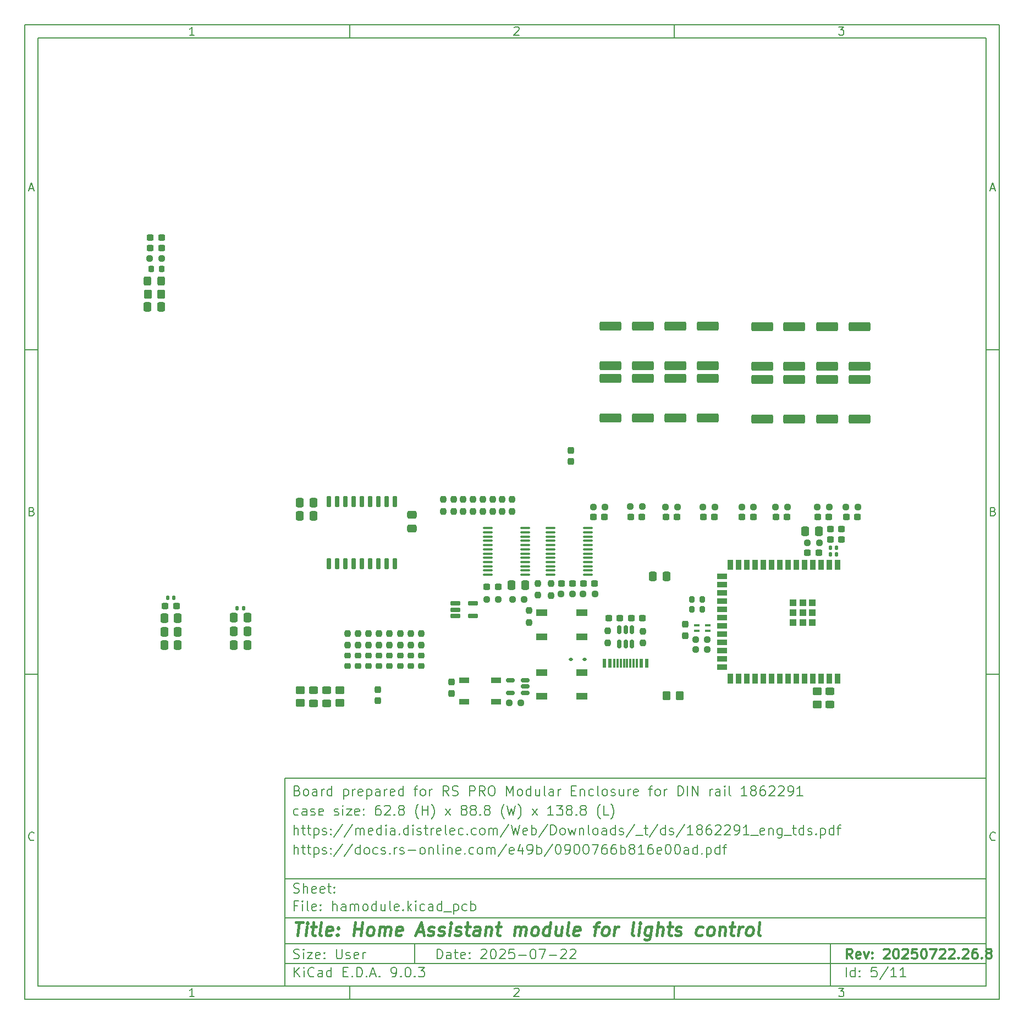
<source format=gtp>
%TF.GenerationSoftware,KiCad,Pcbnew,9.0.3*%
%TF.CreationDate,2025-07-28T22:00:09+02:00*%
%TF.ProjectId,hamodule,68616d6f-6475-46c6-952e-6b696361645f,20250722.26.8*%
%TF.SameCoordinates,Original*%
%TF.FileFunction,Paste,Top*%
%TF.FilePolarity,Positive*%
%FSLAX46Y46*%
G04 Gerber Fmt 4.6, Leading zero omitted, Abs format (unit mm)*
G04 Created by KiCad (PCBNEW 9.0.3) date 2025-07-28 22:00:09*
%MOMM*%
%LPD*%
G01*
G04 APERTURE LIST*
G04 Aperture macros list*
%AMRoundRect*
0 Rectangle with rounded corners*
0 $1 Rounding radius*
0 $2 $3 $4 $5 $6 $7 $8 $9 X,Y pos of 4 corners*
0 Add a 4 corners polygon primitive as box body*
4,1,4,$2,$3,$4,$5,$6,$7,$8,$9,$2,$3,0*
0 Add four circle primitives for the rounded corners*
1,1,$1+$1,$2,$3*
1,1,$1+$1,$4,$5*
1,1,$1+$1,$6,$7*
1,1,$1+$1,$8,$9*
0 Add four rect primitives between the rounded corners*
20,1,$1+$1,$2,$3,$4,$5,0*
20,1,$1+$1,$4,$5,$6,$7,0*
20,1,$1+$1,$6,$7,$8,$9,0*
20,1,$1+$1,$8,$9,$2,$3,0*%
G04 Aperture macros list end*
%ADD10C,0.100000*%
%ADD11C,0.150000*%
%ADD12C,0.300000*%
%ADD13C,0.400000*%
%ADD14RoundRect,0.249999X-1.425001X0.450001X-1.425001X-0.450001X1.425001X-0.450001X1.425001X0.450001X0*%
%ADD15RoundRect,0.250000X0.450000X-0.325000X0.450000X0.325000X-0.450000X0.325000X-0.450000X-0.325000X0*%
%ADD16RoundRect,0.250000X0.450000X-0.350000X0.450000X0.350000X-0.450000X0.350000X-0.450000X-0.350000X0*%
%ADD17RoundRect,0.250000X0.337500X0.475000X-0.337500X0.475000X-0.337500X-0.475000X0.337500X-0.475000X0*%
%ADD18RoundRect,0.237500X-0.250000X-0.237500X0.250000X-0.237500X0.250000X0.237500X-0.250000X0.237500X0*%
%ADD19RoundRect,0.237500X0.300000X0.237500X-0.300000X0.237500X-0.300000X-0.237500X0.300000X-0.237500X0*%
%ADD20R,1.800000X1.100000*%
%ADD21RoundRect,0.237500X-0.300000X-0.237500X0.300000X-0.237500X0.300000X0.237500X-0.300000X0.237500X0*%
%ADD22RoundRect,0.237500X-0.237500X0.300000X-0.237500X-0.300000X0.237500X-0.300000X0.237500X0.300000X0*%
%ADD23RoundRect,0.237500X-0.237500X0.250000X-0.237500X-0.250000X0.237500X-0.250000X0.237500X0.250000X0*%
%ADD24RoundRect,0.150000X0.150000X-0.725000X0.150000X0.725000X-0.150000X0.725000X-0.150000X-0.725000X0*%
%ADD25RoundRect,0.237500X0.237500X-0.250000X0.237500X0.250000X-0.237500X0.250000X-0.237500X-0.250000X0*%
%ADD26RoundRect,0.218750X0.256250X-0.218750X0.256250X0.218750X-0.256250X0.218750X-0.256250X-0.218750X0*%
%ADD27RoundRect,0.150000X0.512500X0.150000X-0.512500X0.150000X-0.512500X-0.150000X0.512500X-0.150000X0*%
%ADD28RoundRect,0.200000X0.200000X0.275000X-0.200000X0.275000X-0.200000X-0.275000X0.200000X-0.275000X0*%
%ADD29R,0.900000X1.500000*%
%ADD30R,1.500000X0.900000*%
%ADD31R,1.000000X1.000000*%
%ADD32RoundRect,0.100000X0.637500X0.100000X-0.637500X0.100000X-0.637500X-0.100000X0.637500X-0.100000X0*%
%ADD33RoundRect,0.237500X0.237500X-0.300000X0.237500X0.300000X-0.237500X0.300000X-0.237500X-0.300000X0*%
%ADD34RoundRect,0.250000X-0.450000X0.325000X-0.450000X-0.325000X0.450000X-0.325000X0.450000X0.325000X0*%
%ADD35RoundRect,0.112500X-0.187500X-0.112500X0.187500X-0.112500X0.187500X0.112500X-0.187500X0.112500X0*%
%ADD36RoundRect,0.250000X0.350000X0.450000X-0.350000X0.450000X-0.350000X-0.450000X0.350000X-0.450000X0*%
%ADD37RoundRect,0.140000X-0.140000X-0.170000X0.140000X-0.170000X0.140000X0.170000X-0.140000X0.170000X0*%
%ADD38R,0.600000X1.450000*%
%ADD39R,0.300000X1.450000*%
%ADD40RoundRect,0.162500X-0.617500X-0.162500X0.617500X-0.162500X0.617500X0.162500X-0.617500X0.162500X0*%
%ADD41RoundRect,0.250000X0.325000X0.450000X-0.325000X0.450000X-0.325000X-0.450000X0.325000X-0.450000X0*%
%ADD42RoundRect,0.250000X-0.337500X-0.475000X0.337500X-0.475000X0.337500X0.475000X-0.337500X0.475000X0*%
%ADD43RoundRect,0.250000X-0.475000X0.337500X-0.475000X-0.337500X0.475000X-0.337500X0.475000X0.337500X0*%
%ADD44RoundRect,0.090000X-0.660000X-0.360000X0.660000X-0.360000X0.660000X0.360000X-0.660000X0.360000X0*%
%ADD45RoundRect,0.140000X0.140000X0.170000X-0.140000X0.170000X-0.140000X-0.170000X0.140000X-0.170000X0*%
%ADD46RoundRect,0.250000X-0.350000X-0.450000X0.350000X-0.450000X0.350000X0.450000X-0.350000X0.450000X0*%
%ADD47R,0.820000X0.304800*%
%ADD48R,0.820000X0.308800*%
%ADD49RoundRect,0.150000X0.150000X-0.512500X0.150000X0.512500X-0.150000X0.512500X-0.150000X-0.512500X0*%
%ADD50RoundRect,0.237500X0.250000X0.237500X-0.250000X0.237500X-0.250000X-0.237500X0.250000X-0.237500X0*%
%ADD51RoundRect,0.218750X0.218750X0.256250X-0.218750X0.256250X-0.218750X-0.256250X0.218750X-0.256250X0*%
G04 APERTURE END LIST*
D10*
D11*
X50002000Y-126002000D02*
X158002000Y-126002000D01*
X158002000Y-158002000D01*
X50002000Y-158002000D01*
X50002000Y-126002000D01*
D10*
D11*
X10000000Y-10000000D02*
X160002000Y-10000000D01*
X160002000Y-160002000D01*
X10000000Y-160002000D01*
X10000000Y-10000000D01*
D10*
D11*
X12000000Y-12000000D02*
X158002000Y-12000000D01*
X158002000Y-158002000D01*
X12000000Y-158002000D01*
X12000000Y-12000000D01*
D10*
D11*
X60000000Y-12000000D02*
X60000000Y-10000000D01*
D10*
D11*
X110000000Y-12000000D02*
X110000000Y-10000000D01*
D10*
D11*
X160000000Y-12000000D02*
X160000000Y-10000000D01*
D10*
D11*
X36089160Y-11593604D02*
X35346303Y-11593604D01*
X35717731Y-11593604D02*
X35717731Y-10293604D01*
X35717731Y-10293604D02*
X35593922Y-10479319D01*
X35593922Y-10479319D02*
X35470112Y-10603128D01*
X35470112Y-10603128D02*
X35346303Y-10665033D01*
D10*
D11*
X85346303Y-10417414D02*
X85408207Y-10355509D01*
X85408207Y-10355509D02*
X85532017Y-10293604D01*
X85532017Y-10293604D02*
X85841541Y-10293604D01*
X85841541Y-10293604D02*
X85965350Y-10355509D01*
X85965350Y-10355509D02*
X86027255Y-10417414D01*
X86027255Y-10417414D02*
X86089160Y-10541223D01*
X86089160Y-10541223D02*
X86089160Y-10665033D01*
X86089160Y-10665033D02*
X86027255Y-10850747D01*
X86027255Y-10850747D02*
X85284398Y-11593604D01*
X85284398Y-11593604D02*
X86089160Y-11593604D01*
D10*
D11*
X135284398Y-10293604D02*
X136089160Y-10293604D01*
X136089160Y-10293604D02*
X135655826Y-10788842D01*
X135655826Y-10788842D02*
X135841541Y-10788842D01*
X135841541Y-10788842D02*
X135965350Y-10850747D01*
X135965350Y-10850747D02*
X136027255Y-10912652D01*
X136027255Y-10912652D02*
X136089160Y-11036461D01*
X136089160Y-11036461D02*
X136089160Y-11345985D01*
X136089160Y-11345985D02*
X136027255Y-11469795D01*
X136027255Y-11469795D02*
X135965350Y-11531700D01*
X135965350Y-11531700D02*
X135841541Y-11593604D01*
X135841541Y-11593604D02*
X135470112Y-11593604D01*
X135470112Y-11593604D02*
X135346303Y-11531700D01*
X135346303Y-11531700D02*
X135284398Y-11469795D01*
D10*
D11*
X60000000Y-158002000D02*
X60000000Y-160002000D01*
D10*
D11*
X110000000Y-158002000D02*
X110000000Y-160002000D01*
D10*
D11*
X160000000Y-158002000D02*
X160000000Y-160002000D01*
D10*
D11*
X36089160Y-159595604D02*
X35346303Y-159595604D01*
X35717731Y-159595604D02*
X35717731Y-158295604D01*
X35717731Y-158295604D02*
X35593922Y-158481319D01*
X35593922Y-158481319D02*
X35470112Y-158605128D01*
X35470112Y-158605128D02*
X35346303Y-158667033D01*
D10*
D11*
X85346303Y-158419414D02*
X85408207Y-158357509D01*
X85408207Y-158357509D02*
X85532017Y-158295604D01*
X85532017Y-158295604D02*
X85841541Y-158295604D01*
X85841541Y-158295604D02*
X85965350Y-158357509D01*
X85965350Y-158357509D02*
X86027255Y-158419414D01*
X86027255Y-158419414D02*
X86089160Y-158543223D01*
X86089160Y-158543223D02*
X86089160Y-158667033D01*
X86089160Y-158667033D02*
X86027255Y-158852747D01*
X86027255Y-158852747D02*
X85284398Y-159595604D01*
X85284398Y-159595604D02*
X86089160Y-159595604D01*
D10*
D11*
X135284398Y-158295604D02*
X136089160Y-158295604D01*
X136089160Y-158295604D02*
X135655826Y-158790842D01*
X135655826Y-158790842D02*
X135841541Y-158790842D01*
X135841541Y-158790842D02*
X135965350Y-158852747D01*
X135965350Y-158852747D02*
X136027255Y-158914652D01*
X136027255Y-158914652D02*
X136089160Y-159038461D01*
X136089160Y-159038461D02*
X136089160Y-159347985D01*
X136089160Y-159347985D02*
X136027255Y-159471795D01*
X136027255Y-159471795D02*
X135965350Y-159533700D01*
X135965350Y-159533700D02*
X135841541Y-159595604D01*
X135841541Y-159595604D02*
X135470112Y-159595604D01*
X135470112Y-159595604D02*
X135346303Y-159533700D01*
X135346303Y-159533700D02*
X135284398Y-159471795D01*
D10*
D11*
X10000000Y-60000000D02*
X12000000Y-60000000D01*
D10*
D11*
X10000000Y-110000000D02*
X12000000Y-110000000D01*
D10*
D11*
X10000000Y-160000000D02*
X12000000Y-160000000D01*
D10*
D11*
X10690476Y-35222176D02*
X11309523Y-35222176D01*
X10566666Y-35593604D02*
X10999999Y-34293604D01*
X10999999Y-34293604D02*
X11433333Y-35593604D01*
D10*
D11*
X11092857Y-84912652D02*
X11278571Y-84974557D01*
X11278571Y-84974557D02*
X11340476Y-85036461D01*
X11340476Y-85036461D02*
X11402380Y-85160271D01*
X11402380Y-85160271D02*
X11402380Y-85345985D01*
X11402380Y-85345985D02*
X11340476Y-85469795D01*
X11340476Y-85469795D02*
X11278571Y-85531700D01*
X11278571Y-85531700D02*
X11154761Y-85593604D01*
X11154761Y-85593604D02*
X10659523Y-85593604D01*
X10659523Y-85593604D02*
X10659523Y-84293604D01*
X10659523Y-84293604D02*
X11092857Y-84293604D01*
X11092857Y-84293604D02*
X11216666Y-84355509D01*
X11216666Y-84355509D02*
X11278571Y-84417414D01*
X11278571Y-84417414D02*
X11340476Y-84541223D01*
X11340476Y-84541223D02*
X11340476Y-84665033D01*
X11340476Y-84665033D02*
X11278571Y-84788842D01*
X11278571Y-84788842D02*
X11216666Y-84850747D01*
X11216666Y-84850747D02*
X11092857Y-84912652D01*
X11092857Y-84912652D02*
X10659523Y-84912652D01*
D10*
D11*
X11402380Y-135469795D02*
X11340476Y-135531700D01*
X11340476Y-135531700D02*
X11154761Y-135593604D01*
X11154761Y-135593604D02*
X11030952Y-135593604D01*
X11030952Y-135593604D02*
X10845238Y-135531700D01*
X10845238Y-135531700D02*
X10721428Y-135407890D01*
X10721428Y-135407890D02*
X10659523Y-135284080D01*
X10659523Y-135284080D02*
X10597619Y-135036461D01*
X10597619Y-135036461D02*
X10597619Y-134850747D01*
X10597619Y-134850747D02*
X10659523Y-134603128D01*
X10659523Y-134603128D02*
X10721428Y-134479319D01*
X10721428Y-134479319D02*
X10845238Y-134355509D01*
X10845238Y-134355509D02*
X11030952Y-134293604D01*
X11030952Y-134293604D02*
X11154761Y-134293604D01*
X11154761Y-134293604D02*
X11340476Y-134355509D01*
X11340476Y-134355509D02*
X11402380Y-134417414D01*
D10*
D11*
X160002000Y-60000000D02*
X158002000Y-60000000D01*
D10*
D11*
X160002000Y-110000000D02*
X158002000Y-110000000D01*
D10*
D11*
X160002000Y-160000000D02*
X158002000Y-160000000D01*
D10*
D11*
X158692476Y-35222176D02*
X159311523Y-35222176D01*
X158568666Y-35593604D02*
X159001999Y-34293604D01*
X159001999Y-34293604D02*
X159435333Y-35593604D01*
D10*
D11*
X159094857Y-84912652D02*
X159280571Y-84974557D01*
X159280571Y-84974557D02*
X159342476Y-85036461D01*
X159342476Y-85036461D02*
X159404380Y-85160271D01*
X159404380Y-85160271D02*
X159404380Y-85345985D01*
X159404380Y-85345985D02*
X159342476Y-85469795D01*
X159342476Y-85469795D02*
X159280571Y-85531700D01*
X159280571Y-85531700D02*
X159156761Y-85593604D01*
X159156761Y-85593604D02*
X158661523Y-85593604D01*
X158661523Y-85593604D02*
X158661523Y-84293604D01*
X158661523Y-84293604D02*
X159094857Y-84293604D01*
X159094857Y-84293604D02*
X159218666Y-84355509D01*
X159218666Y-84355509D02*
X159280571Y-84417414D01*
X159280571Y-84417414D02*
X159342476Y-84541223D01*
X159342476Y-84541223D02*
X159342476Y-84665033D01*
X159342476Y-84665033D02*
X159280571Y-84788842D01*
X159280571Y-84788842D02*
X159218666Y-84850747D01*
X159218666Y-84850747D02*
X159094857Y-84912652D01*
X159094857Y-84912652D02*
X158661523Y-84912652D01*
D10*
D11*
X159404380Y-135469795D02*
X159342476Y-135531700D01*
X159342476Y-135531700D02*
X159156761Y-135593604D01*
X159156761Y-135593604D02*
X159032952Y-135593604D01*
X159032952Y-135593604D02*
X158847238Y-135531700D01*
X158847238Y-135531700D02*
X158723428Y-135407890D01*
X158723428Y-135407890D02*
X158661523Y-135284080D01*
X158661523Y-135284080D02*
X158599619Y-135036461D01*
X158599619Y-135036461D02*
X158599619Y-134850747D01*
X158599619Y-134850747D02*
X158661523Y-134603128D01*
X158661523Y-134603128D02*
X158723428Y-134479319D01*
X158723428Y-134479319D02*
X158847238Y-134355509D01*
X158847238Y-134355509D02*
X159032952Y-134293604D01*
X159032952Y-134293604D02*
X159156761Y-134293604D01*
X159156761Y-134293604D02*
X159342476Y-134355509D01*
X159342476Y-134355509D02*
X159404380Y-134417414D01*
D10*
D11*
X73457826Y-153788128D02*
X73457826Y-152288128D01*
X73457826Y-152288128D02*
X73814969Y-152288128D01*
X73814969Y-152288128D02*
X74029255Y-152359557D01*
X74029255Y-152359557D02*
X74172112Y-152502414D01*
X74172112Y-152502414D02*
X74243541Y-152645271D01*
X74243541Y-152645271D02*
X74314969Y-152930985D01*
X74314969Y-152930985D02*
X74314969Y-153145271D01*
X74314969Y-153145271D02*
X74243541Y-153430985D01*
X74243541Y-153430985D02*
X74172112Y-153573842D01*
X74172112Y-153573842D02*
X74029255Y-153716700D01*
X74029255Y-153716700D02*
X73814969Y-153788128D01*
X73814969Y-153788128D02*
X73457826Y-153788128D01*
X75600684Y-153788128D02*
X75600684Y-153002414D01*
X75600684Y-153002414D02*
X75529255Y-152859557D01*
X75529255Y-152859557D02*
X75386398Y-152788128D01*
X75386398Y-152788128D02*
X75100684Y-152788128D01*
X75100684Y-152788128D02*
X74957826Y-152859557D01*
X75600684Y-153716700D02*
X75457826Y-153788128D01*
X75457826Y-153788128D02*
X75100684Y-153788128D01*
X75100684Y-153788128D02*
X74957826Y-153716700D01*
X74957826Y-153716700D02*
X74886398Y-153573842D01*
X74886398Y-153573842D02*
X74886398Y-153430985D01*
X74886398Y-153430985D02*
X74957826Y-153288128D01*
X74957826Y-153288128D02*
X75100684Y-153216700D01*
X75100684Y-153216700D02*
X75457826Y-153216700D01*
X75457826Y-153216700D02*
X75600684Y-153145271D01*
X76100684Y-152788128D02*
X76672112Y-152788128D01*
X76314969Y-152288128D02*
X76314969Y-153573842D01*
X76314969Y-153573842D02*
X76386398Y-153716700D01*
X76386398Y-153716700D02*
X76529255Y-153788128D01*
X76529255Y-153788128D02*
X76672112Y-153788128D01*
X77743541Y-153716700D02*
X77600684Y-153788128D01*
X77600684Y-153788128D02*
X77314970Y-153788128D01*
X77314970Y-153788128D02*
X77172112Y-153716700D01*
X77172112Y-153716700D02*
X77100684Y-153573842D01*
X77100684Y-153573842D02*
X77100684Y-153002414D01*
X77100684Y-153002414D02*
X77172112Y-152859557D01*
X77172112Y-152859557D02*
X77314970Y-152788128D01*
X77314970Y-152788128D02*
X77600684Y-152788128D01*
X77600684Y-152788128D02*
X77743541Y-152859557D01*
X77743541Y-152859557D02*
X77814970Y-153002414D01*
X77814970Y-153002414D02*
X77814970Y-153145271D01*
X77814970Y-153145271D02*
X77100684Y-153288128D01*
X78457826Y-153645271D02*
X78529255Y-153716700D01*
X78529255Y-153716700D02*
X78457826Y-153788128D01*
X78457826Y-153788128D02*
X78386398Y-153716700D01*
X78386398Y-153716700D02*
X78457826Y-153645271D01*
X78457826Y-153645271D02*
X78457826Y-153788128D01*
X78457826Y-152859557D02*
X78529255Y-152930985D01*
X78529255Y-152930985D02*
X78457826Y-153002414D01*
X78457826Y-153002414D02*
X78386398Y-152930985D01*
X78386398Y-152930985D02*
X78457826Y-152859557D01*
X78457826Y-152859557D02*
X78457826Y-153002414D01*
X80243541Y-152430985D02*
X80314969Y-152359557D01*
X80314969Y-152359557D02*
X80457827Y-152288128D01*
X80457827Y-152288128D02*
X80814969Y-152288128D01*
X80814969Y-152288128D02*
X80957827Y-152359557D01*
X80957827Y-152359557D02*
X81029255Y-152430985D01*
X81029255Y-152430985D02*
X81100684Y-152573842D01*
X81100684Y-152573842D02*
X81100684Y-152716700D01*
X81100684Y-152716700D02*
X81029255Y-152930985D01*
X81029255Y-152930985D02*
X80172112Y-153788128D01*
X80172112Y-153788128D02*
X81100684Y-153788128D01*
X82029255Y-152288128D02*
X82172112Y-152288128D01*
X82172112Y-152288128D02*
X82314969Y-152359557D01*
X82314969Y-152359557D02*
X82386398Y-152430985D01*
X82386398Y-152430985D02*
X82457826Y-152573842D01*
X82457826Y-152573842D02*
X82529255Y-152859557D01*
X82529255Y-152859557D02*
X82529255Y-153216700D01*
X82529255Y-153216700D02*
X82457826Y-153502414D01*
X82457826Y-153502414D02*
X82386398Y-153645271D01*
X82386398Y-153645271D02*
X82314969Y-153716700D01*
X82314969Y-153716700D02*
X82172112Y-153788128D01*
X82172112Y-153788128D02*
X82029255Y-153788128D01*
X82029255Y-153788128D02*
X81886398Y-153716700D01*
X81886398Y-153716700D02*
X81814969Y-153645271D01*
X81814969Y-153645271D02*
X81743540Y-153502414D01*
X81743540Y-153502414D02*
X81672112Y-153216700D01*
X81672112Y-153216700D02*
X81672112Y-152859557D01*
X81672112Y-152859557D02*
X81743540Y-152573842D01*
X81743540Y-152573842D02*
X81814969Y-152430985D01*
X81814969Y-152430985D02*
X81886398Y-152359557D01*
X81886398Y-152359557D02*
X82029255Y-152288128D01*
X83100683Y-152430985D02*
X83172111Y-152359557D01*
X83172111Y-152359557D02*
X83314969Y-152288128D01*
X83314969Y-152288128D02*
X83672111Y-152288128D01*
X83672111Y-152288128D02*
X83814969Y-152359557D01*
X83814969Y-152359557D02*
X83886397Y-152430985D01*
X83886397Y-152430985D02*
X83957826Y-152573842D01*
X83957826Y-152573842D02*
X83957826Y-152716700D01*
X83957826Y-152716700D02*
X83886397Y-152930985D01*
X83886397Y-152930985D02*
X83029254Y-153788128D01*
X83029254Y-153788128D02*
X83957826Y-153788128D01*
X85314968Y-152288128D02*
X84600682Y-152288128D01*
X84600682Y-152288128D02*
X84529254Y-153002414D01*
X84529254Y-153002414D02*
X84600682Y-152930985D01*
X84600682Y-152930985D02*
X84743540Y-152859557D01*
X84743540Y-152859557D02*
X85100682Y-152859557D01*
X85100682Y-152859557D02*
X85243540Y-152930985D01*
X85243540Y-152930985D02*
X85314968Y-153002414D01*
X85314968Y-153002414D02*
X85386397Y-153145271D01*
X85386397Y-153145271D02*
X85386397Y-153502414D01*
X85386397Y-153502414D02*
X85314968Y-153645271D01*
X85314968Y-153645271D02*
X85243540Y-153716700D01*
X85243540Y-153716700D02*
X85100682Y-153788128D01*
X85100682Y-153788128D02*
X84743540Y-153788128D01*
X84743540Y-153788128D02*
X84600682Y-153716700D01*
X84600682Y-153716700D02*
X84529254Y-153645271D01*
X86029253Y-153216700D02*
X87172111Y-153216700D01*
X88172111Y-152288128D02*
X88314968Y-152288128D01*
X88314968Y-152288128D02*
X88457825Y-152359557D01*
X88457825Y-152359557D02*
X88529254Y-152430985D01*
X88529254Y-152430985D02*
X88600682Y-152573842D01*
X88600682Y-152573842D02*
X88672111Y-152859557D01*
X88672111Y-152859557D02*
X88672111Y-153216700D01*
X88672111Y-153216700D02*
X88600682Y-153502414D01*
X88600682Y-153502414D02*
X88529254Y-153645271D01*
X88529254Y-153645271D02*
X88457825Y-153716700D01*
X88457825Y-153716700D02*
X88314968Y-153788128D01*
X88314968Y-153788128D02*
X88172111Y-153788128D01*
X88172111Y-153788128D02*
X88029254Y-153716700D01*
X88029254Y-153716700D02*
X87957825Y-153645271D01*
X87957825Y-153645271D02*
X87886396Y-153502414D01*
X87886396Y-153502414D02*
X87814968Y-153216700D01*
X87814968Y-153216700D02*
X87814968Y-152859557D01*
X87814968Y-152859557D02*
X87886396Y-152573842D01*
X87886396Y-152573842D02*
X87957825Y-152430985D01*
X87957825Y-152430985D02*
X88029254Y-152359557D01*
X88029254Y-152359557D02*
X88172111Y-152288128D01*
X89172110Y-152288128D02*
X90172110Y-152288128D01*
X90172110Y-152288128D02*
X89529253Y-153788128D01*
X90743538Y-153216700D02*
X91886396Y-153216700D01*
X92529253Y-152430985D02*
X92600681Y-152359557D01*
X92600681Y-152359557D02*
X92743539Y-152288128D01*
X92743539Y-152288128D02*
X93100681Y-152288128D01*
X93100681Y-152288128D02*
X93243539Y-152359557D01*
X93243539Y-152359557D02*
X93314967Y-152430985D01*
X93314967Y-152430985D02*
X93386396Y-152573842D01*
X93386396Y-152573842D02*
X93386396Y-152716700D01*
X93386396Y-152716700D02*
X93314967Y-152930985D01*
X93314967Y-152930985D02*
X92457824Y-153788128D01*
X92457824Y-153788128D02*
X93386396Y-153788128D01*
X93957824Y-152430985D02*
X94029252Y-152359557D01*
X94029252Y-152359557D02*
X94172110Y-152288128D01*
X94172110Y-152288128D02*
X94529252Y-152288128D01*
X94529252Y-152288128D02*
X94672110Y-152359557D01*
X94672110Y-152359557D02*
X94743538Y-152430985D01*
X94743538Y-152430985D02*
X94814967Y-152573842D01*
X94814967Y-152573842D02*
X94814967Y-152716700D01*
X94814967Y-152716700D02*
X94743538Y-152930985D01*
X94743538Y-152930985D02*
X93886395Y-153788128D01*
X93886395Y-153788128D02*
X94814967Y-153788128D01*
D10*
D11*
X50002000Y-154502000D02*
X158002000Y-154502000D01*
D10*
D11*
X51457826Y-156588128D02*
X51457826Y-155088128D01*
X52314969Y-156588128D02*
X51672112Y-155730985D01*
X52314969Y-155088128D02*
X51457826Y-155945271D01*
X52957826Y-156588128D02*
X52957826Y-155588128D01*
X52957826Y-155088128D02*
X52886398Y-155159557D01*
X52886398Y-155159557D02*
X52957826Y-155230985D01*
X52957826Y-155230985D02*
X53029255Y-155159557D01*
X53029255Y-155159557D02*
X52957826Y-155088128D01*
X52957826Y-155088128D02*
X52957826Y-155230985D01*
X54529255Y-156445271D02*
X54457827Y-156516700D01*
X54457827Y-156516700D02*
X54243541Y-156588128D01*
X54243541Y-156588128D02*
X54100684Y-156588128D01*
X54100684Y-156588128D02*
X53886398Y-156516700D01*
X53886398Y-156516700D02*
X53743541Y-156373842D01*
X53743541Y-156373842D02*
X53672112Y-156230985D01*
X53672112Y-156230985D02*
X53600684Y-155945271D01*
X53600684Y-155945271D02*
X53600684Y-155730985D01*
X53600684Y-155730985D02*
X53672112Y-155445271D01*
X53672112Y-155445271D02*
X53743541Y-155302414D01*
X53743541Y-155302414D02*
X53886398Y-155159557D01*
X53886398Y-155159557D02*
X54100684Y-155088128D01*
X54100684Y-155088128D02*
X54243541Y-155088128D01*
X54243541Y-155088128D02*
X54457827Y-155159557D01*
X54457827Y-155159557D02*
X54529255Y-155230985D01*
X55814970Y-156588128D02*
X55814970Y-155802414D01*
X55814970Y-155802414D02*
X55743541Y-155659557D01*
X55743541Y-155659557D02*
X55600684Y-155588128D01*
X55600684Y-155588128D02*
X55314970Y-155588128D01*
X55314970Y-155588128D02*
X55172112Y-155659557D01*
X55814970Y-156516700D02*
X55672112Y-156588128D01*
X55672112Y-156588128D02*
X55314970Y-156588128D01*
X55314970Y-156588128D02*
X55172112Y-156516700D01*
X55172112Y-156516700D02*
X55100684Y-156373842D01*
X55100684Y-156373842D02*
X55100684Y-156230985D01*
X55100684Y-156230985D02*
X55172112Y-156088128D01*
X55172112Y-156088128D02*
X55314970Y-156016700D01*
X55314970Y-156016700D02*
X55672112Y-156016700D01*
X55672112Y-156016700D02*
X55814970Y-155945271D01*
X57172113Y-156588128D02*
X57172113Y-155088128D01*
X57172113Y-156516700D02*
X57029255Y-156588128D01*
X57029255Y-156588128D02*
X56743541Y-156588128D01*
X56743541Y-156588128D02*
X56600684Y-156516700D01*
X56600684Y-156516700D02*
X56529255Y-156445271D01*
X56529255Y-156445271D02*
X56457827Y-156302414D01*
X56457827Y-156302414D02*
X56457827Y-155873842D01*
X56457827Y-155873842D02*
X56529255Y-155730985D01*
X56529255Y-155730985D02*
X56600684Y-155659557D01*
X56600684Y-155659557D02*
X56743541Y-155588128D01*
X56743541Y-155588128D02*
X57029255Y-155588128D01*
X57029255Y-155588128D02*
X57172113Y-155659557D01*
X59029255Y-155802414D02*
X59529255Y-155802414D01*
X59743541Y-156588128D02*
X59029255Y-156588128D01*
X59029255Y-156588128D02*
X59029255Y-155088128D01*
X59029255Y-155088128D02*
X59743541Y-155088128D01*
X60386398Y-156445271D02*
X60457827Y-156516700D01*
X60457827Y-156516700D02*
X60386398Y-156588128D01*
X60386398Y-156588128D02*
X60314970Y-156516700D01*
X60314970Y-156516700D02*
X60386398Y-156445271D01*
X60386398Y-156445271D02*
X60386398Y-156588128D01*
X61100684Y-156588128D02*
X61100684Y-155088128D01*
X61100684Y-155088128D02*
X61457827Y-155088128D01*
X61457827Y-155088128D02*
X61672113Y-155159557D01*
X61672113Y-155159557D02*
X61814970Y-155302414D01*
X61814970Y-155302414D02*
X61886399Y-155445271D01*
X61886399Y-155445271D02*
X61957827Y-155730985D01*
X61957827Y-155730985D02*
X61957827Y-155945271D01*
X61957827Y-155945271D02*
X61886399Y-156230985D01*
X61886399Y-156230985D02*
X61814970Y-156373842D01*
X61814970Y-156373842D02*
X61672113Y-156516700D01*
X61672113Y-156516700D02*
X61457827Y-156588128D01*
X61457827Y-156588128D02*
X61100684Y-156588128D01*
X62600684Y-156445271D02*
X62672113Y-156516700D01*
X62672113Y-156516700D02*
X62600684Y-156588128D01*
X62600684Y-156588128D02*
X62529256Y-156516700D01*
X62529256Y-156516700D02*
X62600684Y-156445271D01*
X62600684Y-156445271D02*
X62600684Y-156588128D01*
X63243542Y-156159557D02*
X63957828Y-156159557D01*
X63100685Y-156588128D02*
X63600685Y-155088128D01*
X63600685Y-155088128D02*
X64100685Y-156588128D01*
X64600684Y-156445271D02*
X64672113Y-156516700D01*
X64672113Y-156516700D02*
X64600684Y-156588128D01*
X64600684Y-156588128D02*
X64529256Y-156516700D01*
X64529256Y-156516700D02*
X64600684Y-156445271D01*
X64600684Y-156445271D02*
X64600684Y-156588128D01*
X66529256Y-156588128D02*
X66814970Y-156588128D01*
X66814970Y-156588128D02*
X66957827Y-156516700D01*
X66957827Y-156516700D02*
X67029256Y-156445271D01*
X67029256Y-156445271D02*
X67172113Y-156230985D01*
X67172113Y-156230985D02*
X67243542Y-155945271D01*
X67243542Y-155945271D02*
X67243542Y-155373842D01*
X67243542Y-155373842D02*
X67172113Y-155230985D01*
X67172113Y-155230985D02*
X67100685Y-155159557D01*
X67100685Y-155159557D02*
X66957827Y-155088128D01*
X66957827Y-155088128D02*
X66672113Y-155088128D01*
X66672113Y-155088128D02*
X66529256Y-155159557D01*
X66529256Y-155159557D02*
X66457827Y-155230985D01*
X66457827Y-155230985D02*
X66386399Y-155373842D01*
X66386399Y-155373842D02*
X66386399Y-155730985D01*
X66386399Y-155730985D02*
X66457827Y-155873842D01*
X66457827Y-155873842D02*
X66529256Y-155945271D01*
X66529256Y-155945271D02*
X66672113Y-156016700D01*
X66672113Y-156016700D02*
X66957827Y-156016700D01*
X66957827Y-156016700D02*
X67100685Y-155945271D01*
X67100685Y-155945271D02*
X67172113Y-155873842D01*
X67172113Y-155873842D02*
X67243542Y-155730985D01*
X67886398Y-156445271D02*
X67957827Y-156516700D01*
X67957827Y-156516700D02*
X67886398Y-156588128D01*
X67886398Y-156588128D02*
X67814970Y-156516700D01*
X67814970Y-156516700D02*
X67886398Y-156445271D01*
X67886398Y-156445271D02*
X67886398Y-156588128D01*
X68886399Y-155088128D02*
X69029256Y-155088128D01*
X69029256Y-155088128D02*
X69172113Y-155159557D01*
X69172113Y-155159557D02*
X69243542Y-155230985D01*
X69243542Y-155230985D02*
X69314970Y-155373842D01*
X69314970Y-155373842D02*
X69386399Y-155659557D01*
X69386399Y-155659557D02*
X69386399Y-156016700D01*
X69386399Y-156016700D02*
X69314970Y-156302414D01*
X69314970Y-156302414D02*
X69243542Y-156445271D01*
X69243542Y-156445271D02*
X69172113Y-156516700D01*
X69172113Y-156516700D02*
X69029256Y-156588128D01*
X69029256Y-156588128D02*
X68886399Y-156588128D01*
X68886399Y-156588128D02*
X68743542Y-156516700D01*
X68743542Y-156516700D02*
X68672113Y-156445271D01*
X68672113Y-156445271D02*
X68600684Y-156302414D01*
X68600684Y-156302414D02*
X68529256Y-156016700D01*
X68529256Y-156016700D02*
X68529256Y-155659557D01*
X68529256Y-155659557D02*
X68600684Y-155373842D01*
X68600684Y-155373842D02*
X68672113Y-155230985D01*
X68672113Y-155230985D02*
X68743542Y-155159557D01*
X68743542Y-155159557D02*
X68886399Y-155088128D01*
X70029255Y-156445271D02*
X70100684Y-156516700D01*
X70100684Y-156516700D02*
X70029255Y-156588128D01*
X70029255Y-156588128D02*
X69957827Y-156516700D01*
X69957827Y-156516700D02*
X70029255Y-156445271D01*
X70029255Y-156445271D02*
X70029255Y-156588128D01*
X70600684Y-155088128D02*
X71529256Y-155088128D01*
X71529256Y-155088128D02*
X71029256Y-155659557D01*
X71029256Y-155659557D02*
X71243541Y-155659557D01*
X71243541Y-155659557D02*
X71386399Y-155730985D01*
X71386399Y-155730985D02*
X71457827Y-155802414D01*
X71457827Y-155802414D02*
X71529256Y-155945271D01*
X71529256Y-155945271D02*
X71529256Y-156302414D01*
X71529256Y-156302414D02*
X71457827Y-156445271D01*
X71457827Y-156445271D02*
X71386399Y-156516700D01*
X71386399Y-156516700D02*
X71243541Y-156588128D01*
X71243541Y-156588128D02*
X70814970Y-156588128D01*
X70814970Y-156588128D02*
X70672113Y-156516700D01*
X70672113Y-156516700D02*
X70600684Y-156445271D01*
D10*
D11*
X50002000Y-151502000D02*
X158002000Y-151502000D01*
D10*
D12*
X137413653Y-153780328D02*
X136913653Y-153066042D01*
X136556510Y-153780328D02*
X136556510Y-152280328D01*
X136556510Y-152280328D02*
X137127939Y-152280328D01*
X137127939Y-152280328D02*
X137270796Y-152351757D01*
X137270796Y-152351757D02*
X137342225Y-152423185D01*
X137342225Y-152423185D02*
X137413653Y-152566042D01*
X137413653Y-152566042D02*
X137413653Y-152780328D01*
X137413653Y-152780328D02*
X137342225Y-152923185D01*
X137342225Y-152923185D02*
X137270796Y-152994614D01*
X137270796Y-152994614D02*
X137127939Y-153066042D01*
X137127939Y-153066042D02*
X136556510Y-153066042D01*
X138627939Y-153708900D02*
X138485082Y-153780328D01*
X138485082Y-153780328D02*
X138199368Y-153780328D01*
X138199368Y-153780328D02*
X138056510Y-153708900D01*
X138056510Y-153708900D02*
X137985082Y-153566042D01*
X137985082Y-153566042D02*
X137985082Y-152994614D01*
X137985082Y-152994614D02*
X138056510Y-152851757D01*
X138056510Y-152851757D02*
X138199368Y-152780328D01*
X138199368Y-152780328D02*
X138485082Y-152780328D01*
X138485082Y-152780328D02*
X138627939Y-152851757D01*
X138627939Y-152851757D02*
X138699368Y-152994614D01*
X138699368Y-152994614D02*
X138699368Y-153137471D01*
X138699368Y-153137471D02*
X137985082Y-153280328D01*
X139199367Y-152780328D02*
X139556510Y-153780328D01*
X139556510Y-153780328D02*
X139913653Y-152780328D01*
X140485081Y-153637471D02*
X140556510Y-153708900D01*
X140556510Y-153708900D02*
X140485081Y-153780328D01*
X140485081Y-153780328D02*
X140413653Y-153708900D01*
X140413653Y-153708900D02*
X140485081Y-153637471D01*
X140485081Y-153637471D02*
X140485081Y-153780328D01*
X140485081Y-152851757D02*
X140556510Y-152923185D01*
X140556510Y-152923185D02*
X140485081Y-152994614D01*
X140485081Y-152994614D02*
X140413653Y-152923185D01*
X140413653Y-152923185D02*
X140485081Y-152851757D01*
X140485081Y-152851757D02*
X140485081Y-152994614D01*
X142270796Y-152423185D02*
X142342224Y-152351757D01*
X142342224Y-152351757D02*
X142485082Y-152280328D01*
X142485082Y-152280328D02*
X142842224Y-152280328D01*
X142842224Y-152280328D02*
X142985082Y-152351757D01*
X142985082Y-152351757D02*
X143056510Y-152423185D01*
X143056510Y-152423185D02*
X143127939Y-152566042D01*
X143127939Y-152566042D02*
X143127939Y-152708900D01*
X143127939Y-152708900D02*
X143056510Y-152923185D01*
X143056510Y-152923185D02*
X142199367Y-153780328D01*
X142199367Y-153780328D02*
X143127939Y-153780328D01*
X144056510Y-152280328D02*
X144199367Y-152280328D01*
X144199367Y-152280328D02*
X144342224Y-152351757D01*
X144342224Y-152351757D02*
X144413653Y-152423185D01*
X144413653Y-152423185D02*
X144485081Y-152566042D01*
X144485081Y-152566042D02*
X144556510Y-152851757D01*
X144556510Y-152851757D02*
X144556510Y-153208900D01*
X144556510Y-153208900D02*
X144485081Y-153494614D01*
X144485081Y-153494614D02*
X144413653Y-153637471D01*
X144413653Y-153637471D02*
X144342224Y-153708900D01*
X144342224Y-153708900D02*
X144199367Y-153780328D01*
X144199367Y-153780328D02*
X144056510Y-153780328D01*
X144056510Y-153780328D02*
X143913653Y-153708900D01*
X143913653Y-153708900D02*
X143842224Y-153637471D01*
X143842224Y-153637471D02*
X143770795Y-153494614D01*
X143770795Y-153494614D02*
X143699367Y-153208900D01*
X143699367Y-153208900D02*
X143699367Y-152851757D01*
X143699367Y-152851757D02*
X143770795Y-152566042D01*
X143770795Y-152566042D02*
X143842224Y-152423185D01*
X143842224Y-152423185D02*
X143913653Y-152351757D01*
X143913653Y-152351757D02*
X144056510Y-152280328D01*
X145127938Y-152423185D02*
X145199366Y-152351757D01*
X145199366Y-152351757D02*
X145342224Y-152280328D01*
X145342224Y-152280328D02*
X145699366Y-152280328D01*
X145699366Y-152280328D02*
X145842224Y-152351757D01*
X145842224Y-152351757D02*
X145913652Y-152423185D01*
X145913652Y-152423185D02*
X145985081Y-152566042D01*
X145985081Y-152566042D02*
X145985081Y-152708900D01*
X145985081Y-152708900D02*
X145913652Y-152923185D01*
X145913652Y-152923185D02*
X145056509Y-153780328D01*
X145056509Y-153780328D02*
X145985081Y-153780328D01*
X147342223Y-152280328D02*
X146627937Y-152280328D01*
X146627937Y-152280328D02*
X146556509Y-152994614D01*
X146556509Y-152994614D02*
X146627937Y-152923185D01*
X146627937Y-152923185D02*
X146770795Y-152851757D01*
X146770795Y-152851757D02*
X147127937Y-152851757D01*
X147127937Y-152851757D02*
X147270795Y-152923185D01*
X147270795Y-152923185D02*
X147342223Y-152994614D01*
X147342223Y-152994614D02*
X147413652Y-153137471D01*
X147413652Y-153137471D02*
X147413652Y-153494614D01*
X147413652Y-153494614D02*
X147342223Y-153637471D01*
X147342223Y-153637471D02*
X147270795Y-153708900D01*
X147270795Y-153708900D02*
X147127937Y-153780328D01*
X147127937Y-153780328D02*
X146770795Y-153780328D01*
X146770795Y-153780328D02*
X146627937Y-153708900D01*
X146627937Y-153708900D02*
X146556509Y-153637471D01*
X148342223Y-152280328D02*
X148485080Y-152280328D01*
X148485080Y-152280328D02*
X148627937Y-152351757D01*
X148627937Y-152351757D02*
X148699366Y-152423185D01*
X148699366Y-152423185D02*
X148770794Y-152566042D01*
X148770794Y-152566042D02*
X148842223Y-152851757D01*
X148842223Y-152851757D02*
X148842223Y-153208900D01*
X148842223Y-153208900D02*
X148770794Y-153494614D01*
X148770794Y-153494614D02*
X148699366Y-153637471D01*
X148699366Y-153637471D02*
X148627937Y-153708900D01*
X148627937Y-153708900D02*
X148485080Y-153780328D01*
X148485080Y-153780328D02*
X148342223Y-153780328D01*
X148342223Y-153780328D02*
X148199366Y-153708900D01*
X148199366Y-153708900D02*
X148127937Y-153637471D01*
X148127937Y-153637471D02*
X148056508Y-153494614D01*
X148056508Y-153494614D02*
X147985080Y-153208900D01*
X147985080Y-153208900D02*
X147985080Y-152851757D01*
X147985080Y-152851757D02*
X148056508Y-152566042D01*
X148056508Y-152566042D02*
X148127937Y-152423185D01*
X148127937Y-152423185D02*
X148199366Y-152351757D01*
X148199366Y-152351757D02*
X148342223Y-152280328D01*
X149342222Y-152280328D02*
X150342222Y-152280328D01*
X150342222Y-152280328D02*
X149699365Y-153780328D01*
X150842222Y-152423185D02*
X150913650Y-152351757D01*
X150913650Y-152351757D02*
X151056508Y-152280328D01*
X151056508Y-152280328D02*
X151413650Y-152280328D01*
X151413650Y-152280328D02*
X151556508Y-152351757D01*
X151556508Y-152351757D02*
X151627936Y-152423185D01*
X151627936Y-152423185D02*
X151699365Y-152566042D01*
X151699365Y-152566042D02*
X151699365Y-152708900D01*
X151699365Y-152708900D02*
X151627936Y-152923185D01*
X151627936Y-152923185D02*
X150770793Y-153780328D01*
X150770793Y-153780328D02*
X151699365Y-153780328D01*
X152270793Y-152423185D02*
X152342221Y-152351757D01*
X152342221Y-152351757D02*
X152485079Y-152280328D01*
X152485079Y-152280328D02*
X152842221Y-152280328D01*
X152842221Y-152280328D02*
X152985079Y-152351757D01*
X152985079Y-152351757D02*
X153056507Y-152423185D01*
X153056507Y-152423185D02*
X153127936Y-152566042D01*
X153127936Y-152566042D02*
X153127936Y-152708900D01*
X153127936Y-152708900D02*
X153056507Y-152923185D01*
X153056507Y-152923185D02*
X152199364Y-153780328D01*
X152199364Y-153780328D02*
X153127936Y-153780328D01*
X153770792Y-153637471D02*
X153842221Y-153708900D01*
X153842221Y-153708900D02*
X153770792Y-153780328D01*
X153770792Y-153780328D02*
X153699364Y-153708900D01*
X153699364Y-153708900D02*
X153770792Y-153637471D01*
X153770792Y-153637471D02*
X153770792Y-153780328D01*
X154413650Y-152423185D02*
X154485078Y-152351757D01*
X154485078Y-152351757D02*
X154627936Y-152280328D01*
X154627936Y-152280328D02*
X154985078Y-152280328D01*
X154985078Y-152280328D02*
X155127936Y-152351757D01*
X155127936Y-152351757D02*
X155199364Y-152423185D01*
X155199364Y-152423185D02*
X155270793Y-152566042D01*
X155270793Y-152566042D02*
X155270793Y-152708900D01*
X155270793Y-152708900D02*
X155199364Y-152923185D01*
X155199364Y-152923185D02*
X154342221Y-153780328D01*
X154342221Y-153780328D02*
X155270793Y-153780328D01*
X156556507Y-152280328D02*
X156270792Y-152280328D01*
X156270792Y-152280328D02*
X156127935Y-152351757D01*
X156127935Y-152351757D02*
X156056507Y-152423185D01*
X156056507Y-152423185D02*
X155913649Y-152637471D01*
X155913649Y-152637471D02*
X155842221Y-152923185D01*
X155842221Y-152923185D02*
X155842221Y-153494614D01*
X155842221Y-153494614D02*
X155913649Y-153637471D01*
X155913649Y-153637471D02*
X155985078Y-153708900D01*
X155985078Y-153708900D02*
X156127935Y-153780328D01*
X156127935Y-153780328D02*
X156413649Y-153780328D01*
X156413649Y-153780328D02*
X156556507Y-153708900D01*
X156556507Y-153708900D02*
X156627935Y-153637471D01*
X156627935Y-153637471D02*
X156699364Y-153494614D01*
X156699364Y-153494614D02*
X156699364Y-153137471D01*
X156699364Y-153137471D02*
X156627935Y-152994614D01*
X156627935Y-152994614D02*
X156556507Y-152923185D01*
X156556507Y-152923185D02*
X156413649Y-152851757D01*
X156413649Y-152851757D02*
X156127935Y-152851757D01*
X156127935Y-152851757D02*
X155985078Y-152923185D01*
X155985078Y-152923185D02*
X155913649Y-152994614D01*
X155913649Y-152994614D02*
X155842221Y-153137471D01*
X157342220Y-153637471D02*
X157413649Y-153708900D01*
X157413649Y-153708900D02*
X157342220Y-153780328D01*
X157342220Y-153780328D02*
X157270792Y-153708900D01*
X157270792Y-153708900D02*
X157342220Y-153637471D01*
X157342220Y-153637471D02*
X157342220Y-153780328D01*
X158270792Y-152923185D02*
X158127935Y-152851757D01*
X158127935Y-152851757D02*
X158056506Y-152780328D01*
X158056506Y-152780328D02*
X157985078Y-152637471D01*
X157985078Y-152637471D02*
X157985078Y-152566042D01*
X157985078Y-152566042D02*
X158056506Y-152423185D01*
X158056506Y-152423185D02*
X158127935Y-152351757D01*
X158127935Y-152351757D02*
X158270792Y-152280328D01*
X158270792Y-152280328D02*
X158556506Y-152280328D01*
X158556506Y-152280328D02*
X158699364Y-152351757D01*
X158699364Y-152351757D02*
X158770792Y-152423185D01*
X158770792Y-152423185D02*
X158842221Y-152566042D01*
X158842221Y-152566042D02*
X158842221Y-152637471D01*
X158842221Y-152637471D02*
X158770792Y-152780328D01*
X158770792Y-152780328D02*
X158699364Y-152851757D01*
X158699364Y-152851757D02*
X158556506Y-152923185D01*
X158556506Y-152923185D02*
X158270792Y-152923185D01*
X158270792Y-152923185D02*
X158127935Y-152994614D01*
X158127935Y-152994614D02*
X158056506Y-153066042D01*
X158056506Y-153066042D02*
X157985078Y-153208900D01*
X157985078Y-153208900D02*
X157985078Y-153494614D01*
X157985078Y-153494614D02*
X158056506Y-153637471D01*
X158056506Y-153637471D02*
X158127935Y-153708900D01*
X158127935Y-153708900D02*
X158270792Y-153780328D01*
X158270792Y-153780328D02*
X158556506Y-153780328D01*
X158556506Y-153780328D02*
X158699364Y-153708900D01*
X158699364Y-153708900D02*
X158770792Y-153637471D01*
X158770792Y-153637471D02*
X158842221Y-153494614D01*
X158842221Y-153494614D02*
X158842221Y-153208900D01*
X158842221Y-153208900D02*
X158770792Y-153066042D01*
X158770792Y-153066042D02*
X158699364Y-152994614D01*
X158699364Y-152994614D02*
X158556506Y-152923185D01*
D10*
D11*
X51386398Y-153716700D02*
X51600684Y-153788128D01*
X51600684Y-153788128D02*
X51957826Y-153788128D01*
X51957826Y-153788128D02*
X52100684Y-153716700D01*
X52100684Y-153716700D02*
X52172112Y-153645271D01*
X52172112Y-153645271D02*
X52243541Y-153502414D01*
X52243541Y-153502414D02*
X52243541Y-153359557D01*
X52243541Y-153359557D02*
X52172112Y-153216700D01*
X52172112Y-153216700D02*
X52100684Y-153145271D01*
X52100684Y-153145271D02*
X51957826Y-153073842D01*
X51957826Y-153073842D02*
X51672112Y-153002414D01*
X51672112Y-153002414D02*
X51529255Y-152930985D01*
X51529255Y-152930985D02*
X51457826Y-152859557D01*
X51457826Y-152859557D02*
X51386398Y-152716700D01*
X51386398Y-152716700D02*
X51386398Y-152573842D01*
X51386398Y-152573842D02*
X51457826Y-152430985D01*
X51457826Y-152430985D02*
X51529255Y-152359557D01*
X51529255Y-152359557D02*
X51672112Y-152288128D01*
X51672112Y-152288128D02*
X52029255Y-152288128D01*
X52029255Y-152288128D02*
X52243541Y-152359557D01*
X52886397Y-153788128D02*
X52886397Y-152788128D01*
X52886397Y-152288128D02*
X52814969Y-152359557D01*
X52814969Y-152359557D02*
X52886397Y-152430985D01*
X52886397Y-152430985D02*
X52957826Y-152359557D01*
X52957826Y-152359557D02*
X52886397Y-152288128D01*
X52886397Y-152288128D02*
X52886397Y-152430985D01*
X53457826Y-152788128D02*
X54243541Y-152788128D01*
X54243541Y-152788128D02*
X53457826Y-153788128D01*
X53457826Y-153788128D02*
X54243541Y-153788128D01*
X55386398Y-153716700D02*
X55243541Y-153788128D01*
X55243541Y-153788128D02*
X54957827Y-153788128D01*
X54957827Y-153788128D02*
X54814969Y-153716700D01*
X54814969Y-153716700D02*
X54743541Y-153573842D01*
X54743541Y-153573842D02*
X54743541Y-153002414D01*
X54743541Y-153002414D02*
X54814969Y-152859557D01*
X54814969Y-152859557D02*
X54957827Y-152788128D01*
X54957827Y-152788128D02*
X55243541Y-152788128D01*
X55243541Y-152788128D02*
X55386398Y-152859557D01*
X55386398Y-152859557D02*
X55457827Y-153002414D01*
X55457827Y-153002414D02*
X55457827Y-153145271D01*
X55457827Y-153145271D02*
X54743541Y-153288128D01*
X56100683Y-153645271D02*
X56172112Y-153716700D01*
X56172112Y-153716700D02*
X56100683Y-153788128D01*
X56100683Y-153788128D02*
X56029255Y-153716700D01*
X56029255Y-153716700D02*
X56100683Y-153645271D01*
X56100683Y-153645271D02*
X56100683Y-153788128D01*
X56100683Y-152859557D02*
X56172112Y-152930985D01*
X56172112Y-152930985D02*
X56100683Y-153002414D01*
X56100683Y-153002414D02*
X56029255Y-152930985D01*
X56029255Y-152930985D02*
X56100683Y-152859557D01*
X56100683Y-152859557D02*
X56100683Y-153002414D01*
X57957826Y-152288128D02*
X57957826Y-153502414D01*
X57957826Y-153502414D02*
X58029255Y-153645271D01*
X58029255Y-153645271D02*
X58100684Y-153716700D01*
X58100684Y-153716700D02*
X58243541Y-153788128D01*
X58243541Y-153788128D02*
X58529255Y-153788128D01*
X58529255Y-153788128D02*
X58672112Y-153716700D01*
X58672112Y-153716700D02*
X58743541Y-153645271D01*
X58743541Y-153645271D02*
X58814969Y-153502414D01*
X58814969Y-153502414D02*
X58814969Y-152288128D01*
X59457827Y-153716700D02*
X59600684Y-153788128D01*
X59600684Y-153788128D02*
X59886398Y-153788128D01*
X59886398Y-153788128D02*
X60029255Y-153716700D01*
X60029255Y-153716700D02*
X60100684Y-153573842D01*
X60100684Y-153573842D02*
X60100684Y-153502414D01*
X60100684Y-153502414D02*
X60029255Y-153359557D01*
X60029255Y-153359557D02*
X59886398Y-153288128D01*
X59886398Y-153288128D02*
X59672113Y-153288128D01*
X59672113Y-153288128D02*
X59529255Y-153216700D01*
X59529255Y-153216700D02*
X59457827Y-153073842D01*
X59457827Y-153073842D02*
X59457827Y-153002414D01*
X59457827Y-153002414D02*
X59529255Y-152859557D01*
X59529255Y-152859557D02*
X59672113Y-152788128D01*
X59672113Y-152788128D02*
X59886398Y-152788128D01*
X59886398Y-152788128D02*
X60029255Y-152859557D01*
X61314970Y-153716700D02*
X61172113Y-153788128D01*
X61172113Y-153788128D02*
X60886399Y-153788128D01*
X60886399Y-153788128D02*
X60743541Y-153716700D01*
X60743541Y-153716700D02*
X60672113Y-153573842D01*
X60672113Y-153573842D02*
X60672113Y-153002414D01*
X60672113Y-153002414D02*
X60743541Y-152859557D01*
X60743541Y-152859557D02*
X60886399Y-152788128D01*
X60886399Y-152788128D02*
X61172113Y-152788128D01*
X61172113Y-152788128D02*
X61314970Y-152859557D01*
X61314970Y-152859557D02*
X61386399Y-153002414D01*
X61386399Y-153002414D02*
X61386399Y-153145271D01*
X61386399Y-153145271D02*
X60672113Y-153288128D01*
X62029255Y-153788128D02*
X62029255Y-152788128D01*
X62029255Y-153073842D02*
X62100684Y-152930985D01*
X62100684Y-152930985D02*
X62172113Y-152859557D01*
X62172113Y-152859557D02*
X62314970Y-152788128D01*
X62314970Y-152788128D02*
X62457827Y-152788128D01*
D10*
D11*
X136457826Y-156588128D02*
X136457826Y-155088128D01*
X137814970Y-156588128D02*
X137814970Y-155088128D01*
X137814970Y-156516700D02*
X137672112Y-156588128D01*
X137672112Y-156588128D02*
X137386398Y-156588128D01*
X137386398Y-156588128D02*
X137243541Y-156516700D01*
X137243541Y-156516700D02*
X137172112Y-156445271D01*
X137172112Y-156445271D02*
X137100684Y-156302414D01*
X137100684Y-156302414D02*
X137100684Y-155873842D01*
X137100684Y-155873842D02*
X137172112Y-155730985D01*
X137172112Y-155730985D02*
X137243541Y-155659557D01*
X137243541Y-155659557D02*
X137386398Y-155588128D01*
X137386398Y-155588128D02*
X137672112Y-155588128D01*
X137672112Y-155588128D02*
X137814970Y-155659557D01*
X138529255Y-156445271D02*
X138600684Y-156516700D01*
X138600684Y-156516700D02*
X138529255Y-156588128D01*
X138529255Y-156588128D02*
X138457827Y-156516700D01*
X138457827Y-156516700D02*
X138529255Y-156445271D01*
X138529255Y-156445271D02*
X138529255Y-156588128D01*
X138529255Y-155659557D02*
X138600684Y-155730985D01*
X138600684Y-155730985D02*
X138529255Y-155802414D01*
X138529255Y-155802414D02*
X138457827Y-155730985D01*
X138457827Y-155730985D02*
X138529255Y-155659557D01*
X138529255Y-155659557D02*
X138529255Y-155802414D01*
X141100684Y-155088128D02*
X140386398Y-155088128D01*
X140386398Y-155088128D02*
X140314970Y-155802414D01*
X140314970Y-155802414D02*
X140386398Y-155730985D01*
X140386398Y-155730985D02*
X140529256Y-155659557D01*
X140529256Y-155659557D02*
X140886398Y-155659557D01*
X140886398Y-155659557D02*
X141029256Y-155730985D01*
X141029256Y-155730985D02*
X141100684Y-155802414D01*
X141100684Y-155802414D02*
X141172113Y-155945271D01*
X141172113Y-155945271D02*
X141172113Y-156302414D01*
X141172113Y-156302414D02*
X141100684Y-156445271D01*
X141100684Y-156445271D02*
X141029256Y-156516700D01*
X141029256Y-156516700D02*
X140886398Y-156588128D01*
X140886398Y-156588128D02*
X140529256Y-156588128D01*
X140529256Y-156588128D02*
X140386398Y-156516700D01*
X140386398Y-156516700D02*
X140314970Y-156445271D01*
X142886398Y-155016700D02*
X141600684Y-156945271D01*
X144172113Y-156588128D02*
X143314970Y-156588128D01*
X143743541Y-156588128D02*
X143743541Y-155088128D01*
X143743541Y-155088128D02*
X143600684Y-155302414D01*
X143600684Y-155302414D02*
X143457827Y-155445271D01*
X143457827Y-155445271D02*
X143314970Y-155516700D01*
X145600684Y-156588128D02*
X144743541Y-156588128D01*
X145172112Y-156588128D02*
X145172112Y-155088128D01*
X145172112Y-155088128D02*
X145029255Y-155302414D01*
X145029255Y-155302414D02*
X144886398Y-155445271D01*
X144886398Y-155445271D02*
X144743541Y-155516700D01*
D10*
D11*
X50002000Y-147502000D02*
X158002000Y-147502000D01*
D10*
D13*
X51693728Y-148206438D02*
X52836585Y-148206438D01*
X52015157Y-150206438D02*
X52265157Y-148206438D01*
X53253252Y-150206438D02*
X53419919Y-148873104D01*
X53503252Y-148206438D02*
X53396109Y-148301676D01*
X53396109Y-148301676D02*
X53479443Y-148396914D01*
X53479443Y-148396914D02*
X53586586Y-148301676D01*
X53586586Y-148301676D02*
X53503252Y-148206438D01*
X53503252Y-148206438D02*
X53479443Y-148396914D01*
X54086586Y-148873104D02*
X54848490Y-148873104D01*
X54455633Y-148206438D02*
X54241348Y-149920723D01*
X54241348Y-149920723D02*
X54312776Y-150111200D01*
X54312776Y-150111200D02*
X54491348Y-150206438D01*
X54491348Y-150206438D02*
X54681824Y-150206438D01*
X55634205Y-150206438D02*
X55455633Y-150111200D01*
X55455633Y-150111200D02*
X55384205Y-149920723D01*
X55384205Y-149920723D02*
X55598490Y-148206438D01*
X57169919Y-150111200D02*
X56967538Y-150206438D01*
X56967538Y-150206438D02*
X56586585Y-150206438D01*
X56586585Y-150206438D02*
X56408014Y-150111200D01*
X56408014Y-150111200D02*
X56336585Y-149920723D01*
X56336585Y-149920723D02*
X56431824Y-149158819D01*
X56431824Y-149158819D02*
X56550871Y-148968342D01*
X56550871Y-148968342D02*
X56753252Y-148873104D01*
X56753252Y-148873104D02*
X57134204Y-148873104D01*
X57134204Y-148873104D02*
X57312776Y-148968342D01*
X57312776Y-148968342D02*
X57384204Y-149158819D01*
X57384204Y-149158819D02*
X57360395Y-149349295D01*
X57360395Y-149349295D02*
X56384204Y-149539771D01*
X58134205Y-150015961D02*
X58217538Y-150111200D01*
X58217538Y-150111200D02*
X58110395Y-150206438D01*
X58110395Y-150206438D02*
X58027062Y-150111200D01*
X58027062Y-150111200D02*
X58134205Y-150015961D01*
X58134205Y-150015961D02*
X58110395Y-150206438D01*
X58265157Y-148968342D02*
X58348490Y-149063580D01*
X58348490Y-149063580D02*
X58241348Y-149158819D01*
X58241348Y-149158819D02*
X58158014Y-149063580D01*
X58158014Y-149063580D02*
X58265157Y-148968342D01*
X58265157Y-148968342D02*
X58241348Y-149158819D01*
X60586586Y-150206438D02*
X60836586Y-148206438D01*
X60717539Y-149158819D02*
X61860396Y-149158819D01*
X61729443Y-150206438D02*
X61979443Y-148206438D01*
X62967539Y-150206438D02*
X62788967Y-150111200D01*
X62788967Y-150111200D02*
X62705634Y-150015961D01*
X62705634Y-150015961D02*
X62634205Y-149825485D01*
X62634205Y-149825485D02*
X62705634Y-149254057D01*
X62705634Y-149254057D02*
X62824681Y-149063580D01*
X62824681Y-149063580D02*
X62931824Y-148968342D01*
X62931824Y-148968342D02*
X63134205Y-148873104D01*
X63134205Y-148873104D02*
X63419919Y-148873104D01*
X63419919Y-148873104D02*
X63598491Y-148968342D01*
X63598491Y-148968342D02*
X63681824Y-149063580D01*
X63681824Y-149063580D02*
X63753253Y-149254057D01*
X63753253Y-149254057D02*
X63681824Y-149825485D01*
X63681824Y-149825485D02*
X63562777Y-150015961D01*
X63562777Y-150015961D02*
X63455634Y-150111200D01*
X63455634Y-150111200D02*
X63253253Y-150206438D01*
X63253253Y-150206438D02*
X62967539Y-150206438D01*
X64491348Y-150206438D02*
X64658015Y-148873104D01*
X64634205Y-149063580D02*
X64741348Y-148968342D01*
X64741348Y-148968342D02*
X64943729Y-148873104D01*
X64943729Y-148873104D02*
X65229443Y-148873104D01*
X65229443Y-148873104D02*
X65408015Y-148968342D01*
X65408015Y-148968342D02*
X65479443Y-149158819D01*
X65479443Y-149158819D02*
X65348491Y-150206438D01*
X65479443Y-149158819D02*
X65598491Y-148968342D01*
X65598491Y-148968342D02*
X65800872Y-148873104D01*
X65800872Y-148873104D02*
X66086586Y-148873104D01*
X66086586Y-148873104D02*
X66265158Y-148968342D01*
X66265158Y-148968342D02*
X66336586Y-149158819D01*
X66336586Y-149158819D02*
X66205634Y-150206438D01*
X67931825Y-150111200D02*
X67729444Y-150206438D01*
X67729444Y-150206438D02*
X67348491Y-150206438D01*
X67348491Y-150206438D02*
X67169920Y-150111200D01*
X67169920Y-150111200D02*
X67098491Y-149920723D01*
X67098491Y-149920723D02*
X67193730Y-149158819D01*
X67193730Y-149158819D02*
X67312777Y-148968342D01*
X67312777Y-148968342D02*
X67515158Y-148873104D01*
X67515158Y-148873104D02*
X67896110Y-148873104D01*
X67896110Y-148873104D02*
X68074682Y-148968342D01*
X68074682Y-148968342D02*
X68146110Y-149158819D01*
X68146110Y-149158819D02*
X68122301Y-149349295D01*
X68122301Y-149349295D02*
X67146110Y-149539771D01*
X70372302Y-149635009D02*
X71324683Y-149635009D01*
X70110397Y-150206438D02*
X71027064Y-148206438D01*
X71027064Y-148206438D02*
X71443730Y-150206438D01*
X72027064Y-150111200D02*
X72205635Y-150206438D01*
X72205635Y-150206438D02*
X72586588Y-150206438D01*
X72586588Y-150206438D02*
X72788969Y-150111200D01*
X72788969Y-150111200D02*
X72908016Y-149920723D01*
X72908016Y-149920723D02*
X72919921Y-149825485D01*
X72919921Y-149825485D02*
X72848492Y-149635009D01*
X72848492Y-149635009D02*
X72669921Y-149539771D01*
X72669921Y-149539771D02*
X72384207Y-149539771D01*
X72384207Y-149539771D02*
X72205635Y-149444533D01*
X72205635Y-149444533D02*
X72134207Y-149254057D01*
X72134207Y-149254057D02*
X72146112Y-149158819D01*
X72146112Y-149158819D02*
X72265159Y-148968342D01*
X72265159Y-148968342D02*
X72467540Y-148873104D01*
X72467540Y-148873104D02*
X72753254Y-148873104D01*
X72753254Y-148873104D02*
X72931826Y-148968342D01*
X73646112Y-150111200D02*
X73824683Y-150206438D01*
X73824683Y-150206438D02*
X74205636Y-150206438D01*
X74205636Y-150206438D02*
X74408017Y-150111200D01*
X74408017Y-150111200D02*
X74527064Y-149920723D01*
X74527064Y-149920723D02*
X74538969Y-149825485D01*
X74538969Y-149825485D02*
X74467540Y-149635009D01*
X74467540Y-149635009D02*
X74288969Y-149539771D01*
X74288969Y-149539771D02*
X74003255Y-149539771D01*
X74003255Y-149539771D02*
X73824683Y-149444533D01*
X73824683Y-149444533D02*
X73753255Y-149254057D01*
X73753255Y-149254057D02*
X73765160Y-149158819D01*
X73765160Y-149158819D02*
X73884207Y-148968342D01*
X73884207Y-148968342D02*
X74086588Y-148873104D01*
X74086588Y-148873104D02*
X74372302Y-148873104D01*
X74372302Y-148873104D02*
X74550874Y-148968342D01*
X75348493Y-150206438D02*
X75515160Y-148873104D01*
X75598493Y-148206438D02*
X75491350Y-148301676D01*
X75491350Y-148301676D02*
X75574684Y-148396914D01*
X75574684Y-148396914D02*
X75681827Y-148301676D01*
X75681827Y-148301676D02*
X75598493Y-148206438D01*
X75598493Y-148206438D02*
X75574684Y-148396914D01*
X76217541Y-150111200D02*
X76396112Y-150206438D01*
X76396112Y-150206438D02*
X76777065Y-150206438D01*
X76777065Y-150206438D02*
X76979446Y-150111200D01*
X76979446Y-150111200D02*
X77098493Y-149920723D01*
X77098493Y-149920723D02*
X77110398Y-149825485D01*
X77110398Y-149825485D02*
X77038969Y-149635009D01*
X77038969Y-149635009D02*
X76860398Y-149539771D01*
X76860398Y-149539771D02*
X76574684Y-149539771D01*
X76574684Y-149539771D02*
X76396112Y-149444533D01*
X76396112Y-149444533D02*
X76324684Y-149254057D01*
X76324684Y-149254057D02*
X76336589Y-149158819D01*
X76336589Y-149158819D02*
X76455636Y-148968342D01*
X76455636Y-148968342D02*
X76658017Y-148873104D01*
X76658017Y-148873104D02*
X76943731Y-148873104D01*
X76943731Y-148873104D02*
X77122303Y-148968342D01*
X77800875Y-148873104D02*
X78562779Y-148873104D01*
X78169922Y-148206438D02*
X77955637Y-149920723D01*
X77955637Y-149920723D02*
X78027065Y-150111200D01*
X78027065Y-150111200D02*
X78205637Y-150206438D01*
X78205637Y-150206438D02*
X78396113Y-150206438D01*
X79919922Y-150206438D02*
X80050874Y-149158819D01*
X80050874Y-149158819D02*
X79979446Y-148968342D01*
X79979446Y-148968342D02*
X79800874Y-148873104D01*
X79800874Y-148873104D02*
X79419922Y-148873104D01*
X79419922Y-148873104D02*
X79217541Y-148968342D01*
X79931827Y-150111200D02*
X79729446Y-150206438D01*
X79729446Y-150206438D02*
X79253255Y-150206438D01*
X79253255Y-150206438D02*
X79074684Y-150111200D01*
X79074684Y-150111200D02*
X79003255Y-149920723D01*
X79003255Y-149920723D02*
X79027065Y-149730247D01*
X79027065Y-149730247D02*
X79146113Y-149539771D01*
X79146113Y-149539771D02*
X79348494Y-149444533D01*
X79348494Y-149444533D02*
X79824684Y-149444533D01*
X79824684Y-149444533D02*
X80027065Y-149349295D01*
X81038970Y-148873104D02*
X80872303Y-150206438D01*
X81015160Y-149063580D02*
X81122303Y-148968342D01*
X81122303Y-148968342D02*
X81324684Y-148873104D01*
X81324684Y-148873104D02*
X81610398Y-148873104D01*
X81610398Y-148873104D02*
X81788970Y-148968342D01*
X81788970Y-148968342D02*
X81860398Y-149158819D01*
X81860398Y-149158819D02*
X81729446Y-150206438D01*
X82562780Y-148873104D02*
X83324684Y-148873104D01*
X82931827Y-148206438D02*
X82717542Y-149920723D01*
X82717542Y-149920723D02*
X82788970Y-150111200D01*
X82788970Y-150111200D02*
X82967542Y-150206438D01*
X82967542Y-150206438D02*
X83158018Y-150206438D01*
X85348494Y-150206438D02*
X85515161Y-148873104D01*
X85491351Y-149063580D02*
X85598494Y-148968342D01*
X85598494Y-148968342D02*
X85800875Y-148873104D01*
X85800875Y-148873104D02*
X86086589Y-148873104D01*
X86086589Y-148873104D02*
X86265161Y-148968342D01*
X86265161Y-148968342D02*
X86336589Y-149158819D01*
X86336589Y-149158819D02*
X86205637Y-150206438D01*
X86336589Y-149158819D02*
X86455637Y-148968342D01*
X86455637Y-148968342D02*
X86658018Y-148873104D01*
X86658018Y-148873104D02*
X86943732Y-148873104D01*
X86943732Y-148873104D02*
X87122304Y-148968342D01*
X87122304Y-148968342D02*
X87193732Y-149158819D01*
X87193732Y-149158819D02*
X87062780Y-150206438D01*
X88300876Y-150206438D02*
X88122304Y-150111200D01*
X88122304Y-150111200D02*
X88038971Y-150015961D01*
X88038971Y-150015961D02*
X87967542Y-149825485D01*
X87967542Y-149825485D02*
X88038971Y-149254057D01*
X88038971Y-149254057D02*
X88158018Y-149063580D01*
X88158018Y-149063580D02*
X88265161Y-148968342D01*
X88265161Y-148968342D02*
X88467542Y-148873104D01*
X88467542Y-148873104D02*
X88753256Y-148873104D01*
X88753256Y-148873104D02*
X88931828Y-148968342D01*
X88931828Y-148968342D02*
X89015161Y-149063580D01*
X89015161Y-149063580D02*
X89086590Y-149254057D01*
X89086590Y-149254057D02*
X89015161Y-149825485D01*
X89015161Y-149825485D02*
X88896114Y-150015961D01*
X88896114Y-150015961D02*
X88788971Y-150111200D01*
X88788971Y-150111200D02*
X88586590Y-150206438D01*
X88586590Y-150206438D02*
X88300876Y-150206438D01*
X90681828Y-150206438D02*
X90931828Y-148206438D01*
X90693733Y-150111200D02*
X90491352Y-150206438D01*
X90491352Y-150206438D02*
X90110400Y-150206438D01*
X90110400Y-150206438D02*
X89931828Y-150111200D01*
X89931828Y-150111200D02*
X89848495Y-150015961D01*
X89848495Y-150015961D02*
X89777066Y-149825485D01*
X89777066Y-149825485D02*
X89848495Y-149254057D01*
X89848495Y-149254057D02*
X89967542Y-149063580D01*
X89967542Y-149063580D02*
X90074685Y-148968342D01*
X90074685Y-148968342D02*
X90277066Y-148873104D01*
X90277066Y-148873104D02*
X90658019Y-148873104D01*
X90658019Y-148873104D02*
X90836590Y-148968342D01*
X92658019Y-148873104D02*
X92491352Y-150206438D01*
X91800876Y-148873104D02*
X91669924Y-149920723D01*
X91669924Y-149920723D02*
X91741352Y-150111200D01*
X91741352Y-150111200D02*
X91919924Y-150206438D01*
X91919924Y-150206438D02*
X92205638Y-150206438D01*
X92205638Y-150206438D02*
X92408019Y-150111200D01*
X92408019Y-150111200D02*
X92515162Y-150015961D01*
X93729448Y-150206438D02*
X93550876Y-150111200D01*
X93550876Y-150111200D02*
X93479448Y-149920723D01*
X93479448Y-149920723D02*
X93693733Y-148206438D01*
X95265162Y-150111200D02*
X95062781Y-150206438D01*
X95062781Y-150206438D02*
X94681828Y-150206438D01*
X94681828Y-150206438D02*
X94503257Y-150111200D01*
X94503257Y-150111200D02*
X94431828Y-149920723D01*
X94431828Y-149920723D02*
X94527067Y-149158819D01*
X94527067Y-149158819D02*
X94646114Y-148968342D01*
X94646114Y-148968342D02*
X94848495Y-148873104D01*
X94848495Y-148873104D02*
X95229447Y-148873104D01*
X95229447Y-148873104D02*
X95408019Y-148968342D01*
X95408019Y-148968342D02*
X95479447Y-149158819D01*
X95479447Y-149158819D02*
X95455638Y-149349295D01*
X95455638Y-149349295D02*
X94479447Y-149539771D01*
X97610401Y-148873104D02*
X98372305Y-148873104D01*
X97729448Y-150206438D02*
X97943734Y-148492152D01*
X97943734Y-148492152D02*
X98062782Y-148301676D01*
X98062782Y-148301676D02*
X98265163Y-148206438D01*
X98265163Y-148206438D02*
X98455639Y-148206438D01*
X99158020Y-150206438D02*
X98979448Y-150111200D01*
X98979448Y-150111200D02*
X98896115Y-150015961D01*
X98896115Y-150015961D02*
X98824686Y-149825485D01*
X98824686Y-149825485D02*
X98896115Y-149254057D01*
X98896115Y-149254057D02*
X99015162Y-149063580D01*
X99015162Y-149063580D02*
X99122305Y-148968342D01*
X99122305Y-148968342D02*
X99324686Y-148873104D01*
X99324686Y-148873104D02*
X99610400Y-148873104D01*
X99610400Y-148873104D02*
X99788972Y-148968342D01*
X99788972Y-148968342D02*
X99872305Y-149063580D01*
X99872305Y-149063580D02*
X99943734Y-149254057D01*
X99943734Y-149254057D02*
X99872305Y-149825485D01*
X99872305Y-149825485D02*
X99753258Y-150015961D01*
X99753258Y-150015961D02*
X99646115Y-150111200D01*
X99646115Y-150111200D02*
X99443734Y-150206438D01*
X99443734Y-150206438D02*
X99158020Y-150206438D01*
X100681829Y-150206438D02*
X100848496Y-148873104D01*
X100800877Y-149254057D02*
X100919924Y-149063580D01*
X100919924Y-149063580D02*
X101027067Y-148968342D01*
X101027067Y-148968342D02*
X101229448Y-148873104D01*
X101229448Y-148873104D02*
X101419924Y-148873104D01*
X103729449Y-150206438D02*
X103550877Y-150111200D01*
X103550877Y-150111200D02*
X103479449Y-149920723D01*
X103479449Y-149920723D02*
X103693734Y-148206438D01*
X104491353Y-150206438D02*
X104658020Y-148873104D01*
X104741353Y-148206438D02*
X104634210Y-148301676D01*
X104634210Y-148301676D02*
X104717544Y-148396914D01*
X104717544Y-148396914D02*
X104824687Y-148301676D01*
X104824687Y-148301676D02*
X104741353Y-148206438D01*
X104741353Y-148206438D02*
X104717544Y-148396914D01*
X106467544Y-148873104D02*
X106265163Y-150492152D01*
X106265163Y-150492152D02*
X106146115Y-150682628D01*
X106146115Y-150682628D02*
X106038972Y-150777866D01*
X106038972Y-150777866D02*
X105836591Y-150873104D01*
X105836591Y-150873104D02*
X105550877Y-150873104D01*
X105550877Y-150873104D02*
X105372306Y-150777866D01*
X106312782Y-150111200D02*
X106110401Y-150206438D01*
X106110401Y-150206438D02*
X105729449Y-150206438D01*
X105729449Y-150206438D02*
X105550877Y-150111200D01*
X105550877Y-150111200D02*
X105467544Y-150015961D01*
X105467544Y-150015961D02*
X105396115Y-149825485D01*
X105396115Y-149825485D02*
X105467544Y-149254057D01*
X105467544Y-149254057D02*
X105586591Y-149063580D01*
X105586591Y-149063580D02*
X105693734Y-148968342D01*
X105693734Y-148968342D02*
X105896115Y-148873104D01*
X105896115Y-148873104D02*
X106277068Y-148873104D01*
X106277068Y-148873104D02*
X106455639Y-148968342D01*
X107253258Y-150206438D02*
X107503258Y-148206438D01*
X108110401Y-150206438D02*
X108241353Y-149158819D01*
X108241353Y-149158819D02*
X108169925Y-148968342D01*
X108169925Y-148968342D02*
X107991353Y-148873104D01*
X107991353Y-148873104D02*
X107705639Y-148873104D01*
X107705639Y-148873104D02*
X107503258Y-148968342D01*
X107503258Y-148968342D02*
X107396115Y-149063580D01*
X108943735Y-148873104D02*
X109705639Y-148873104D01*
X109312782Y-148206438D02*
X109098497Y-149920723D01*
X109098497Y-149920723D02*
X109169925Y-150111200D01*
X109169925Y-150111200D02*
X109348497Y-150206438D01*
X109348497Y-150206438D02*
X109538973Y-150206438D01*
X110122306Y-150111200D02*
X110300877Y-150206438D01*
X110300877Y-150206438D02*
X110681830Y-150206438D01*
X110681830Y-150206438D02*
X110884211Y-150111200D01*
X110884211Y-150111200D02*
X111003258Y-149920723D01*
X111003258Y-149920723D02*
X111015163Y-149825485D01*
X111015163Y-149825485D02*
X110943734Y-149635009D01*
X110943734Y-149635009D02*
X110765163Y-149539771D01*
X110765163Y-149539771D02*
X110479449Y-149539771D01*
X110479449Y-149539771D02*
X110300877Y-149444533D01*
X110300877Y-149444533D02*
X110229449Y-149254057D01*
X110229449Y-149254057D02*
X110241354Y-149158819D01*
X110241354Y-149158819D02*
X110360401Y-148968342D01*
X110360401Y-148968342D02*
X110562782Y-148873104D01*
X110562782Y-148873104D02*
X110848496Y-148873104D01*
X110848496Y-148873104D02*
X111027068Y-148968342D01*
X114217545Y-150111200D02*
X114015164Y-150206438D01*
X114015164Y-150206438D02*
X113634212Y-150206438D01*
X113634212Y-150206438D02*
X113455640Y-150111200D01*
X113455640Y-150111200D02*
X113372307Y-150015961D01*
X113372307Y-150015961D02*
X113300878Y-149825485D01*
X113300878Y-149825485D02*
X113372307Y-149254057D01*
X113372307Y-149254057D02*
X113491354Y-149063580D01*
X113491354Y-149063580D02*
X113598497Y-148968342D01*
X113598497Y-148968342D02*
X113800878Y-148873104D01*
X113800878Y-148873104D02*
X114181831Y-148873104D01*
X114181831Y-148873104D02*
X114360402Y-148968342D01*
X115348498Y-150206438D02*
X115169926Y-150111200D01*
X115169926Y-150111200D02*
X115086593Y-150015961D01*
X115086593Y-150015961D02*
X115015164Y-149825485D01*
X115015164Y-149825485D02*
X115086593Y-149254057D01*
X115086593Y-149254057D02*
X115205640Y-149063580D01*
X115205640Y-149063580D02*
X115312783Y-148968342D01*
X115312783Y-148968342D02*
X115515164Y-148873104D01*
X115515164Y-148873104D02*
X115800878Y-148873104D01*
X115800878Y-148873104D02*
X115979450Y-148968342D01*
X115979450Y-148968342D02*
X116062783Y-149063580D01*
X116062783Y-149063580D02*
X116134212Y-149254057D01*
X116134212Y-149254057D02*
X116062783Y-149825485D01*
X116062783Y-149825485D02*
X115943736Y-150015961D01*
X115943736Y-150015961D02*
X115836593Y-150111200D01*
X115836593Y-150111200D02*
X115634212Y-150206438D01*
X115634212Y-150206438D02*
X115348498Y-150206438D01*
X117038974Y-148873104D02*
X116872307Y-150206438D01*
X117015164Y-149063580D02*
X117122307Y-148968342D01*
X117122307Y-148968342D02*
X117324688Y-148873104D01*
X117324688Y-148873104D02*
X117610402Y-148873104D01*
X117610402Y-148873104D02*
X117788974Y-148968342D01*
X117788974Y-148968342D02*
X117860402Y-149158819D01*
X117860402Y-149158819D02*
X117729450Y-150206438D01*
X118562784Y-148873104D02*
X119324688Y-148873104D01*
X118931831Y-148206438D02*
X118717546Y-149920723D01*
X118717546Y-149920723D02*
X118788974Y-150111200D01*
X118788974Y-150111200D02*
X118967546Y-150206438D01*
X118967546Y-150206438D02*
X119158022Y-150206438D01*
X119824688Y-150206438D02*
X119991355Y-148873104D01*
X119943736Y-149254057D02*
X120062783Y-149063580D01*
X120062783Y-149063580D02*
X120169926Y-148968342D01*
X120169926Y-148968342D02*
X120372307Y-148873104D01*
X120372307Y-148873104D02*
X120562783Y-148873104D01*
X121348498Y-150206438D02*
X121169926Y-150111200D01*
X121169926Y-150111200D02*
X121086593Y-150015961D01*
X121086593Y-150015961D02*
X121015164Y-149825485D01*
X121015164Y-149825485D02*
X121086593Y-149254057D01*
X121086593Y-149254057D02*
X121205640Y-149063580D01*
X121205640Y-149063580D02*
X121312783Y-148968342D01*
X121312783Y-148968342D02*
X121515164Y-148873104D01*
X121515164Y-148873104D02*
X121800878Y-148873104D01*
X121800878Y-148873104D02*
X121979450Y-148968342D01*
X121979450Y-148968342D02*
X122062783Y-149063580D01*
X122062783Y-149063580D02*
X122134212Y-149254057D01*
X122134212Y-149254057D02*
X122062783Y-149825485D01*
X122062783Y-149825485D02*
X121943736Y-150015961D01*
X121943736Y-150015961D02*
X121836593Y-150111200D01*
X121836593Y-150111200D02*
X121634212Y-150206438D01*
X121634212Y-150206438D02*
X121348498Y-150206438D01*
X123158022Y-150206438D02*
X122979450Y-150111200D01*
X122979450Y-150111200D02*
X122908022Y-149920723D01*
X122908022Y-149920723D02*
X123122307Y-148206438D01*
D10*
D11*
X51957826Y-145602414D02*
X51457826Y-145602414D01*
X51457826Y-146388128D02*
X51457826Y-144888128D01*
X51457826Y-144888128D02*
X52172112Y-144888128D01*
X52743540Y-146388128D02*
X52743540Y-145388128D01*
X52743540Y-144888128D02*
X52672112Y-144959557D01*
X52672112Y-144959557D02*
X52743540Y-145030985D01*
X52743540Y-145030985D02*
X52814969Y-144959557D01*
X52814969Y-144959557D02*
X52743540Y-144888128D01*
X52743540Y-144888128D02*
X52743540Y-145030985D01*
X53672112Y-146388128D02*
X53529255Y-146316700D01*
X53529255Y-146316700D02*
X53457826Y-146173842D01*
X53457826Y-146173842D02*
X53457826Y-144888128D01*
X54814969Y-146316700D02*
X54672112Y-146388128D01*
X54672112Y-146388128D02*
X54386398Y-146388128D01*
X54386398Y-146388128D02*
X54243540Y-146316700D01*
X54243540Y-146316700D02*
X54172112Y-146173842D01*
X54172112Y-146173842D02*
X54172112Y-145602414D01*
X54172112Y-145602414D02*
X54243540Y-145459557D01*
X54243540Y-145459557D02*
X54386398Y-145388128D01*
X54386398Y-145388128D02*
X54672112Y-145388128D01*
X54672112Y-145388128D02*
X54814969Y-145459557D01*
X54814969Y-145459557D02*
X54886398Y-145602414D01*
X54886398Y-145602414D02*
X54886398Y-145745271D01*
X54886398Y-145745271D02*
X54172112Y-145888128D01*
X55529254Y-146245271D02*
X55600683Y-146316700D01*
X55600683Y-146316700D02*
X55529254Y-146388128D01*
X55529254Y-146388128D02*
X55457826Y-146316700D01*
X55457826Y-146316700D02*
X55529254Y-146245271D01*
X55529254Y-146245271D02*
X55529254Y-146388128D01*
X55529254Y-145459557D02*
X55600683Y-145530985D01*
X55600683Y-145530985D02*
X55529254Y-145602414D01*
X55529254Y-145602414D02*
X55457826Y-145530985D01*
X55457826Y-145530985D02*
X55529254Y-145459557D01*
X55529254Y-145459557D02*
X55529254Y-145602414D01*
X57386397Y-146388128D02*
X57386397Y-144888128D01*
X58029255Y-146388128D02*
X58029255Y-145602414D01*
X58029255Y-145602414D02*
X57957826Y-145459557D01*
X57957826Y-145459557D02*
X57814969Y-145388128D01*
X57814969Y-145388128D02*
X57600683Y-145388128D01*
X57600683Y-145388128D02*
X57457826Y-145459557D01*
X57457826Y-145459557D02*
X57386397Y-145530985D01*
X59386398Y-146388128D02*
X59386398Y-145602414D01*
X59386398Y-145602414D02*
X59314969Y-145459557D01*
X59314969Y-145459557D02*
X59172112Y-145388128D01*
X59172112Y-145388128D02*
X58886398Y-145388128D01*
X58886398Y-145388128D02*
X58743540Y-145459557D01*
X59386398Y-146316700D02*
X59243540Y-146388128D01*
X59243540Y-146388128D02*
X58886398Y-146388128D01*
X58886398Y-146388128D02*
X58743540Y-146316700D01*
X58743540Y-146316700D02*
X58672112Y-146173842D01*
X58672112Y-146173842D02*
X58672112Y-146030985D01*
X58672112Y-146030985D02*
X58743540Y-145888128D01*
X58743540Y-145888128D02*
X58886398Y-145816700D01*
X58886398Y-145816700D02*
X59243540Y-145816700D01*
X59243540Y-145816700D02*
X59386398Y-145745271D01*
X60100683Y-146388128D02*
X60100683Y-145388128D01*
X60100683Y-145530985D02*
X60172112Y-145459557D01*
X60172112Y-145459557D02*
X60314969Y-145388128D01*
X60314969Y-145388128D02*
X60529255Y-145388128D01*
X60529255Y-145388128D02*
X60672112Y-145459557D01*
X60672112Y-145459557D02*
X60743541Y-145602414D01*
X60743541Y-145602414D02*
X60743541Y-146388128D01*
X60743541Y-145602414D02*
X60814969Y-145459557D01*
X60814969Y-145459557D02*
X60957826Y-145388128D01*
X60957826Y-145388128D02*
X61172112Y-145388128D01*
X61172112Y-145388128D02*
X61314969Y-145459557D01*
X61314969Y-145459557D02*
X61386398Y-145602414D01*
X61386398Y-145602414D02*
X61386398Y-146388128D01*
X62314969Y-146388128D02*
X62172112Y-146316700D01*
X62172112Y-146316700D02*
X62100683Y-146245271D01*
X62100683Y-146245271D02*
X62029255Y-146102414D01*
X62029255Y-146102414D02*
X62029255Y-145673842D01*
X62029255Y-145673842D02*
X62100683Y-145530985D01*
X62100683Y-145530985D02*
X62172112Y-145459557D01*
X62172112Y-145459557D02*
X62314969Y-145388128D01*
X62314969Y-145388128D02*
X62529255Y-145388128D01*
X62529255Y-145388128D02*
X62672112Y-145459557D01*
X62672112Y-145459557D02*
X62743541Y-145530985D01*
X62743541Y-145530985D02*
X62814969Y-145673842D01*
X62814969Y-145673842D02*
X62814969Y-146102414D01*
X62814969Y-146102414D02*
X62743541Y-146245271D01*
X62743541Y-146245271D02*
X62672112Y-146316700D01*
X62672112Y-146316700D02*
X62529255Y-146388128D01*
X62529255Y-146388128D02*
X62314969Y-146388128D01*
X64100684Y-146388128D02*
X64100684Y-144888128D01*
X64100684Y-146316700D02*
X63957826Y-146388128D01*
X63957826Y-146388128D02*
X63672112Y-146388128D01*
X63672112Y-146388128D02*
X63529255Y-146316700D01*
X63529255Y-146316700D02*
X63457826Y-146245271D01*
X63457826Y-146245271D02*
X63386398Y-146102414D01*
X63386398Y-146102414D02*
X63386398Y-145673842D01*
X63386398Y-145673842D02*
X63457826Y-145530985D01*
X63457826Y-145530985D02*
X63529255Y-145459557D01*
X63529255Y-145459557D02*
X63672112Y-145388128D01*
X63672112Y-145388128D02*
X63957826Y-145388128D01*
X63957826Y-145388128D02*
X64100684Y-145459557D01*
X65457827Y-145388128D02*
X65457827Y-146388128D01*
X64814969Y-145388128D02*
X64814969Y-146173842D01*
X64814969Y-146173842D02*
X64886398Y-146316700D01*
X64886398Y-146316700D02*
X65029255Y-146388128D01*
X65029255Y-146388128D02*
X65243541Y-146388128D01*
X65243541Y-146388128D02*
X65386398Y-146316700D01*
X65386398Y-146316700D02*
X65457827Y-146245271D01*
X66386398Y-146388128D02*
X66243541Y-146316700D01*
X66243541Y-146316700D02*
X66172112Y-146173842D01*
X66172112Y-146173842D02*
X66172112Y-144888128D01*
X67529255Y-146316700D02*
X67386398Y-146388128D01*
X67386398Y-146388128D02*
X67100684Y-146388128D01*
X67100684Y-146388128D02*
X66957826Y-146316700D01*
X66957826Y-146316700D02*
X66886398Y-146173842D01*
X66886398Y-146173842D02*
X66886398Y-145602414D01*
X66886398Y-145602414D02*
X66957826Y-145459557D01*
X66957826Y-145459557D02*
X67100684Y-145388128D01*
X67100684Y-145388128D02*
X67386398Y-145388128D01*
X67386398Y-145388128D02*
X67529255Y-145459557D01*
X67529255Y-145459557D02*
X67600684Y-145602414D01*
X67600684Y-145602414D02*
X67600684Y-145745271D01*
X67600684Y-145745271D02*
X66886398Y-145888128D01*
X68243540Y-146245271D02*
X68314969Y-146316700D01*
X68314969Y-146316700D02*
X68243540Y-146388128D01*
X68243540Y-146388128D02*
X68172112Y-146316700D01*
X68172112Y-146316700D02*
X68243540Y-146245271D01*
X68243540Y-146245271D02*
X68243540Y-146388128D01*
X68957826Y-146388128D02*
X68957826Y-144888128D01*
X69100684Y-145816700D02*
X69529255Y-146388128D01*
X69529255Y-145388128D02*
X68957826Y-145959557D01*
X70172112Y-146388128D02*
X70172112Y-145388128D01*
X70172112Y-144888128D02*
X70100684Y-144959557D01*
X70100684Y-144959557D02*
X70172112Y-145030985D01*
X70172112Y-145030985D02*
X70243541Y-144959557D01*
X70243541Y-144959557D02*
X70172112Y-144888128D01*
X70172112Y-144888128D02*
X70172112Y-145030985D01*
X71529256Y-146316700D02*
X71386398Y-146388128D01*
X71386398Y-146388128D02*
X71100684Y-146388128D01*
X71100684Y-146388128D02*
X70957827Y-146316700D01*
X70957827Y-146316700D02*
X70886398Y-146245271D01*
X70886398Y-146245271D02*
X70814970Y-146102414D01*
X70814970Y-146102414D02*
X70814970Y-145673842D01*
X70814970Y-145673842D02*
X70886398Y-145530985D01*
X70886398Y-145530985D02*
X70957827Y-145459557D01*
X70957827Y-145459557D02*
X71100684Y-145388128D01*
X71100684Y-145388128D02*
X71386398Y-145388128D01*
X71386398Y-145388128D02*
X71529256Y-145459557D01*
X72814970Y-146388128D02*
X72814970Y-145602414D01*
X72814970Y-145602414D02*
X72743541Y-145459557D01*
X72743541Y-145459557D02*
X72600684Y-145388128D01*
X72600684Y-145388128D02*
X72314970Y-145388128D01*
X72314970Y-145388128D02*
X72172112Y-145459557D01*
X72814970Y-146316700D02*
X72672112Y-146388128D01*
X72672112Y-146388128D02*
X72314970Y-146388128D01*
X72314970Y-146388128D02*
X72172112Y-146316700D01*
X72172112Y-146316700D02*
X72100684Y-146173842D01*
X72100684Y-146173842D02*
X72100684Y-146030985D01*
X72100684Y-146030985D02*
X72172112Y-145888128D01*
X72172112Y-145888128D02*
X72314970Y-145816700D01*
X72314970Y-145816700D02*
X72672112Y-145816700D01*
X72672112Y-145816700D02*
X72814970Y-145745271D01*
X74172113Y-146388128D02*
X74172113Y-144888128D01*
X74172113Y-146316700D02*
X74029255Y-146388128D01*
X74029255Y-146388128D02*
X73743541Y-146388128D01*
X73743541Y-146388128D02*
X73600684Y-146316700D01*
X73600684Y-146316700D02*
X73529255Y-146245271D01*
X73529255Y-146245271D02*
X73457827Y-146102414D01*
X73457827Y-146102414D02*
X73457827Y-145673842D01*
X73457827Y-145673842D02*
X73529255Y-145530985D01*
X73529255Y-145530985D02*
X73600684Y-145459557D01*
X73600684Y-145459557D02*
X73743541Y-145388128D01*
X73743541Y-145388128D02*
X74029255Y-145388128D01*
X74029255Y-145388128D02*
X74172113Y-145459557D01*
X74529256Y-146530985D02*
X75672113Y-146530985D01*
X76029255Y-145388128D02*
X76029255Y-146888128D01*
X76029255Y-145459557D02*
X76172113Y-145388128D01*
X76172113Y-145388128D02*
X76457827Y-145388128D01*
X76457827Y-145388128D02*
X76600684Y-145459557D01*
X76600684Y-145459557D02*
X76672113Y-145530985D01*
X76672113Y-145530985D02*
X76743541Y-145673842D01*
X76743541Y-145673842D02*
X76743541Y-146102414D01*
X76743541Y-146102414D02*
X76672113Y-146245271D01*
X76672113Y-146245271D02*
X76600684Y-146316700D01*
X76600684Y-146316700D02*
X76457827Y-146388128D01*
X76457827Y-146388128D02*
X76172113Y-146388128D01*
X76172113Y-146388128D02*
X76029255Y-146316700D01*
X78029256Y-146316700D02*
X77886398Y-146388128D01*
X77886398Y-146388128D02*
X77600684Y-146388128D01*
X77600684Y-146388128D02*
X77457827Y-146316700D01*
X77457827Y-146316700D02*
X77386398Y-146245271D01*
X77386398Y-146245271D02*
X77314970Y-146102414D01*
X77314970Y-146102414D02*
X77314970Y-145673842D01*
X77314970Y-145673842D02*
X77386398Y-145530985D01*
X77386398Y-145530985D02*
X77457827Y-145459557D01*
X77457827Y-145459557D02*
X77600684Y-145388128D01*
X77600684Y-145388128D02*
X77886398Y-145388128D01*
X77886398Y-145388128D02*
X78029256Y-145459557D01*
X78672112Y-146388128D02*
X78672112Y-144888128D01*
X78672112Y-145459557D02*
X78814970Y-145388128D01*
X78814970Y-145388128D02*
X79100684Y-145388128D01*
X79100684Y-145388128D02*
X79243541Y-145459557D01*
X79243541Y-145459557D02*
X79314970Y-145530985D01*
X79314970Y-145530985D02*
X79386398Y-145673842D01*
X79386398Y-145673842D02*
X79386398Y-146102414D01*
X79386398Y-146102414D02*
X79314970Y-146245271D01*
X79314970Y-146245271D02*
X79243541Y-146316700D01*
X79243541Y-146316700D02*
X79100684Y-146388128D01*
X79100684Y-146388128D02*
X78814970Y-146388128D01*
X78814970Y-146388128D02*
X78672112Y-146316700D01*
D10*
D11*
X50002000Y-141502000D02*
X158002000Y-141502000D01*
D10*
D11*
X51386398Y-143616700D02*
X51600684Y-143688128D01*
X51600684Y-143688128D02*
X51957826Y-143688128D01*
X51957826Y-143688128D02*
X52100684Y-143616700D01*
X52100684Y-143616700D02*
X52172112Y-143545271D01*
X52172112Y-143545271D02*
X52243541Y-143402414D01*
X52243541Y-143402414D02*
X52243541Y-143259557D01*
X52243541Y-143259557D02*
X52172112Y-143116700D01*
X52172112Y-143116700D02*
X52100684Y-143045271D01*
X52100684Y-143045271D02*
X51957826Y-142973842D01*
X51957826Y-142973842D02*
X51672112Y-142902414D01*
X51672112Y-142902414D02*
X51529255Y-142830985D01*
X51529255Y-142830985D02*
X51457826Y-142759557D01*
X51457826Y-142759557D02*
X51386398Y-142616700D01*
X51386398Y-142616700D02*
X51386398Y-142473842D01*
X51386398Y-142473842D02*
X51457826Y-142330985D01*
X51457826Y-142330985D02*
X51529255Y-142259557D01*
X51529255Y-142259557D02*
X51672112Y-142188128D01*
X51672112Y-142188128D02*
X52029255Y-142188128D01*
X52029255Y-142188128D02*
X52243541Y-142259557D01*
X52886397Y-143688128D02*
X52886397Y-142188128D01*
X53529255Y-143688128D02*
X53529255Y-142902414D01*
X53529255Y-142902414D02*
X53457826Y-142759557D01*
X53457826Y-142759557D02*
X53314969Y-142688128D01*
X53314969Y-142688128D02*
X53100683Y-142688128D01*
X53100683Y-142688128D02*
X52957826Y-142759557D01*
X52957826Y-142759557D02*
X52886397Y-142830985D01*
X54814969Y-143616700D02*
X54672112Y-143688128D01*
X54672112Y-143688128D02*
X54386398Y-143688128D01*
X54386398Y-143688128D02*
X54243540Y-143616700D01*
X54243540Y-143616700D02*
X54172112Y-143473842D01*
X54172112Y-143473842D02*
X54172112Y-142902414D01*
X54172112Y-142902414D02*
X54243540Y-142759557D01*
X54243540Y-142759557D02*
X54386398Y-142688128D01*
X54386398Y-142688128D02*
X54672112Y-142688128D01*
X54672112Y-142688128D02*
X54814969Y-142759557D01*
X54814969Y-142759557D02*
X54886398Y-142902414D01*
X54886398Y-142902414D02*
X54886398Y-143045271D01*
X54886398Y-143045271D02*
X54172112Y-143188128D01*
X56100683Y-143616700D02*
X55957826Y-143688128D01*
X55957826Y-143688128D02*
X55672112Y-143688128D01*
X55672112Y-143688128D02*
X55529254Y-143616700D01*
X55529254Y-143616700D02*
X55457826Y-143473842D01*
X55457826Y-143473842D02*
X55457826Y-142902414D01*
X55457826Y-142902414D02*
X55529254Y-142759557D01*
X55529254Y-142759557D02*
X55672112Y-142688128D01*
X55672112Y-142688128D02*
X55957826Y-142688128D01*
X55957826Y-142688128D02*
X56100683Y-142759557D01*
X56100683Y-142759557D02*
X56172112Y-142902414D01*
X56172112Y-142902414D02*
X56172112Y-143045271D01*
X56172112Y-143045271D02*
X55457826Y-143188128D01*
X56600683Y-142688128D02*
X57172111Y-142688128D01*
X56814968Y-142188128D02*
X56814968Y-143473842D01*
X56814968Y-143473842D02*
X56886397Y-143616700D01*
X56886397Y-143616700D02*
X57029254Y-143688128D01*
X57029254Y-143688128D02*
X57172111Y-143688128D01*
X57672111Y-143545271D02*
X57743540Y-143616700D01*
X57743540Y-143616700D02*
X57672111Y-143688128D01*
X57672111Y-143688128D02*
X57600683Y-143616700D01*
X57600683Y-143616700D02*
X57672111Y-143545271D01*
X57672111Y-143545271D02*
X57672111Y-143688128D01*
X57672111Y-142759557D02*
X57743540Y-142830985D01*
X57743540Y-142830985D02*
X57672111Y-142902414D01*
X57672111Y-142902414D02*
X57600683Y-142830985D01*
X57600683Y-142830985D02*
X57672111Y-142759557D01*
X57672111Y-142759557D02*
X57672111Y-142902414D01*
D10*
D11*
X51457826Y-137688128D02*
X51457826Y-136188128D01*
X52100684Y-137688128D02*
X52100684Y-136902414D01*
X52100684Y-136902414D02*
X52029255Y-136759557D01*
X52029255Y-136759557D02*
X51886398Y-136688128D01*
X51886398Y-136688128D02*
X51672112Y-136688128D01*
X51672112Y-136688128D02*
X51529255Y-136759557D01*
X51529255Y-136759557D02*
X51457826Y-136830985D01*
X52600684Y-136688128D02*
X53172112Y-136688128D01*
X52814969Y-136188128D02*
X52814969Y-137473842D01*
X52814969Y-137473842D02*
X52886398Y-137616700D01*
X52886398Y-137616700D02*
X53029255Y-137688128D01*
X53029255Y-137688128D02*
X53172112Y-137688128D01*
X53457827Y-136688128D02*
X54029255Y-136688128D01*
X53672112Y-136188128D02*
X53672112Y-137473842D01*
X53672112Y-137473842D02*
X53743541Y-137616700D01*
X53743541Y-137616700D02*
X53886398Y-137688128D01*
X53886398Y-137688128D02*
X54029255Y-137688128D01*
X54529255Y-136688128D02*
X54529255Y-138188128D01*
X54529255Y-136759557D02*
X54672113Y-136688128D01*
X54672113Y-136688128D02*
X54957827Y-136688128D01*
X54957827Y-136688128D02*
X55100684Y-136759557D01*
X55100684Y-136759557D02*
X55172113Y-136830985D01*
X55172113Y-136830985D02*
X55243541Y-136973842D01*
X55243541Y-136973842D02*
X55243541Y-137402414D01*
X55243541Y-137402414D02*
X55172113Y-137545271D01*
X55172113Y-137545271D02*
X55100684Y-137616700D01*
X55100684Y-137616700D02*
X54957827Y-137688128D01*
X54957827Y-137688128D02*
X54672113Y-137688128D01*
X54672113Y-137688128D02*
X54529255Y-137616700D01*
X55814970Y-137616700D02*
X55957827Y-137688128D01*
X55957827Y-137688128D02*
X56243541Y-137688128D01*
X56243541Y-137688128D02*
X56386398Y-137616700D01*
X56386398Y-137616700D02*
X56457827Y-137473842D01*
X56457827Y-137473842D02*
X56457827Y-137402414D01*
X56457827Y-137402414D02*
X56386398Y-137259557D01*
X56386398Y-137259557D02*
X56243541Y-137188128D01*
X56243541Y-137188128D02*
X56029256Y-137188128D01*
X56029256Y-137188128D02*
X55886398Y-137116700D01*
X55886398Y-137116700D02*
X55814970Y-136973842D01*
X55814970Y-136973842D02*
X55814970Y-136902414D01*
X55814970Y-136902414D02*
X55886398Y-136759557D01*
X55886398Y-136759557D02*
X56029256Y-136688128D01*
X56029256Y-136688128D02*
X56243541Y-136688128D01*
X56243541Y-136688128D02*
X56386398Y-136759557D01*
X57100684Y-137545271D02*
X57172113Y-137616700D01*
X57172113Y-137616700D02*
X57100684Y-137688128D01*
X57100684Y-137688128D02*
X57029256Y-137616700D01*
X57029256Y-137616700D02*
X57100684Y-137545271D01*
X57100684Y-137545271D02*
X57100684Y-137688128D01*
X57100684Y-136759557D02*
X57172113Y-136830985D01*
X57172113Y-136830985D02*
X57100684Y-136902414D01*
X57100684Y-136902414D02*
X57029256Y-136830985D01*
X57029256Y-136830985D02*
X57100684Y-136759557D01*
X57100684Y-136759557D02*
X57100684Y-136902414D01*
X58886399Y-136116700D02*
X57600685Y-138045271D01*
X60457828Y-136116700D02*
X59172114Y-138045271D01*
X61600686Y-137688128D02*
X61600686Y-136188128D01*
X61600686Y-137616700D02*
X61457828Y-137688128D01*
X61457828Y-137688128D02*
X61172114Y-137688128D01*
X61172114Y-137688128D02*
X61029257Y-137616700D01*
X61029257Y-137616700D02*
X60957828Y-137545271D01*
X60957828Y-137545271D02*
X60886400Y-137402414D01*
X60886400Y-137402414D02*
X60886400Y-136973842D01*
X60886400Y-136973842D02*
X60957828Y-136830985D01*
X60957828Y-136830985D02*
X61029257Y-136759557D01*
X61029257Y-136759557D02*
X61172114Y-136688128D01*
X61172114Y-136688128D02*
X61457828Y-136688128D01*
X61457828Y-136688128D02*
X61600686Y-136759557D01*
X62529257Y-137688128D02*
X62386400Y-137616700D01*
X62386400Y-137616700D02*
X62314971Y-137545271D01*
X62314971Y-137545271D02*
X62243543Y-137402414D01*
X62243543Y-137402414D02*
X62243543Y-136973842D01*
X62243543Y-136973842D02*
X62314971Y-136830985D01*
X62314971Y-136830985D02*
X62386400Y-136759557D01*
X62386400Y-136759557D02*
X62529257Y-136688128D01*
X62529257Y-136688128D02*
X62743543Y-136688128D01*
X62743543Y-136688128D02*
X62886400Y-136759557D01*
X62886400Y-136759557D02*
X62957829Y-136830985D01*
X62957829Y-136830985D02*
X63029257Y-136973842D01*
X63029257Y-136973842D02*
X63029257Y-137402414D01*
X63029257Y-137402414D02*
X62957829Y-137545271D01*
X62957829Y-137545271D02*
X62886400Y-137616700D01*
X62886400Y-137616700D02*
X62743543Y-137688128D01*
X62743543Y-137688128D02*
X62529257Y-137688128D01*
X64314972Y-137616700D02*
X64172114Y-137688128D01*
X64172114Y-137688128D02*
X63886400Y-137688128D01*
X63886400Y-137688128D02*
X63743543Y-137616700D01*
X63743543Y-137616700D02*
X63672114Y-137545271D01*
X63672114Y-137545271D02*
X63600686Y-137402414D01*
X63600686Y-137402414D02*
X63600686Y-136973842D01*
X63600686Y-136973842D02*
X63672114Y-136830985D01*
X63672114Y-136830985D02*
X63743543Y-136759557D01*
X63743543Y-136759557D02*
X63886400Y-136688128D01*
X63886400Y-136688128D02*
X64172114Y-136688128D01*
X64172114Y-136688128D02*
X64314972Y-136759557D01*
X64886400Y-137616700D02*
X65029257Y-137688128D01*
X65029257Y-137688128D02*
X65314971Y-137688128D01*
X65314971Y-137688128D02*
X65457828Y-137616700D01*
X65457828Y-137616700D02*
X65529257Y-137473842D01*
X65529257Y-137473842D02*
X65529257Y-137402414D01*
X65529257Y-137402414D02*
X65457828Y-137259557D01*
X65457828Y-137259557D02*
X65314971Y-137188128D01*
X65314971Y-137188128D02*
X65100686Y-137188128D01*
X65100686Y-137188128D02*
X64957828Y-137116700D01*
X64957828Y-137116700D02*
X64886400Y-136973842D01*
X64886400Y-136973842D02*
X64886400Y-136902414D01*
X64886400Y-136902414D02*
X64957828Y-136759557D01*
X64957828Y-136759557D02*
X65100686Y-136688128D01*
X65100686Y-136688128D02*
X65314971Y-136688128D01*
X65314971Y-136688128D02*
X65457828Y-136759557D01*
X66172114Y-137545271D02*
X66243543Y-137616700D01*
X66243543Y-137616700D02*
X66172114Y-137688128D01*
X66172114Y-137688128D02*
X66100686Y-137616700D01*
X66100686Y-137616700D02*
X66172114Y-137545271D01*
X66172114Y-137545271D02*
X66172114Y-137688128D01*
X66886400Y-137688128D02*
X66886400Y-136688128D01*
X66886400Y-136973842D02*
X66957829Y-136830985D01*
X66957829Y-136830985D02*
X67029258Y-136759557D01*
X67029258Y-136759557D02*
X67172115Y-136688128D01*
X67172115Y-136688128D02*
X67314972Y-136688128D01*
X67743543Y-137616700D02*
X67886400Y-137688128D01*
X67886400Y-137688128D02*
X68172114Y-137688128D01*
X68172114Y-137688128D02*
X68314971Y-137616700D01*
X68314971Y-137616700D02*
X68386400Y-137473842D01*
X68386400Y-137473842D02*
X68386400Y-137402414D01*
X68386400Y-137402414D02*
X68314971Y-137259557D01*
X68314971Y-137259557D02*
X68172114Y-137188128D01*
X68172114Y-137188128D02*
X67957829Y-137188128D01*
X67957829Y-137188128D02*
X67814971Y-137116700D01*
X67814971Y-137116700D02*
X67743543Y-136973842D01*
X67743543Y-136973842D02*
X67743543Y-136902414D01*
X67743543Y-136902414D02*
X67814971Y-136759557D01*
X67814971Y-136759557D02*
X67957829Y-136688128D01*
X67957829Y-136688128D02*
X68172114Y-136688128D01*
X68172114Y-136688128D02*
X68314971Y-136759557D01*
X69029257Y-137116700D02*
X70172115Y-137116700D01*
X71100686Y-137688128D02*
X70957829Y-137616700D01*
X70957829Y-137616700D02*
X70886400Y-137545271D01*
X70886400Y-137545271D02*
X70814972Y-137402414D01*
X70814972Y-137402414D02*
X70814972Y-136973842D01*
X70814972Y-136973842D02*
X70886400Y-136830985D01*
X70886400Y-136830985D02*
X70957829Y-136759557D01*
X70957829Y-136759557D02*
X71100686Y-136688128D01*
X71100686Y-136688128D02*
X71314972Y-136688128D01*
X71314972Y-136688128D02*
X71457829Y-136759557D01*
X71457829Y-136759557D02*
X71529258Y-136830985D01*
X71529258Y-136830985D02*
X71600686Y-136973842D01*
X71600686Y-136973842D02*
X71600686Y-137402414D01*
X71600686Y-137402414D02*
X71529258Y-137545271D01*
X71529258Y-137545271D02*
X71457829Y-137616700D01*
X71457829Y-137616700D02*
X71314972Y-137688128D01*
X71314972Y-137688128D02*
X71100686Y-137688128D01*
X72243543Y-136688128D02*
X72243543Y-137688128D01*
X72243543Y-136830985D02*
X72314972Y-136759557D01*
X72314972Y-136759557D02*
X72457829Y-136688128D01*
X72457829Y-136688128D02*
X72672115Y-136688128D01*
X72672115Y-136688128D02*
X72814972Y-136759557D01*
X72814972Y-136759557D02*
X72886401Y-136902414D01*
X72886401Y-136902414D02*
X72886401Y-137688128D01*
X73814972Y-137688128D02*
X73672115Y-137616700D01*
X73672115Y-137616700D02*
X73600686Y-137473842D01*
X73600686Y-137473842D02*
X73600686Y-136188128D01*
X74386400Y-137688128D02*
X74386400Y-136688128D01*
X74386400Y-136188128D02*
X74314972Y-136259557D01*
X74314972Y-136259557D02*
X74386400Y-136330985D01*
X74386400Y-136330985D02*
X74457829Y-136259557D01*
X74457829Y-136259557D02*
X74386400Y-136188128D01*
X74386400Y-136188128D02*
X74386400Y-136330985D01*
X75100686Y-136688128D02*
X75100686Y-137688128D01*
X75100686Y-136830985D02*
X75172115Y-136759557D01*
X75172115Y-136759557D02*
X75314972Y-136688128D01*
X75314972Y-136688128D02*
X75529258Y-136688128D01*
X75529258Y-136688128D02*
X75672115Y-136759557D01*
X75672115Y-136759557D02*
X75743544Y-136902414D01*
X75743544Y-136902414D02*
X75743544Y-137688128D01*
X77029258Y-137616700D02*
X76886401Y-137688128D01*
X76886401Y-137688128D02*
X76600687Y-137688128D01*
X76600687Y-137688128D02*
X76457829Y-137616700D01*
X76457829Y-137616700D02*
X76386401Y-137473842D01*
X76386401Y-137473842D02*
X76386401Y-136902414D01*
X76386401Y-136902414D02*
X76457829Y-136759557D01*
X76457829Y-136759557D02*
X76600687Y-136688128D01*
X76600687Y-136688128D02*
X76886401Y-136688128D01*
X76886401Y-136688128D02*
X77029258Y-136759557D01*
X77029258Y-136759557D02*
X77100687Y-136902414D01*
X77100687Y-136902414D02*
X77100687Y-137045271D01*
X77100687Y-137045271D02*
X76386401Y-137188128D01*
X77743543Y-137545271D02*
X77814972Y-137616700D01*
X77814972Y-137616700D02*
X77743543Y-137688128D01*
X77743543Y-137688128D02*
X77672115Y-137616700D01*
X77672115Y-137616700D02*
X77743543Y-137545271D01*
X77743543Y-137545271D02*
X77743543Y-137688128D01*
X79100687Y-137616700D02*
X78957829Y-137688128D01*
X78957829Y-137688128D02*
X78672115Y-137688128D01*
X78672115Y-137688128D02*
X78529258Y-137616700D01*
X78529258Y-137616700D02*
X78457829Y-137545271D01*
X78457829Y-137545271D02*
X78386401Y-137402414D01*
X78386401Y-137402414D02*
X78386401Y-136973842D01*
X78386401Y-136973842D02*
X78457829Y-136830985D01*
X78457829Y-136830985D02*
X78529258Y-136759557D01*
X78529258Y-136759557D02*
X78672115Y-136688128D01*
X78672115Y-136688128D02*
X78957829Y-136688128D01*
X78957829Y-136688128D02*
X79100687Y-136759557D01*
X79957829Y-137688128D02*
X79814972Y-137616700D01*
X79814972Y-137616700D02*
X79743543Y-137545271D01*
X79743543Y-137545271D02*
X79672115Y-137402414D01*
X79672115Y-137402414D02*
X79672115Y-136973842D01*
X79672115Y-136973842D02*
X79743543Y-136830985D01*
X79743543Y-136830985D02*
X79814972Y-136759557D01*
X79814972Y-136759557D02*
X79957829Y-136688128D01*
X79957829Y-136688128D02*
X80172115Y-136688128D01*
X80172115Y-136688128D02*
X80314972Y-136759557D01*
X80314972Y-136759557D02*
X80386401Y-136830985D01*
X80386401Y-136830985D02*
X80457829Y-136973842D01*
X80457829Y-136973842D02*
X80457829Y-137402414D01*
X80457829Y-137402414D02*
X80386401Y-137545271D01*
X80386401Y-137545271D02*
X80314972Y-137616700D01*
X80314972Y-137616700D02*
X80172115Y-137688128D01*
X80172115Y-137688128D02*
X79957829Y-137688128D01*
X81100686Y-137688128D02*
X81100686Y-136688128D01*
X81100686Y-136830985D02*
X81172115Y-136759557D01*
X81172115Y-136759557D02*
X81314972Y-136688128D01*
X81314972Y-136688128D02*
X81529258Y-136688128D01*
X81529258Y-136688128D02*
X81672115Y-136759557D01*
X81672115Y-136759557D02*
X81743544Y-136902414D01*
X81743544Y-136902414D02*
X81743544Y-137688128D01*
X81743544Y-136902414D02*
X81814972Y-136759557D01*
X81814972Y-136759557D02*
X81957829Y-136688128D01*
X81957829Y-136688128D02*
X82172115Y-136688128D01*
X82172115Y-136688128D02*
X82314972Y-136759557D01*
X82314972Y-136759557D02*
X82386401Y-136902414D01*
X82386401Y-136902414D02*
X82386401Y-137688128D01*
X84172115Y-136116700D02*
X82886401Y-138045271D01*
X85243544Y-137616700D02*
X85100687Y-137688128D01*
X85100687Y-137688128D02*
X84814973Y-137688128D01*
X84814973Y-137688128D02*
X84672115Y-137616700D01*
X84672115Y-137616700D02*
X84600687Y-137473842D01*
X84600687Y-137473842D02*
X84600687Y-136902414D01*
X84600687Y-136902414D02*
X84672115Y-136759557D01*
X84672115Y-136759557D02*
X84814973Y-136688128D01*
X84814973Y-136688128D02*
X85100687Y-136688128D01*
X85100687Y-136688128D02*
X85243544Y-136759557D01*
X85243544Y-136759557D02*
X85314973Y-136902414D01*
X85314973Y-136902414D02*
X85314973Y-137045271D01*
X85314973Y-137045271D02*
X84600687Y-137188128D01*
X86600687Y-136688128D02*
X86600687Y-137688128D01*
X86243544Y-136116700D02*
X85886401Y-137188128D01*
X85886401Y-137188128D02*
X86814972Y-137188128D01*
X87457829Y-137688128D02*
X87743543Y-137688128D01*
X87743543Y-137688128D02*
X87886400Y-137616700D01*
X87886400Y-137616700D02*
X87957829Y-137545271D01*
X87957829Y-137545271D02*
X88100686Y-137330985D01*
X88100686Y-137330985D02*
X88172115Y-137045271D01*
X88172115Y-137045271D02*
X88172115Y-136473842D01*
X88172115Y-136473842D02*
X88100686Y-136330985D01*
X88100686Y-136330985D02*
X88029258Y-136259557D01*
X88029258Y-136259557D02*
X87886400Y-136188128D01*
X87886400Y-136188128D02*
X87600686Y-136188128D01*
X87600686Y-136188128D02*
X87457829Y-136259557D01*
X87457829Y-136259557D02*
X87386400Y-136330985D01*
X87386400Y-136330985D02*
X87314972Y-136473842D01*
X87314972Y-136473842D02*
X87314972Y-136830985D01*
X87314972Y-136830985D02*
X87386400Y-136973842D01*
X87386400Y-136973842D02*
X87457829Y-137045271D01*
X87457829Y-137045271D02*
X87600686Y-137116700D01*
X87600686Y-137116700D02*
X87886400Y-137116700D01*
X87886400Y-137116700D02*
X88029258Y-137045271D01*
X88029258Y-137045271D02*
X88100686Y-136973842D01*
X88100686Y-136973842D02*
X88172115Y-136830985D01*
X88814971Y-137688128D02*
X88814971Y-136188128D01*
X88814971Y-136759557D02*
X88957829Y-136688128D01*
X88957829Y-136688128D02*
X89243543Y-136688128D01*
X89243543Y-136688128D02*
X89386400Y-136759557D01*
X89386400Y-136759557D02*
X89457829Y-136830985D01*
X89457829Y-136830985D02*
X89529257Y-136973842D01*
X89529257Y-136973842D02*
X89529257Y-137402414D01*
X89529257Y-137402414D02*
X89457829Y-137545271D01*
X89457829Y-137545271D02*
X89386400Y-137616700D01*
X89386400Y-137616700D02*
X89243543Y-137688128D01*
X89243543Y-137688128D02*
X88957829Y-137688128D01*
X88957829Y-137688128D02*
X88814971Y-137616700D01*
X91243543Y-136116700D02*
X89957829Y-138045271D01*
X92029258Y-136188128D02*
X92172115Y-136188128D01*
X92172115Y-136188128D02*
X92314972Y-136259557D01*
X92314972Y-136259557D02*
X92386401Y-136330985D01*
X92386401Y-136330985D02*
X92457829Y-136473842D01*
X92457829Y-136473842D02*
X92529258Y-136759557D01*
X92529258Y-136759557D02*
X92529258Y-137116700D01*
X92529258Y-137116700D02*
X92457829Y-137402414D01*
X92457829Y-137402414D02*
X92386401Y-137545271D01*
X92386401Y-137545271D02*
X92314972Y-137616700D01*
X92314972Y-137616700D02*
X92172115Y-137688128D01*
X92172115Y-137688128D02*
X92029258Y-137688128D01*
X92029258Y-137688128D02*
X91886401Y-137616700D01*
X91886401Y-137616700D02*
X91814972Y-137545271D01*
X91814972Y-137545271D02*
X91743543Y-137402414D01*
X91743543Y-137402414D02*
X91672115Y-137116700D01*
X91672115Y-137116700D02*
X91672115Y-136759557D01*
X91672115Y-136759557D02*
X91743543Y-136473842D01*
X91743543Y-136473842D02*
X91814972Y-136330985D01*
X91814972Y-136330985D02*
X91886401Y-136259557D01*
X91886401Y-136259557D02*
X92029258Y-136188128D01*
X93243543Y-137688128D02*
X93529257Y-137688128D01*
X93529257Y-137688128D02*
X93672114Y-137616700D01*
X93672114Y-137616700D02*
X93743543Y-137545271D01*
X93743543Y-137545271D02*
X93886400Y-137330985D01*
X93886400Y-137330985D02*
X93957829Y-137045271D01*
X93957829Y-137045271D02*
X93957829Y-136473842D01*
X93957829Y-136473842D02*
X93886400Y-136330985D01*
X93886400Y-136330985D02*
X93814972Y-136259557D01*
X93814972Y-136259557D02*
X93672114Y-136188128D01*
X93672114Y-136188128D02*
X93386400Y-136188128D01*
X93386400Y-136188128D02*
X93243543Y-136259557D01*
X93243543Y-136259557D02*
X93172114Y-136330985D01*
X93172114Y-136330985D02*
X93100686Y-136473842D01*
X93100686Y-136473842D02*
X93100686Y-136830985D01*
X93100686Y-136830985D02*
X93172114Y-136973842D01*
X93172114Y-136973842D02*
X93243543Y-137045271D01*
X93243543Y-137045271D02*
X93386400Y-137116700D01*
X93386400Y-137116700D02*
X93672114Y-137116700D01*
X93672114Y-137116700D02*
X93814972Y-137045271D01*
X93814972Y-137045271D02*
X93886400Y-136973842D01*
X93886400Y-136973842D02*
X93957829Y-136830985D01*
X94886400Y-136188128D02*
X95029257Y-136188128D01*
X95029257Y-136188128D02*
X95172114Y-136259557D01*
X95172114Y-136259557D02*
X95243543Y-136330985D01*
X95243543Y-136330985D02*
X95314971Y-136473842D01*
X95314971Y-136473842D02*
X95386400Y-136759557D01*
X95386400Y-136759557D02*
X95386400Y-137116700D01*
X95386400Y-137116700D02*
X95314971Y-137402414D01*
X95314971Y-137402414D02*
X95243543Y-137545271D01*
X95243543Y-137545271D02*
X95172114Y-137616700D01*
X95172114Y-137616700D02*
X95029257Y-137688128D01*
X95029257Y-137688128D02*
X94886400Y-137688128D01*
X94886400Y-137688128D02*
X94743543Y-137616700D01*
X94743543Y-137616700D02*
X94672114Y-137545271D01*
X94672114Y-137545271D02*
X94600685Y-137402414D01*
X94600685Y-137402414D02*
X94529257Y-137116700D01*
X94529257Y-137116700D02*
X94529257Y-136759557D01*
X94529257Y-136759557D02*
X94600685Y-136473842D01*
X94600685Y-136473842D02*
X94672114Y-136330985D01*
X94672114Y-136330985D02*
X94743543Y-136259557D01*
X94743543Y-136259557D02*
X94886400Y-136188128D01*
X96314971Y-136188128D02*
X96457828Y-136188128D01*
X96457828Y-136188128D02*
X96600685Y-136259557D01*
X96600685Y-136259557D02*
X96672114Y-136330985D01*
X96672114Y-136330985D02*
X96743542Y-136473842D01*
X96743542Y-136473842D02*
X96814971Y-136759557D01*
X96814971Y-136759557D02*
X96814971Y-137116700D01*
X96814971Y-137116700D02*
X96743542Y-137402414D01*
X96743542Y-137402414D02*
X96672114Y-137545271D01*
X96672114Y-137545271D02*
X96600685Y-137616700D01*
X96600685Y-137616700D02*
X96457828Y-137688128D01*
X96457828Y-137688128D02*
X96314971Y-137688128D01*
X96314971Y-137688128D02*
X96172114Y-137616700D01*
X96172114Y-137616700D02*
X96100685Y-137545271D01*
X96100685Y-137545271D02*
X96029256Y-137402414D01*
X96029256Y-137402414D02*
X95957828Y-137116700D01*
X95957828Y-137116700D02*
X95957828Y-136759557D01*
X95957828Y-136759557D02*
X96029256Y-136473842D01*
X96029256Y-136473842D02*
X96100685Y-136330985D01*
X96100685Y-136330985D02*
X96172114Y-136259557D01*
X96172114Y-136259557D02*
X96314971Y-136188128D01*
X97314970Y-136188128D02*
X98314970Y-136188128D01*
X98314970Y-136188128D02*
X97672113Y-137688128D01*
X99529256Y-136188128D02*
X99243541Y-136188128D01*
X99243541Y-136188128D02*
X99100684Y-136259557D01*
X99100684Y-136259557D02*
X99029256Y-136330985D01*
X99029256Y-136330985D02*
X98886398Y-136545271D01*
X98886398Y-136545271D02*
X98814970Y-136830985D01*
X98814970Y-136830985D02*
X98814970Y-137402414D01*
X98814970Y-137402414D02*
X98886398Y-137545271D01*
X98886398Y-137545271D02*
X98957827Y-137616700D01*
X98957827Y-137616700D02*
X99100684Y-137688128D01*
X99100684Y-137688128D02*
X99386398Y-137688128D01*
X99386398Y-137688128D02*
X99529256Y-137616700D01*
X99529256Y-137616700D02*
X99600684Y-137545271D01*
X99600684Y-137545271D02*
X99672113Y-137402414D01*
X99672113Y-137402414D02*
X99672113Y-137045271D01*
X99672113Y-137045271D02*
X99600684Y-136902414D01*
X99600684Y-136902414D02*
X99529256Y-136830985D01*
X99529256Y-136830985D02*
X99386398Y-136759557D01*
X99386398Y-136759557D02*
X99100684Y-136759557D01*
X99100684Y-136759557D02*
X98957827Y-136830985D01*
X98957827Y-136830985D02*
X98886398Y-136902414D01*
X98886398Y-136902414D02*
X98814970Y-137045271D01*
X100957827Y-136188128D02*
X100672112Y-136188128D01*
X100672112Y-136188128D02*
X100529255Y-136259557D01*
X100529255Y-136259557D02*
X100457827Y-136330985D01*
X100457827Y-136330985D02*
X100314969Y-136545271D01*
X100314969Y-136545271D02*
X100243541Y-136830985D01*
X100243541Y-136830985D02*
X100243541Y-137402414D01*
X100243541Y-137402414D02*
X100314969Y-137545271D01*
X100314969Y-137545271D02*
X100386398Y-137616700D01*
X100386398Y-137616700D02*
X100529255Y-137688128D01*
X100529255Y-137688128D02*
X100814969Y-137688128D01*
X100814969Y-137688128D02*
X100957827Y-137616700D01*
X100957827Y-137616700D02*
X101029255Y-137545271D01*
X101029255Y-137545271D02*
X101100684Y-137402414D01*
X101100684Y-137402414D02*
X101100684Y-137045271D01*
X101100684Y-137045271D02*
X101029255Y-136902414D01*
X101029255Y-136902414D02*
X100957827Y-136830985D01*
X100957827Y-136830985D02*
X100814969Y-136759557D01*
X100814969Y-136759557D02*
X100529255Y-136759557D01*
X100529255Y-136759557D02*
X100386398Y-136830985D01*
X100386398Y-136830985D02*
X100314969Y-136902414D01*
X100314969Y-136902414D02*
X100243541Y-137045271D01*
X101743540Y-137688128D02*
X101743540Y-136188128D01*
X101743540Y-136759557D02*
X101886398Y-136688128D01*
X101886398Y-136688128D02*
X102172112Y-136688128D01*
X102172112Y-136688128D02*
X102314969Y-136759557D01*
X102314969Y-136759557D02*
X102386398Y-136830985D01*
X102386398Y-136830985D02*
X102457826Y-136973842D01*
X102457826Y-136973842D02*
X102457826Y-137402414D01*
X102457826Y-137402414D02*
X102386398Y-137545271D01*
X102386398Y-137545271D02*
X102314969Y-137616700D01*
X102314969Y-137616700D02*
X102172112Y-137688128D01*
X102172112Y-137688128D02*
X101886398Y-137688128D01*
X101886398Y-137688128D02*
X101743540Y-137616700D01*
X103314969Y-136830985D02*
X103172112Y-136759557D01*
X103172112Y-136759557D02*
X103100683Y-136688128D01*
X103100683Y-136688128D02*
X103029255Y-136545271D01*
X103029255Y-136545271D02*
X103029255Y-136473842D01*
X103029255Y-136473842D02*
X103100683Y-136330985D01*
X103100683Y-136330985D02*
X103172112Y-136259557D01*
X103172112Y-136259557D02*
X103314969Y-136188128D01*
X103314969Y-136188128D02*
X103600683Y-136188128D01*
X103600683Y-136188128D02*
X103743541Y-136259557D01*
X103743541Y-136259557D02*
X103814969Y-136330985D01*
X103814969Y-136330985D02*
X103886398Y-136473842D01*
X103886398Y-136473842D02*
X103886398Y-136545271D01*
X103886398Y-136545271D02*
X103814969Y-136688128D01*
X103814969Y-136688128D02*
X103743541Y-136759557D01*
X103743541Y-136759557D02*
X103600683Y-136830985D01*
X103600683Y-136830985D02*
X103314969Y-136830985D01*
X103314969Y-136830985D02*
X103172112Y-136902414D01*
X103172112Y-136902414D02*
X103100683Y-136973842D01*
X103100683Y-136973842D02*
X103029255Y-137116700D01*
X103029255Y-137116700D02*
X103029255Y-137402414D01*
X103029255Y-137402414D02*
X103100683Y-137545271D01*
X103100683Y-137545271D02*
X103172112Y-137616700D01*
X103172112Y-137616700D02*
X103314969Y-137688128D01*
X103314969Y-137688128D02*
X103600683Y-137688128D01*
X103600683Y-137688128D02*
X103743541Y-137616700D01*
X103743541Y-137616700D02*
X103814969Y-137545271D01*
X103814969Y-137545271D02*
X103886398Y-137402414D01*
X103886398Y-137402414D02*
X103886398Y-137116700D01*
X103886398Y-137116700D02*
X103814969Y-136973842D01*
X103814969Y-136973842D02*
X103743541Y-136902414D01*
X103743541Y-136902414D02*
X103600683Y-136830985D01*
X105314969Y-137688128D02*
X104457826Y-137688128D01*
X104886397Y-137688128D02*
X104886397Y-136188128D01*
X104886397Y-136188128D02*
X104743540Y-136402414D01*
X104743540Y-136402414D02*
X104600683Y-136545271D01*
X104600683Y-136545271D02*
X104457826Y-136616700D01*
X106600683Y-136188128D02*
X106314968Y-136188128D01*
X106314968Y-136188128D02*
X106172111Y-136259557D01*
X106172111Y-136259557D02*
X106100683Y-136330985D01*
X106100683Y-136330985D02*
X105957825Y-136545271D01*
X105957825Y-136545271D02*
X105886397Y-136830985D01*
X105886397Y-136830985D02*
X105886397Y-137402414D01*
X105886397Y-137402414D02*
X105957825Y-137545271D01*
X105957825Y-137545271D02*
X106029254Y-137616700D01*
X106029254Y-137616700D02*
X106172111Y-137688128D01*
X106172111Y-137688128D02*
X106457825Y-137688128D01*
X106457825Y-137688128D02*
X106600683Y-137616700D01*
X106600683Y-137616700D02*
X106672111Y-137545271D01*
X106672111Y-137545271D02*
X106743540Y-137402414D01*
X106743540Y-137402414D02*
X106743540Y-137045271D01*
X106743540Y-137045271D02*
X106672111Y-136902414D01*
X106672111Y-136902414D02*
X106600683Y-136830985D01*
X106600683Y-136830985D02*
X106457825Y-136759557D01*
X106457825Y-136759557D02*
X106172111Y-136759557D01*
X106172111Y-136759557D02*
X106029254Y-136830985D01*
X106029254Y-136830985D02*
X105957825Y-136902414D01*
X105957825Y-136902414D02*
X105886397Y-137045271D01*
X107957825Y-137616700D02*
X107814968Y-137688128D01*
X107814968Y-137688128D02*
X107529254Y-137688128D01*
X107529254Y-137688128D02*
X107386396Y-137616700D01*
X107386396Y-137616700D02*
X107314968Y-137473842D01*
X107314968Y-137473842D02*
X107314968Y-136902414D01*
X107314968Y-136902414D02*
X107386396Y-136759557D01*
X107386396Y-136759557D02*
X107529254Y-136688128D01*
X107529254Y-136688128D02*
X107814968Y-136688128D01*
X107814968Y-136688128D02*
X107957825Y-136759557D01*
X107957825Y-136759557D02*
X108029254Y-136902414D01*
X108029254Y-136902414D02*
X108029254Y-137045271D01*
X108029254Y-137045271D02*
X107314968Y-137188128D01*
X108957825Y-136188128D02*
X109100682Y-136188128D01*
X109100682Y-136188128D02*
X109243539Y-136259557D01*
X109243539Y-136259557D02*
X109314968Y-136330985D01*
X109314968Y-136330985D02*
X109386396Y-136473842D01*
X109386396Y-136473842D02*
X109457825Y-136759557D01*
X109457825Y-136759557D02*
X109457825Y-137116700D01*
X109457825Y-137116700D02*
X109386396Y-137402414D01*
X109386396Y-137402414D02*
X109314968Y-137545271D01*
X109314968Y-137545271D02*
X109243539Y-137616700D01*
X109243539Y-137616700D02*
X109100682Y-137688128D01*
X109100682Y-137688128D02*
X108957825Y-137688128D01*
X108957825Y-137688128D02*
X108814968Y-137616700D01*
X108814968Y-137616700D02*
X108743539Y-137545271D01*
X108743539Y-137545271D02*
X108672110Y-137402414D01*
X108672110Y-137402414D02*
X108600682Y-137116700D01*
X108600682Y-137116700D02*
X108600682Y-136759557D01*
X108600682Y-136759557D02*
X108672110Y-136473842D01*
X108672110Y-136473842D02*
X108743539Y-136330985D01*
X108743539Y-136330985D02*
X108814968Y-136259557D01*
X108814968Y-136259557D02*
X108957825Y-136188128D01*
X110386396Y-136188128D02*
X110529253Y-136188128D01*
X110529253Y-136188128D02*
X110672110Y-136259557D01*
X110672110Y-136259557D02*
X110743539Y-136330985D01*
X110743539Y-136330985D02*
X110814967Y-136473842D01*
X110814967Y-136473842D02*
X110886396Y-136759557D01*
X110886396Y-136759557D02*
X110886396Y-137116700D01*
X110886396Y-137116700D02*
X110814967Y-137402414D01*
X110814967Y-137402414D02*
X110743539Y-137545271D01*
X110743539Y-137545271D02*
X110672110Y-137616700D01*
X110672110Y-137616700D02*
X110529253Y-137688128D01*
X110529253Y-137688128D02*
X110386396Y-137688128D01*
X110386396Y-137688128D02*
X110243539Y-137616700D01*
X110243539Y-137616700D02*
X110172110Y-137545271D01*
X110172110Y-137545271D02*
X110100681Y-137402414D01*
X110100681Y-137402414D02*
X110029253Y-137116700D01*
X110029253Y-137116700D02*
X110029253Y-136759557D01*
X110029253Y-136759557D02*
X110100681Y-136473842D01*
X110100681Y-136473842D02*
X110172110Y-136330985D01*
X110172110Y-136330985D02*
X110243539Y-136259557D01*
X110243539Y-136259557D02*
X110386396Y-136188128D01*
X112172110Y-137688128D02*
X112172110Y-136902414D01*
X112172110Y-136902414D02*
X112100681Y-136759557D01*
X112100681Y-136759557D02*
X111957824Y-136688128D01*
X111957824Y-136688128D02*
X111672110Y-136688128D01*
X111672110Y-136688128D02*
X111529252Y-136759557D01*
X112172110Y-137616700D02*
X112029252Y-137688128D01*
X112029252Y-137688128D02*
X111672110Y-137688128D01*
X111672110Y-137688128D02*
X111529252Y-137616700D01*
X111529252Y-137616700D02*
X111457824Y-137473842D01*
X111457824Y-137473842D02*
X111457824Y-137330985D01*
X111457824Y-137330985D02*
X111529252Y-137188128D01*
X111529252Y-137188128D02*
X111672110Y-137116700D01*
X111672110Y-137116700D02*
X112029252Y-137116700D01*
X112029252Y-137116700D02*
X112172110Y-137045271D01*
X113529253Y-137688128D02*
X113529253Y-136188128D01*
X113529253Y-137616700D02*
X113386395Y-137688128D01*
X113386395Y-137688128D02*
X113100681Y-137688128D01*
X113100681Y-137688128D02*
X112957824Y-137616700D01*
X112957824Y-137616700D02*
X112886395Y-137545271D01*
X112886395Y-137545271D02*
X112814967Y-137402414D01*
X112814967Y-137402414D02*
X112814967Y-136973842D01*
X112814967Y-136973842D02*
X112886395Y-136830985D01*
X112886395Y-136830985D02*
X112957824Y-136759557D01*
X112957824Y-136759557D02*
X113100681Y-136688128D01*
X113100681Y-136688128D02*
X113386395Y-136688128D01*
X113386395Y-136688128D02*
X113529253Y-136759557D01*
X114243538Y-137545271D02*
X114314967Y-137616700D01*
X114314967Y-137616700D02*
X114243538Y-137688128D01*
X114243538Y-137688128D02*
X114172110Y-137616700D01*
X114172110Y-137616700D02*
X114243538Y-137545271D01*
X114243538Y-137545271D02*
X114243538Y-137688128D01*
X114957824Y-136688128D02*
X114957824Y-138188128D01*
X114957824Y-136759557D02*
X115100682Y-136688128D01*
X115100682Y-136688128D02*
X115386396Y-136688128D01*
X115386396Y-136688128D02*
X115529253Y-136759557D01*
X115529253Y-136759557D02*
X115600682Y-136830985D01*
X115600682Y-136830985D02*
X115672110Y-136973842D01*
X115672110Y-136973842D02*
X115672110Y-137402414D01*
X115672110Y-137402414D02*
X115600682Y-137545271D01*
X115600682Y-137545271D02*
X115529253Y-137616700D01*
X115529253Y-137616700D02*
X115386396Y-137688128D01*
X115386396Y-137688128D02*
X115100682Y-137688128D01*
X115100682Y-137688128D02*
X114957824Y-137616700D01*
X116957825Y-137688128D02*
X116957825Y-136188128D01*
X116957825Y-137616700D02*
X116814967Y-137688128D01*
X116814967Y-137688128D02*
X116529253Y-137688128D01*
X116529253Y-137688128D02*
X116386396Y-137616700D01*
X116386396Y-137616700D02*
X116314967Y-137545271D01*
X116314967Y-137545271D02*
X116243539Y-137402414D01*
X116243539Y-137402414D02*
X116243539Y-136973842D01*
X116243539Y-136973842D02*
X116314967Y-136830985D01*
X116314967Y-136830985D02*
X116386396Y-136759557D01*
X116386396Y-136759557D02*
X116529253Y-136688128D01*
X116529253Y-136688128D02*
X116814967Y-136688128D01*
X116814967Y-136688128D02*
X116957825Y-136759557D01*
X117457825Y-136688128D02*
X118029253Y-136688128D01*
X117672110Y-137688128D02*
X117672110Y-136402414D01*
X117672110Y-136402414D02*
X117743539Y-136259557D01*
X117743539Y-136259557D02*
X117886396Y-136188128D01*
X117886396Y-136188128D02*
X118029253Y-136188128D01*
D10*
D11*
X51457826Y-134688128D02*
X51457826Y-133188128D01*
X52100684Y-134688128D02*
X52100684Y-133902414D01*
X52100684Y-133902414D02*
X52029255Y-133759557D01*
X52029255Y-133759557D02*
X51886398Y-133688128D01*
X51886398Y-133688128D02*
X51672112Y-133688128D01*
X51672112Y-133688128D02*
X51529255Y-133759557D01*
X51529255Y-133759557D02*
X51457826Y-133830985D01*
X52600684Y-133688128D02*
X53172112Y-133688128D01*
X52814969Y-133188128D02*
X52814969Y-134473842D01*
X52814969Y-134473842D02*
X52886398Y-134616700D01*
X52886398Y-134616700D02*
X53029255Y-134688128D01*
X53029255Y-134688128D02*
X53172112Y-134688128D01*
X53457827Y-133688128D02*
X54029255Y-133688128D01*
X53672112Y-133188128D02*
X53672112Y-134473842D01*
X53672112Y-134473842D02*
X53743541Y-134616700D01*
X53743541Y-134616700D02*
X53886398Y-134688128D01*
X53886398Y-134688128D02*
X54029255Y-134688128D01*
X54529255Y-133688128D02*
X54529255Y-135188128D01*
X54529255Y-133759557D02*
X54672113Y-133688128D01*
X54672113Y-133688128D02*
X54957827Y-133688128D01*
X54957827Y-133688128D02*
X55100684Y-133759557D01*
X55100684Y-133759557D02*
X55172113Y-133830985D01*
X55172113Y-133830985D02*
X55243541Y-133973842D01*
X55243541Y-133973842D02*
X55243541Y-134402414D01*
X55243541Y-134402414D02*
X55172113Y-134545271D01*
X55172113Y-134545271D02*
X55100684Y-134616700D01*
X55100684Y-134616700D02*
X54957827Y-134688128D01*
X54957827Y-134688128D02*
X54672113Y-134688128D01*
X54672113Y-134688128D02*
X54529255Y-134616700D01*
X55814970Y-134616700D02*
X55957827Y-134688128D01*
X55957827Y-134688128D02*
X56243541Y-134688128D01*
X56243541Y-134688128D02*
X56386398Y-134616700D01*
X56386398Y-134616700D02*
X56457827Y-134473842D01*
X56457827Y-134473842D02*
X56457827Y-134402414D01*
X56457827Y-134402414D02*
X56386398Y-134259557D01*
X56386398Y-134259557D02*
X56243541Y-134188128D01*
X56243541Y-134188128D02*
X56029256Y-134188128D01*
X56029256Y-134188128D02*
X55886398Y-134116700D01*
X55886398Y-134116700D02*
X55814970Y-133973842D01*
X55814970Y-133973842D02*
X55814970Y-133902414D01*
X55814970Y-133902414D02*
X55886398Y-133759557D01*
X55886398Y-133759557D02*
X56029256Y-133688128D01*
X56029256Y-133688128D02*
X56243541Y-133688128D01*
X56243541Y-133688128D02*
X56386398Y-133759557D01*
X57100684Y-134545271D02*
X57172113Y-134616700D01*
X57172113Y-134616700D02*
X57100684Y-134688128D01*
X57100684Y-134688128D02*
X57029256Y-134616700D01*
X57029256Y-134616700D02*
X57100684Y-134545271D01*
X57100684Y-134545271D02*
X57100684Y-134688128D01*
X57100684Y-133759557D02*
X57172113Y-133830985D01*
X57172113Y-133830985D02*
X57100684Y-133902414D01*
X57100684Y-133902414D02*
X57029256Y-133830985D01*
X57029256Y-133830985D02*
X57100684Y-133759557D01*
X57100684Y-133759557D02*
X57100684Y-133902414D01*
X58886399Y-133116700D02*
X57600685Y-135045271D01*
X60457828Y-133116700D02*
X59172114Y-135045271D01*
X60957828Y-134688128D02*
X60957828Y-133688128D01*
X60957828Y-133830985D02*
X61029257Y-133759557D01*
X61029257Y-133759557D02*
X61172114Y-133688128D01*
X61172114Y-133688128D02*
X61386400Y-133688128D01*
X61386400Y-133688128D02*
X61529257Y-133759557D01*
X61529257Y-133759557D02*
X61600686Y-133902414D01*
X61600686Y-133902414D02*
X61600686Y-134688128D01*
X61600686Y-133902414D02*
X61672114Y-133759557D01*
X61672114Y-133759557D02*
X61814971Y-133688128D01*
X61814971Y-133688128D02*
X62029257Y-133688128D01*
X62029257Y-133688128D02*
X62172114Y-133759557D01*
X62172114Y-133759557D02*
X62243543Y-133902414D01*
X62243543Y-133902414D02*
X62243543Y-134688128D01*
X63529257Y-134616700D02*
X63386400Y-134688128D01*
X63386400Y-134688128D02*
X63100686Y-134688128D01*
X63100686Y-134688128D02*
X62957828Y-134616700D01*
X62957828Y-134616700D02*
X62886400Y-134473842D01*
X62886400Y-134473842D02*
X62886400Y-133902414D01*
X62886400Y-133902414D02*
X62957828Y-133759557D01*
X62957828Y-133759557D02*
X63100686Y-133688128D01*
X63100686Y-133688128D02*
X63386400Y-133688128D01*
X63386400Y-133688128D02*
X63529257Y-133759557D01*
X63529257Y-133759557D02*
X63600686Y-133902414D01*
X63600686Y-133902414D02*
X63600686Y-134045271D01*
X63600686Y-134045271D02*
X62886400Y-134188128D01*
X64886400Y-134688128D02*
X64886400Y-133188128D01*
X64886400Y-134616700D02*
X64743542Y-134688128D01*
X64743542Y-134688128D02*
X64457828Y-134688128D01*
X64457828Y-134688128D02*
X64314971Y-134616700D01*
X64314971Y-134616700D02*
X64243542Y-134545271D01*
X64243542Y-134545271D02*
X64172114Y-134402414D01*
X64172114Y-134402414D02*
X64172114Y-133973842D01*
X64172114Y-133973842D02*
X64243542Y-133830985D01*
X64243542Y-133830985D02*
X64314971Y-133759557D01*
X64314971Y-133759557D02*
X64457828Y-133688128D01*
X64457828Y-133688128D02*
X64743542Y-133688128D01*
X64743542Y-133688128D02*
X64886400Y-133759557D01*
X65600685Y-134688128D02*
X65600685Y-133688128D01*
X65600685Y-133188128D02*
X65529257Y-133259557D01*
X65529257Y-133259557D02*
X65600685Y-133330985D01*
X65600685Y-133330985D02*
X65672114Y-133259557D01*
X65672114Y-133259557D02*
X65600685Y-133188128D01*
X65600685Y-133188128D02*
X65600685Y-133330985D01*
X66957829Y-134688128D02*
X66957829Y-133902414D01*
X66957829Y-133902414D02*
X66886400Y-133759557D01*
X66886400Y-133759557D02*
X66743543Y-133688128D01*
X66743543Y-133688128D02*
X66457829Y-133688128D01*
X66457829Y-133688128D02*
X66314971Y-133759557D01*
X66957829Y-134616700D02*
X66814971Y-134688128D01*
X66814971Y-134688128D02*
X66457829Y-134688128D01*
X66457829Y-134688128D02*
X66314971Y-134616700D01*
X66314971Y-134616700D02*
X66243543Y-134473842D01*
X66243543Y-134473842D02*
X66243543Y-134330985D01*
X66243543Y-134330985D02*
X66314971Y-134188128D01*
X66314971Y-134188128D02*
X66457829Y-134116700D01*
X66457829Y-134116700D02*
X66814971Y-134116700D01*
X66814971Y-134116700D02*
X66957829Y-134045271D01*
X67672114Y-134545271D02*
X67743543Y-134616700D01*
X67743543Y-134616700D02*
X67672114Y-134688128D01*
X67672114Y-134688128D02*
X67600686Y-134616700D01*
X67600686Y-134616700D02*
X67672114Y-134545271D01*
X67672114Y-134545271D02*
X67672114Y-134688128D01*
X69029258Y-134688128D02*
X69029258Y-133188128D01*
X69029258Y-134616700D02*
X68886400Y-134688128D01*
X68886400Y-134688128D02*
X68600686Y-134688128D01*
X68600686Y-134688128D02*
X68457829Y-134616700D01*
X68457829Y-134616700D02*
X68386400Y-134545271D01*
X68386400Y-134545271D02*
X68314972Y-134402414D01*
X68314972Y-134402414D02*
X68314972Y-133973842D01*
X68314972Y-133973842D02*
X68386400Y-133830985D01*
X68386400Y-133830985D02*
X68457829Y-133759557D01*
X68457829Y-133759557D02*
X68600686Y-133688128D01*
X68600686Y-133688128D02*
X68886400Y-133688128D01*
X68886400Y-133688128D02*
X69029258Y-133759557D01*
X69743543Y-134688128D02*
X69743543Y-133688128D01*
X69743543Y-133188128D02*
X69672115Y-133259557D01*
X69672115Y-133259557D02*
X69743543Y-133330985D01*
X69743543Y-133330985D02*
X69814972Y-133259557D01*
X69814972Y-133259557D02*
X69743543Y-133188128D01*
X69743543Y-133188128D02*
X69743543Y-133330985D01*
X70386401Y-134616700D02*
X70529258Y-134688128D01*
X70529258Y-134688128D02*
X70814972Y-134688128D01*
X70814972Y-134688128D02*
X70957829Y-134616700D01*
X70957829Y-134616700D02*
X71029258Y-134473842D01*
X71029258Y-134473842D02*
X71029258Y-134402414D01*
X71029258Y-134402414D02*
X70957829Y-134259557D01*
X70957829Y-134259557D02*
X70814972Y-134188128D01*
X70814972Y-134188128D02*
X70600687Y-134188128D01*
X70600687Y-134188128D02*
X70457829Y-134116700D01*
X70457829Y-134116700D02*
X70386401Y-133973842D01*
X70386401Y-133973842D02*
X70386401Y-133902414D01*
X70386401Y-133902414D02*
X70457829Y-133759557D01*
X70457829Y-133759557D02*
X70600687Y-133688128D01*
X70600687Y-133688128D02*
X70814972Y-133688128D01*
X70814972Y-133688128D02*
X70957829Y-133759557D01*
X71457830Y-133688128D02*
X72029258Y-133688128D01*
X71672115Y-133188128D02*
X71672115Y-134473842D01*
X71672115Y-134473842D02*
X71743544Y-134616700D01*
X71743544Y-134616700D02*
X71886401Y-134688128D01*
X71886401Y-134688128D02*
X72029258Y-134688128D01*
X72529258Y-134688128D02*
X72529258Y-133688128D01*
X72529258Y-133973842D02*
X72600687Y-133830985D01*
X72600687Y-133830985D02*
X72672116Y-133759557D01*
X72672116Y-133759557D02*
X72814973Y-133688128D01*
X72814973Y-133688128D02*
X72957830Y-133688128D01*
X74029258Y-134616700D02*
X73886401Y-134688128D01*
X73886401Y-134688128D02*
X73600687Y-134688128D01*
X73600687Y-134688128D02*
X73457829Y-134616700D01*
X73457829Y-134616700D02*
X73386401Y-134473842D01*
X73386401Y-134473842D02*
X73386401Y-133902414D01*
X73386401Y-133902414D02*
X73457829Y-133759557D01*
X73457829Y-133759557D02*
X73600687Y-133688128D01*
X73600687Y-133688128D02*
X73886401Y-133688128D01*
X73886401Y-133688128D02*
X74029258Y-133759557D01*
X74029258Y-133759557D02*
X74100687Y-133902414D01*
X74100687Y-133902414D02*
X74100687Y-134045271D01*
X74100687Y-134045271D02*
X73386401Y-134188128D01*
X74957829Y-134688128D02*
X74814972Y-134616700D01*
X74814972Y-134616700D02*
X74743543Y-134473842D01*
X74743543Y-134473842D02*
X74743543Y-133188128D01*
X76100686Y-134616700D02*
X75957829Y-134688128D01*
X75957829Y-134688128D02*
X75672115Y-134688128D01*
X75672115Y-134688128D02*
X75529257Y-134616700D01*
X75529257Y-134616700D02*
X75457829Y-134473842D01*
X75457829Y-134473842D02*
X75457829Y-133902414D01*
X75457829Y-133902414D02*
X75529257Y-133759557D01*
X75529257Y-133759557D02*
X75672115Y-133688128D01*
X75672115Y-133688128D02*
X75957829Y-133688128D01*
X75957829Y-133688128D02*
X76100686Y-133759557D01*
X76100686Y-133759557D02*
X76172115Y-133902414D01*
X76172115Y-133902414D02*
X76172115Y-134045271D01*
X76172115Y-134045271D02*
X75457829Y-134188128D01*
X77457829Y-134616700D02*
X77314971Y-134688128D01*
X77314971Y-134688128D02*
X77029257Y-134688128D01*
X77029257Y-134688128D02*
X76886400Y-134616700D01*
X76886400Y-134616700D02*
X76814971Y-134545271D01*
X76814971Y-134545271D02*
X76743543Y-134402414D01*
X76743543Y-134402414D02*
X76743543Y-133973842D01*
X76743543Y-133973842D02*
X76814971Y-133830985D01*
X76814971Y-133830985D02*
X76886400Y-133759557D01*
X76886400Y-133759557D02*
X77029257Y-133688128D01*
X77029257Y-133688128D02*
X77314971Y-133688128D01*
X77314971Y-133688128D02*
X77457829Y-133759557D01*
X78100685Y-134545271D02*
X78172114Y-134616700D01*
X78172114Y-134616700D02*
X78100685Y-134688128D01*
X78100685Y-134688128D02*
X78029257Y-134616700D01*
X78029257Y-134616700D02*
X78100685Y-134545271D01*
X78100685Y-134545271D02*
X78100685Y-134688128D01*
X79457829Y-134616700D02*
X79314971Y-134688128D01*
X79314971Y-134688128D02*
X79029257Y-134688128D01*
X79029257Y-134688128D02*
X78886400Y-134616700D01*
X78886400Y-134616700D02*
X78814971Y-134545271D01*
X78814971Y-134545271D02*
X78743543Y-134402414D01*
X78743543Y-134402414D02*
X78743543Y-133973842D01*
X78743543Y-133973842D02*
X78814971Y-133830985D01*
X78814971Y-133830985D02*
X78886400Y-133759557D01*
X78886400Y-133759557D02*
X79029257Y-133688128D01*
X79029257Y-133688128D02*
X79314971Y-133688128D01*
X79314971Y-133688128D02*
X79457829Y-133759557D01*
X80314971Y-134688128D02*
X80172114Y-134616700D01*
X80172114Y-134616700D02*
X80100685Y-134545271D01*
X80100685Y-134545271D02*
X80029257Y-134402414D01*
X80029257Y-134402414D02*
X80029257Y-133973842D01*
X80029257Y-133973842D02*
X80100685Y-133830985D01*
X80100685Y-133830985D02*
X80172114Y-133759557D01*
X80172114Y-133759557D02*
X80314971Y-133688128D01*
X80314971Y-133688128D02*
X80529257Y-133688128D01*
X80529257Y-133688128D02*
X80672114Y-133759557D01*
X80672114Y-133759557D02*
X80743543Y-133830985D01*
X80743543Y-133830985D02*
X80814971Y-133973842D01*
X80814971Y-133973842D02*
X80814971Y-134402414D01*
X80814971Y-134402414D02*
X80743543Y-134545271D01*
X80743543Y-134545271D02*
X80672114Y-134616700D01*
X80672114Y-134616700D02*
X80529257Y-134688128D01*
X80529257Y-134688128D02*
X80314971Y-134688128D01*
X81457828Y-134688128D02*
X81457828Y-133688128D01*
X81457828Y-133830985D02*
X81529257Y-133759557D01*
X81529257Y-133759557D02*
X81672114Y-133688128D01*
X81672114Y-133688128D02*
X81886400Y-133688128D01*
X81886400Y-133688128D02*
X82029257Y-133759557D01*
X82029257Y-133759557D02*
X82100686Y-133902414D01*
X82100686Y-133902414D02*
X82100686Y-134688128D01*
X82100686Y-133902414D02*
X82172114Y-133759557D01*
X82172114Y-133759557D02*
X82314971Y-133688128D01*
X82314971Y-133688128D02*
X82529257Y-133688128D01*
X82529257Y-133688128D02*
X82672114Y-133759557D01*
X82672114Y-133759557D02*
X82743543Y-133902414D01*
X82743543Y-133902414D02*
X82743543Y-134688128D01*
X84529257Y-133116700D02*
X83243543Y-135045271D01*
X84886400Y-133188128D02*
X85243543Y-134688128D01*
X85243543Y-134688128D02*
X85529257Y-133616700D01*
X85529257Y-133616700D02*
X85814972Y-134688128D01*
X85814972Y-134688128D02*
X86172115Y-133188128D01*
X87314972Y-134616700D02*
X87172115Y-134688128D01*
X87172115Y-134688128D02*
X86886401Y-134688128D01*
X86886401Y-134688128D02*
X86743543Y-134616700D01*
X86743543Y-134616700D02*
X86672115Y-134473842D01*
X86672115Y-134473842D02*
X86672115Y-133902414D01*
X86672115Y-133902414D02*
X86743543Y-133759557D01*
X86743543Y-133759557D02*
X86886401Y-133688128D01*
X86886401Y-133688128D02*
X87172115Y-133688128D01*
X87172115Y-133688128D02*
X87314972Y-133759557D01*
X87314972Y-133759557D02*
X87386401Y-133902414D01*
X87386401Y-133902414D02*
X87386401Y-134045271D01*
X87386401Y-134045271D02*
X86672115Y-134188128D01*
X88029257Y-134688128D02*
X88029257Y-133188128D01*
X88029257Y-133759557D02*
X88172115Y-133688128D01*
X88172115Y-133688128D02*
X88457829Y-133688128D01*
X88457829Y-133688128D02*
X88600686Y-133759557D01*
X88600686Y-133759557D02*
X88672115Y-133830985D01*
X88672115Y-133830985D02*
X88743543Y-133973842D01*
X88743543Y-133973842D02*
X88743543Y-134402414D01*
X88743543Y-134402414D02*
X88672115Y-134545271D01*
X88672115Y-134545271D02*
X88600686Y-134616700D01*
X88600686Y-134616700D02*
X88457829Y-134688128D01*
X88457829Y-134688128D02*
X88172115Y-134688128D01*
X88172115Y-134688128D02*
X88029257Y-134616700D01*
X90457829Y-133116700D02*
X89172115Y-135045271D01*
X90957829Y-134688128D02*
X90957829Y-133188128D01*
X90957829Y-133188128D02*
X91314972Y-133188128D01*
X91314972Y-133188128D02*
X91529258Y-133259557D01*
X91529258Y-133259557D02*
X91672115Y-133402414D01*
X91672115Y-133402414D02*
X91743544Y-133545271D01*
X91743544Y-133545271D02*
X91814972Y-133830985D01*
X91814972Y-133830985D02*
X91814972Y-134045271D01*
X91814972Y-134045271D02*
X91743544Y-134330985D01*
X91743544Y-134330985D02*
X91672115Y-134473842D01*
X91672115Y-134473842D02*
X91529258Y-134616700D01*
X91529258Y-134616700D02*
X91314972Y-134688128D01*
X91314972Y-134688128D02*
X90957829Y-134688128D01*
X92672115Y-134688128D02*
X92529258Y-134616700D01*
X92529258Y-134616700D02*
X92457829Y-134545271D01*
X92457829Y-134545271D02*
X92386401Y-134402414D01*
X92386401Y-134402414D02*
X92386401Y-133973842D01*
X92386401Y-133973842D02*
X92457829Y-133830985D01*
X92457829Y-133830985D02*
X92529258Y-133759557D01*
X92529258Y-133759557D02*
X92672115Y-133688128D01*
X92672115Y-133688128D02*
X92886401Y-133688128D01*
X92886401Y-133688128D02*
X93029258Y-133759557D01*
X93029258Y-133759557D02*
X93100687Y-133830985D01*
X93100687Y-133830985D02*
X93172115Y-133973842D01*
X93172115Y-133973842D02*
X93172115Y-134402414D01*
X93172115Y-134402414D02*
X93100687Y-134545271D01*
X93100687Y-134545271D02*
X93029258Y-134616700D01*
X93029258Y-134616700D02*
X92886401Y-134688128D01*
X92886401Y-134688128D02*
X92672115Y-134688128D01*
X93672115Y-133688128D02*
X93957830Y-134688128D01*
X93957830Y-134688128D02*
X94243544Y-133973842D01*
X94243544Y-133973842D02*
X94529258Y-134688128D01*
X94529258Y-134688128D02*
X94814972Y-133688128D01*
X95386401Y-133688128D02*
X95386401Y-134688128D01*
X95386401Y-133830985D02*
X95457830Y-133759557D01*
X95457830Y-133759557D02*
X95600687Y-133688128D01*
X95600687Y-133688128D02*
X95814973Y-133688128D01*
X95814973Y-133688128D02*
X95957830Y-133759557D01*
X95957830Y-133759557D02*
X96029259Y-133902414D01*
X96029259Y-133902414D02*
X96029259Y-134688128D01*
X96957830Y-134688128D02*
X96814973Y-134616700D01*
X96814973Y-134616700D02*
X96743544Y-134473842D01*
X96743544Y-134473842D02*
X96743544Y-133188128D01*
X97743544Y-134688128D02*
X97600687Y-134616700D01*
X97600687Y-134616700D02*
X97529258Y-134545271D01*
X97529258Y-134545271D02*
X97457830Y-134402414D01*
X97457830Y-134402414D02*
X97457830Y-133973842D01*
X97457830Y-133973842D02*
X97529258Y-133830985D01*
X97529258Y-133830985D02*
X97600687Y-133759557D01*
X97600687Y-133759557D02*
X97743544Y-133688128D01*
X97743544Y-133688128D02*
X97957830Y-133688128D01*
X97957830Y-133688128D02*
X98100687Y-133759557D01*
X98100687Y-133759557D02*
X98172116Y-133830985D01*
X98172116Y-133830985D02*
X98243544Y-133973842D01*
X98243544Y-133973842D02*
X98243544Y-134402414D01*
X98243544Y-134402414D02*
X98172116Y-134545271D01*
X98172116Y-134545271D02*
X98100687Y-134616700D01*
X98100687Y-134616700D02*
X97957830Y-134688128D01*
X97957830Y-134688128D02*
X97743544Y-134688128D01*
X99529259Y-134688128D02*
X99529259Y-133902414D01*
X99529259Y-133902414D02*
X99457830Y-133759557D01*
X99457830Y-133759557D02*
X99314973Y-133688128D01*
X99314973Y-133688128D02*
X99029259Y-133688128D01*
X99029259Y-133688128D02*
X98886401Y-133759557D01*
X99529259Y-134616700D02*
X99386401Y-134688128D01*
X99386401Y-134688128D02*
X99029259Y-134688128D01*
X99029259Y-134688128D02*
X98886401Y-134616700D01*
X98886401Y-134616700D02*
X98814973Y-134473842D01*
X98814973Y-134473842D02*
X98814973Y-134330985D01*
X98814973Y-134330985D02*
X98886401Y-134188128D01*
X98886401Y-134188128D02*
X99029259Y-134116700D01*
X99029259Y-134116700D02*
X99386401Y-134116700D01*
X99386401Y-134116700D02*
X99529259Y-134045271D01*
X100886402Y-134688128D02*
X100886402Y-133188128D01*
X100886402Y-134616700D02*
X100743544Y-134688128D01*
X100743544Y-134688128D02*
X100457830Y-134688128D01*
X100457830Y-134688128D02*
X100314973Y-134616700D01*
X100314973Y-134616700D02*
X100243544Y-134545271D01*
X100243544Y-134545271D02*
X100172116Y-134402414D01*
X100172116Y-134402414D02*
X100172116Y-133973842D01*
X100172116Y-133973842D02*
X100243544Y-133830985D01*
X100243544Y-133830985D02*
X100314973Y-133759557D01*
X100314973Y-133759557D02*
X100457830Y-133688128D01*
X100457830Y-133688128D02*
X100743544Y-133688128D01*
X100743544Y-133688128D02*
X100886402Y-133759557D01*
X101529259Y-134616700D02*
X101672116Y-134688128D01*
X101672116Y-134688128D02*
X101957830Y-134688128D01*
X101957830Y-134688128D02*
X102100687Y-134616700D01*
X102100687Y-134616700D02*
X102172116Y-134473842D01*
X102172116Y-134473842D02*
X102172116Y-134402414D01*
X102172116Y-134402414D02*
X102100687Y-134259557D01*
X102100687Y-134259557D02*
X101957830Y-134188128D01*
X101957830Y-134188128D02*
X101743545Y-134188128D01*
X101743545Y-134188128D02*
X101600687Y-134116700D01*
X101600687Y-134116700D02*
X101529259Y-133973842D01*
X101529259Y-133973842D02*
X101529259Y-133902414D01*
X101529259Y-133902414D02*
X101600687Y-133759557D01*
X101600687Y-133759557D02*
X101743545Y-133688128D01*
X101743545Y-133688128D02*
X101957830Y-133688128D01*
X101957830Y-133688128D02*
X102100687Y-133759557D01*
X103886402Y-133116700D02*
X102600688Y-135045271D01*
X104029260Y-134830985D02*
X105172117Y-134830985D01*
X105314974Y-133688128D02*
X105886402Y-133688128D01*
X105529259Y-133188128D02*
X105529259Y-134473842D01*
X105529259Y-134473842D02*
X105600688Y-134616700D01*
X105600688Y-134616700D02*
X105743545Y-134688128D01*
X105743545Y-134688128D02*
X105886402Y-134688128D01*
X107457831Y-133116700D02*
X106172117Y-135045271D01*
X108600689Y-134688128D02*
X108600689Y-133188128D01*
X108600689Y-134616700D02*
X108457831Y-134688128D01*
X108457831Y-134688128D02*
X108172117Y-134688128D01*
X108172117Y-134688128D02*
X108029260Y-134616700D01*
X108029260Y-134616700D02*
X107957831Y-134545271D01*
X107957831Y-134545271D02*
X107886403Y-134402414D01*
X107886403Y-134402414D02*
X107886403Y-133973842D01*
X107886403Y-133973842D02*
X107957831Y-133830985D01*
X107957831Y-133830985D02*
X108029260Y-133759557D01*
X108029260Y-133759557D02*
X108172117Y-133688128D01*
X108172117Y-133688128D02*
X108457831Y-133688128D01*
X108457831Y-133688128D02*
X108600689Y-133759557D01*
X109243546Y-134616700D02*
X109386403Y-134688128D01*
X109386403Y-134688128D02*
X109672117Y-134688128D01*
X109672117Y-134688128D02*
X109814974Y-134616700D01*
X109814974Y-134616700D02*
X109886403Y-134473842D01*
X109886403Y-134473842D02*
X109886403Y-134402414D01*
X109886403Y-134402414D02*
X109814974Y-134259557D01*
X109814974Y-134259557D02*
X109672117Y-134188128D01*
X109672117Y-134188128D02*
X109457832Y-134188128D01*
X109457832Y-134188128D02*
X109314974Y-134116700D01*
X109314974Y-134116700D02*
X109243546Y-133973842D01*
X109243546Y-133973842D02*
X109243546Y-133902414D01*
X109243546Y-133902414D02*
X109314974Y-133759557D01*
X109314974Y-133759557D02*
X109457832Y-133688128D01*
X109457832Y-133688128D02*
X109672117Y-133688128D01*
X109672117Y-133688128D02*
X109814974Y-133759557D01*
X111600689Y-133116700D02*
X110314975Y-135045271D01*
X112886404Y-134688128D02*
X112029261Y-134688128D01*
X112457832Y-134688128D02*
X112457832Y-133188128D01*
X112457832Y-133188128D02*
X112314975Y-133402414D01*
X112314975Y-133402414D02*
X112172118Y-133545271D01*
X112172118Y-133545271D02*
X112029261Y-133616700D01*
X113743546Y-133830985D02*
X113600689Y-133759557D01*
X113600689Y-133759557D02*
X113529260Y-133688128D01*
X113529260Y-133688128D02*
X113457832Y-133545271D01*
X113457832Y-133545271D02*
X113457832Y-133473842D01*
X113457832Y-133473842D02*
X113529260Y-133330985D01*
X113529260Y-133330985D02*
X113600689Y-133259557D01*
X113600689Y-133259557D02*
X113743546Y-133188128D01*
X113743546Y-133188128D02*
X114029260Y-133188128D01*
X114029260Y-133188128D02*
X114172118Y-133259557D01*
X114172118Y-133259557D02*
X114243546Y-133330985D01*
X114243546Y-133330985D02*
X114314975Y-133473842D01*
X114314975Y-133473842D02*
X114314975Y-133545271D01*
X114314975Y-133545271D02*
X114243546Y-133688128D01*
X114243546Y-133688128D02*
X114172118Y-133759557D01*
X114172118Y-133759557D02*
X114029260Y-133830985D01*
X114029260Y-133830985D02*
X113743546Y-133830985D01*
X113743546Y-133830985D02*
X113600689Y-133902414D01*
X113600689Y-133902414D02*
X113529260Y-133973842D01*
X113529260Y-133973842D02*
X113457832Y-134116700D01*
X113457832Y-134116700D02*
X113457832Y-134402414D01*
X113457832Y-134402414D02*
X113529260Y-134545271D01*
X113529260Y-134545271D02*
X113600689Y-134616700D01*
X113600689Y-134616700D02*
X113743546Y-134688128D01*
X113743546Y-134688128D02*
X114029260Y-134688128D01*
X114029260Y-134688128D02*
X114172118Y-134616700D01*
X114172118Y-134616700D02*
X114243546Y-134545271D01*
X114243546Y-134545271D02*
X114314975Y-134402414D01*
X114314975Y-134402414D02*
X114314975Y-134116700D01*
X114314975Y-134116700D02*
X114243546Y-133973842D01*
X114243546Y-133973842D02*
X114172118Y-133902414D01*
X114172118Y-133902414D02*
X114029260Y-133830985D01*
X115600689Y-133188128D02*
X115314974Y-133188128D01*
X115314974Y-133188128D02*
X115172117Y-133259557D01*
X115172117Y-133259557D02*
X115100689Y-133330985D01*
X115100689Y-133330985D02*
X114957831Y-133545271D01*
X114957831Y-133545271D02*
X114886403Y-133830985D01*
X114886403Y-133830985D02*
X114886403Y-134402414D01*
X114886403Y-134402414D02*
X114957831Y-134545271D01*
X114957831Y-134545271D02*
X115029260Y-134616700D01*
X115029260Y-134616700D02*
X115172117Y-134688128D01*
X115172117Y-134688128D02*
X115457831Y-134688128D01*
X115457831Y-134688128D02*
X115600689Y-134616700D01*
X115600689Y-134616700D02*
X115672117Y-134545271D01*
X115672117Y-134545271D02*
X115743546Y-134402414D01*
X115743546Y-134402414D02*
X115743546Y-134045271D01*
X115743546Y-134045271D02*
X115672117Y-133902414D01*
X115672117Y-133902414D02*
X115600689Y-133830985D01*
X115600689Y-133830985D02*
X115457831Y-133759557D01*
X115457831Y-133759557D02*
X115172117Y-133759557D01*
X115172117Y-133759557D02*
X115029260Y-133830985D01*
X115029260Y-133830985D02*
X114957831Y-133902414D01*
X114957831Y-133902414D02*
X114886403Y-134045271D01*
X116314974Y-133330985D02*
X116386402Y-133259557D01*
X116386402Y-133259557D02*
X116529260Y-133188128D01*
X116529260Y-133188128D02*
X116886402Y-133188128D01*
X116886402Y-133188128D02*
X117029260Y-133259557D01*
X117029260Y-133259557D02*
X117100688Y-133330985D01*
X117100688Y-133330985D02*
X117172117Y-133473842D01*
X117172117Y-133473842D02*
X117172117Y-133616700D01*
X117172117Y-133616700D02*
X117100688Y-133830985D01*
X117100688Y-133830985D02*
X116243545Y-134688128D01*
X116243545Y-134688128D02*
X117172117Y-134688128D01*
X117743545Y-133330985D02*
X117814973Y-133259557D01*
X117814973Y-133259557D02*
X117957831Y-133188128D01*
X117957831Y-133188128D02*
X118314973Y-133188128D01*
X118314973Y-133188128D02*
X118457831Y-133259557D01*
X118457831Y-133259557D02*
X118529259Y-133330985D01*
X118529259Y-133330985D02*
X118600688Y-133473842D01*
X118600688Y-133473842D02*
X118600688Y-133616700D01*
X118600688Y-133616700D02*
X118529259Y-133830985D01*
X118529259Y-133830985D02*
X117672116Y-134688128D01*
X117672116Y-134688128D02*
X118600688Y-134688128D01*
X119314973Y-134688128D02*
X119600687Y-134688128D01*
X119600687Y-134688128D02*
X119743544Y-134616700D01*
X119743544Y-134616700D02*
X119814973Y-134545271D01*
X119814973Y-134545271D02*
X119957830Y-134330985D01*
X119957830Y-134330985D02*
X120029259Y-134045271D01*
X120029259Y-134045271D02*
X120029259Y-133473842D01*
X120029259Y-133473842D02*
X119957830Y-133330985D01*
X119957830Y-133330985D02*
X119886402Y-133259557D01*
X119886402Y-133259557D02*
X119743544Y-133188128D01*
X119743544Y-133188128D02*
X119457830Y-133188128D01*
X119457830Y-133188128D02*
X119314973Y-133259557D01*
X119314973Y-133259557D02*
X119243544Y-133330985D01*
X119243544Y-133330985D02*
X119172116Y-133473842D01*
X119172116Y-133473842D02*
X119172116Y-133830985D01*
X119172116Y-133830985D02*
X119243544Y-133973842D01*
X119243544Y-133973842D02*
X119314973Y-134045271D01*
X119314973Y-134045271D02*
X119457830Y-134116700D01*
X119457830Y-134116700D02*
X119743544Y-134116700D01*
X119743544Y-134116700D02*
X119886402Y-134045271D01*
X119886402Y-134045271D02*
X119957830Y-133973842D01*
X119957830Y-133973842D02*
X120029259Y-133830985D01*
X121457830Y-134688128D02*
X120600687Y-134688128D01*
X121029258Y-134688128D02*
X121029258Y-133188128D01*
X121029258Y-133188128D02*
X120886401Y-133402414D01*
X120886401Y-133402414D02*
X120743544Y-133545271D01*
X120743544Y-133545271D02*
X120600687Y-133616700D01*
X121743544Y-134830985D02*
X122886401Y-134830985D01*
X123814972Y-134616700D02*
X123672115Y-134688128D01*
X123672115Y-134688128D02*
X123386401Y-134688128D01*
X123386401Y-134688128D02*
X123243543Y-134616700D01*
X123243543Y-134616700D02*
X123172115Y-134473842D01*
X123172115Y-134473842D02*
X123172115Y-133902414D01*
X123172115Y-133902414D02*
X123243543Y-133759557D01*
X123243543Y-133759557D02*
X123386401Y-133688128D01*
X123386401Y-133688128D02*
X123672115Y-133688128D01*
X123672115Y-133688128D02*
X123814972Y-133759557D01*
X123814972Y-133759557D02*
X123886401Y-133902414D01*
X123886401Y-133902414D02*
X123886401Y-134045271D01*
X123886401Y-134045271D02*
X123172115Y-134188128D01*
X124529257Y-133688128D02*
X124529257Y-134688128D01*
X124529257Y-133830985D02*
X124600686Y-133759557D01*
X124600686Y-133759557D02*
X124743543Y-133688128D01*
X124743543Y-133688128D02*
X124957829Y-133688128D01*
X124957829Y-133688128D02*
X125100686Y-133759557D01*
X125100686Y-133759557D02*
X125172115Y-133902414D01*
X125172115Y-133902414D02*
X125172115Y-134688128D01*
X126529258Y-133688128D02*
X126529258Y-134902414D01*
X126529258Y-134902414D02*
X126457829Y-135045271D01*
X126457829Y-135045271D02*
X126386400Y-135116700D01*
X126386400Y-135116700D02*
X126243543Y-135188128D01*
X126243543Y-135188128D02*
X126029258Y-135188128D01*
X126029258Y-135188128D02*
X125886400Y-135116700D01*
X126529258Y-134616700D02*
X126386400Y-134688128D01*
X126386400Y-134688128D02*
X126100686Y-134688128D01*
X126100686Y-134688128D02*
X125957829Y-134616700D01*
X125957829Y-134616700D02*
X125886400Y-134545271D01*
X125886400Y-134545271D02*
X125814972Y-134402414D01*
X125814972Y-134402414D02*
X125814972Y-133973842D01*
X125814972Y-133973842D02*
X125886400Y-133830985D01*
X125886400Y-133830985D02*
X125957829Y-133759557D01*
X125957829Y-133759557D02*
X126100686Y-133688128D01*
X126100686Y-133688128D02*
X126386400Y-133688128D01*
X126386400Y-133688128D02*
X126529258Y-133759557D01*
X126886401Y-134830985D02*
X128029258Y-134830985D01*
X128172115Y-133688128D02*
X128743543Y-133688128D01*
X128386400Y-133188128D02*
X128386400Y-134473842D01*
X128386400Y-134473842D02*
X128457829Y-134616700D01*
X128457829Y-134616700D02*
X128600686Y-134688128D01*
X128600686Y-134688128D02*
X128743543Y-134688128D01*
X129886401Y-134688128D02*
X129886401Y-133188128D01*
X129886401Y-134616700D02*
X129743543Y-134688128D01*
X129743543Y-134688128D02*
X129457829Y-134688128D01*
X129457829Y-134688128D02*
X129314972Y-134616700D01*
X129314972Y-134616700D02*
X129243543Y-134545271D01*
X129243543Y-134545271D02*
X129172115Y-134402414D01*
X129172115Y-134402414D02*
X129172115Y-133973842D01*
X129172115Y-133973842D02*
X129243543Y-133830985D01*
X129243543Y-133830985D02*
X129314972Y-133759557D01*
X129314972Y-133759557D02*
X129457829Y-133688128D01*
X129457829Y-133688128D02*
X129743543Y-133688128D01*
X129743543Y-133688128D02*
X129886401Y-133759557D01*
X130529258Y-134616700D02*
X130672115Y-134688128D01*
X130672115Y-134688128D02*
X130957829Y-134688128D01*
X130957829Y-134688128D02*
X131100686Y-134616700D01*
X131100686Y-134616700D02*
X131172115Y-134473842D01*
X131172115Y-134473842D02*
X131172115Y-134402414D01*
X131172115Y-134402414D02*
X131100686Y-134259557D01*
X131100686Y-134259557D02*
X130957829Y-134188128D01*
X130957829Y-134188128D02*
X130743544Y-134188128D01*
X130743544Y-134188128D02*
X130600686Y-134116700D01*
X130600686Y-134116700D02*
X130529258Y-133973842D01*
X130529258Y-133973842D02*
X130529258Y-133902414D01*
X130529258Y-133902414D02*
X130600686Y-133759557D01*
X130600686Y-133759557D02*
X130743544Y-133688128D01*
X130743544Y-133688128D02*
X130957829Y-133688128D01*
X130957829Y-133688128D02*
X131100686Y-133759557D01*
X131814972Y-134545271D02*
X131886401Y-134616700D01*
X131886401Y-134616700D02*
X131814972Y-134688128D01*
X131814972Y-134688128D02*
X131743544Y-134616700D01*
X131743544Y-134616700D02*
X131814972Y-134545271D01*
X131814972Y-134545271D02*
X131814972Y-134688128D01*
X132529258Y-133688128D02*
X132529258Y-135188128D01*
X132529258Y-133759557D02*
X132672116Y-133688128D01*
X132672116Y-133688128D02*
X132957830Y-133688128D01*
X132957830Y-133688128D02*
X133100687Y-133759557D01*
X133100687Y-133759557D02*
X133172116Y-133830985D01*
X133172116Y-133830985D02*
X133243544Y-133973842D01*
X133243544Y-133973842D02*
X133243544Y-134402414D01*
X133243544Y-134402414D02*
X133172116Y-134545271D01*
X133172116Y-134545271D02*
X133100687Y-134616700D01*
X133100687Y-134616700D02*
X132957830Y-134688128D01*
X132957830Y-134688128D02*
X132672116Y-134688128D01*
X132672116Y-134688128D02*
X132529258Y-134616700D01*
X134529259Y-134688128D02*
X134529259Y-133188128D01*
X134529259Y-134616700D02*
X134386401Y-134688128D01*
X134386401Y-134688128D02*
X134100687Y-134688128D01*
X134100687Y-134688128D02*
X133957830Y-134616700D01*
X133957830Y-134616700D02*
X133886401Y-134545271D01*
X133886401Y-134545271D02*
X133814973Y-134402414D01*
X133814973Y-134402414D02*
X133814973Y-133973842D01*
X133814973Y-133973842D02*
X133886401Y-133830985D01*
X133886401Y-133830985D02*
X133957830Y-133759557D01*
X133957830Y-133759557D02*
X134100687Y-133688128D01*
X134100687Y-133688128D02*
X134386401Y-133688128D01*
X134386401Y-133688128D02*
X134529259Y-133759557D01*
X135029259Y-133688128D02*
X135600687Y-133688128D01*
X135243544Y-134688128D02*
X135243544Y-133402414D01*
X135243544Y-133402414D02*
X135314973Y-133259557D01*
X135314973Y-133259557D02*
X135457830Y-133188128D01*
X135457830Y-133188128D02*
X135600687Y-133188128D01*
D10*
D11*
X52100684Y-131616700D02*
X51957826Y-131688128D01*
X51957826Y-131688128D02*
X51672112Y-131688128D01*
X51672112Y-131688128D02*
X51529255Y-131616700D01*
X51529255Y-131616700D02*
X51457826Y-131545271D01*
X51457826Y-131545271D02*
X51386398Y-131402414D01*
X51386398Y-131402414D02*
X51386398Y-130973842D01*
X51386398Y-130973842D02*
X51457826Y-130830985D01*
X51457826Y-130830985D02*
X51529255Y-130759557D01*
X51529255Y-130759557D02*
X51672112Y-130688128D01*
X51672112Y-130688128D02*
X51957826Y-130688128D01*
X51957826Y-130688128D02*
X52100684Y-130759557D01*
X53386398Y-131688128D02*
X53386398Y-130902414D01*
X53386398Y-130902414D02*
X53314969Y-130759557D01*
X53314969Y-130759557D02*
X53172112Y-130688128D01*
X53172112Y-130688128D02*
X52886398Y-130688128D01*
X52886398Y-130688128D02*
X52743540Y-130759557D01*
X53386398Y-131616700D02*
X53243540Y-131688128D01*
X53243540Y-131688128D02*
X52886398Y-131688128D01*
X52886398Y-131688128D02*
X52743540Y-131616700D01*
X52743540Y-131616700D02*
X52672112Y-131473842D01*
X52672112Y-131473842D02*
X52672112Y-131330985D01*
X52672112Y-131330985D02*
X52743540Y-131188128D01*
X52743540Y-131188128D02*
X52886398Y-131116700D01*
X52886398Y-131116700D02*
X53243540Y-131116700D01*
X53243540Y-131116700D02*
X53386398Y-131045271D01*
X54029255Y-131616700D02*
X54172112Y-131688128D01*
X54172112Y-131688128D02*
X54457826Y-131688128D01*
X54457826Y-131688128D02*
X54600683Y-131616700D01*
X54600683Y-131616700D02*
X54672112Y-131473842D01*
X54672112Y-131473842D02*
X54672112Y-131402414D01*
X54672112Y-131402414D02*
X54600683Y-131259557D01*
X54600683Y-131259557D02*
X54457826Y-131188128D01*
X54457826Y-131188128D02*
X54243541Y-131188128D01*
X54243541Y-131188128D02*
X54100683Y-131116700D01*
X54100683Y-131116700D02*
X54029255Y-130973842D01*
X54029255Y-130973842D02*
X54029255Y-130902414D01*
X54029255Y-130902414D02*
X54100683Y-130759557D01*
X54100683Y-130759557D02*
X54243541Y-130688128D01*
X54243541Y-130688128D02*
X54457826Y-130688128D01*
X54457826Y-130688128D02*
X54600683Y-130759557D01*
X55886398Y-131616700D02*
X55743541Y-131688128D01*
X55743541Y-131688128D02*
X55457827Y-131688128D01*
X55457827Y-131688128D02*
X55314969Y-131616700D01*
X55314969Y-131616700D02*
X55243541Y-131473842D01*
X55243541Y-131473842D02*
X55243541Y-130902414D01*
X55243541Y-130902414D02*
X55314969Y-130759557D01*
X55314969Y-130759557D02*
X55457827Y-130688128D01*
X55457827Y-130688128D02*
X55743541Y-130688128D01*
X55743541Y-130688128D02*
X55886398Y-130759557D01*
X55886398Y-130759557D02*
X55957827Y-130902414D01*
X55957827Y-130902414D02*
X55957827Y-131045271D01*
X55957827Y-131045271D02*
X55243541Y-131188128D01*
X57672112Y-131616700D02*
X57814969Y-131688128D01*
X57814969Y-131688128D02*
X58100683Y-131688128D01*
X58100683Y-131688128D02*
X58243540Y-131616700D01*
X58243540Y-131616700D02*
X58314969Y-131473842D01*
X58314969Y-131473842D02*
X58314969Y-131402414D01*
X58314969Y-131402414D02*
X58243540Y-131259557D01*
X58243540Y-131259557D02*
X58100683Y-131188128D01*
X58100683Y-131188128D02*
X57886398Y-131188128D01*
X57886398Y-131188128D02*
X57743540Y-131116700D01*
X57743540Y-131116700D02*
X57672112Y-130973842D01*
X57672112Y-130973842D02*
X57672112Y-130902414D01*
X57672112Y-130902414D02*
X57743540Y-130759557D01*
X57743540Y-130759557D02*
X57886398Y-130688128D01*
X57886398Y-130688128D02*
X58100683Y-130688128D01*
X58100683Y-130688128D02*
X58243540Y-130759557D01*
X58957826Y-131688128D02*
X58957826Y-130688128D01*
X58957826Y-130188128D02*
X58886398Y-130259557D01*
X58886398Y-130259557D02*
X58957826Y-130330985D01*
X58957826Y-130330985D02*
X59029255Y-130259557D01*
X59029255Y-130259557D02*
X58957826Y-130188128D01*
X58957826Y-130188128D02*
X58957826Y-130330985D01*
X59529255Y-130688128D02*
X60314970Y-130688128D01*
X60314970Y-130688128D02*
X59529255Y-131688128D01*
X59529255Y-131688128D02*
X60314970Y-131688128D01*
X61457827Y-131616700D02*
X61314970Y-131688128D01*
X61314970Y-131688128D02*
X61029256Y-131688128D01*
X61029256Y-131688128D02*
X60886398Y-131616700D01*
X60886398Y-131616700D02*
X60814970Y-131473842D01*
X60814970Y-131473842D02*
X60814970Y-130902414D01*
X60814970Y-130902414D02*
X60886398Y-130759557D01*
X60886398Y-130759557D02*
X61029256Y-130688128D01*
X61029256Y-130688128D02*
X61314970Y-130688128D01*
X61314970Y-130688128D02*
X61457827Y-130759557D01*
X61457827Y-130759557D02*
X61529256Y-130902414D01*
X61529256Y-130902414D02*
X61529256Y-131045271D01*
X61529256Y-131045271D02*
X60814970Y-131188128D01*
X62172112Y-131545271D02*
X62243541Y-131616700D01*
X62243541Y-131616700D02*
X62172112Y-131688128D01*
X62172112Y-131688128D02*
X62100684Y-131616700D01*
X62100684Y-131616700D02*
X62172112Y-131545271D01*
X62172112Y-131545271D02*
X62172112Y-131688128D01*
X62172112Y-130759557D02*
X62243541Y-130830985D01*
X62243541Y-130830985D02*
X62172112Y-130902414D01*
X62172112Y-130902414D02*
X62100684Y-130830985D01*
X62100684Y-130830985D02*
X62172112Y-130759557D01*
X62172112Y-130759557D02*
X62172112Y-130902414D01*
X64672113Y-130188128D02*
X64386398Y-130188128D01*
X64386398Y-130188128D02*
X64243541Y-130259557D01*
X64243541Y-130259557D02*
X64172113Y-130330985D01*
X64172113Y-130330985D02*
X64029255Y-130545271D01*
X64029255Y-130545271D02*
X63957827Y-130830985D01*
X63957827Y-130830985D02*
X63957827Y-131402414D01*
X63957827Y-131402414D02*
X64029255Y-131545271D01*
X64029255Y-131545271D02*
X64100684Y-131616700D01*
X64100684Y-131616700D02*
X64243541Y-131688128D01*
X64243541Y-131688128D02*
X64529255Y-131688128D01*
X64529255Y-131688128D02*
X64672113Y-131616700D01*
X64672113Y-131616700D02*
X64743541Y-131545271D01*
X64743541Y-131545271D02*
X64814970Y-131402414D01*
X64814970Y-131402414D02*
X64814970Y-131045271D01*
X64814970Y-131045271D02*
X64743541Y-130902414D01*
X64743541Y-130902414D02*
X64672113Y-130830985D01*
X64672113Y-130830985D02*
X64529255Y-130759557D01*
X64529255Y-130759557D02*
X64243541Y-130759557D01*
X64243541Y-130759557D02*
X64100684Y-130830985D01*
X64100684Y-130830985D02*
X64029255Y-130902414D01*
X64029255Y-130902414D02*
X63957827Y-131045271D01*
X65386398Y-130330985D02*
X65457826Y-130259557D01*
X65457826Y-130259557D02*
X65600684Y-130188128D01*
X65600684Y-130188128D02*
X65957826Y-130188128D01*
X65957826Y-130188128D02*
X66100684Y-130259557D01*
X66100684Y-130259557D02*
X66172112Y-130330985D01*
X66172112Y-130330985D02*
X66243541Y-130473842D01*
X66243541Y-130473842D02*
X66243541Y-130616700D01*
X66243541Y-130616700D02*
X66172112Y-130830985D01*
X66172112Y-130830985D02*
X65314969Y-131688128D01*
X65314969Y-131688128D02*
X66243541Y-131688128D01*
X66886397Y-131545271D02*
X66957826Y-131616700D01*
X66957826Y-131616700D02*
X66886397Y-131688128D01*
X66886397Y-131688128D02*
X66814969Y-131616700D01*
X66814969Y-131616700D02*
X66886397Y-131545271D01*
X66886397Y-131545271D02*
X66886397Y-131688128D01*
X67814969Y-130830985D02*
X67672112Y-130759557D01*
X67672112Y-130759557D02*
X67600683Y-130688128D01*
X67600683Y-130688128D02*
X67529255Y-130545271D01*
X67529255Y-130545271D02*
X67529255Y-130473842D01*
X67529255Y-130473842D02*
X67600683Y-130330985D01*
X67600683Y-130330985D02*
X67672112Y-130259557D01*
X67672112Y-130259557D02*
X67814969Y-130188128D01*
X67814969Y-130188128D02*
X68100683Y-130188128D01*
X68100683Y-130188128D02*
X68243541Y-130259557D01*
X68243541Y-130259557D02*
X68314969Y-130330985D01*
X68314969Y-130330985D02*
X68386398Y-130473842D01*
X68386398Y-130473842D02*
X68386398Y-130545271D01*
X68386398Y-130545271D02*
X68314969Y-130688128D01*
X68314969Y-130688128D02*
X68243541Y-130759557D01*
X68243541Y-130759557D02*
X68100683Y-130830985D01*
X68100683Y-130830985D02*
X67814969Y-130830985D01*
X67814969Y-130830985D02*
X67672112Y-130902414D01*
X67672112Y-130902414D02*
X67600683Y-130973842D01*
X67600683Y-130973842D02*
X67529255Y-131116700D01*
X67529255Y-131116700D02*
X67529255Y-131402414D01*
X67529255Y-131402414D02*
X67600683Y-131545271D01*
X67600683Y-131545271D02*
X67672112Y-131616700D01*
X67672112Y-131616700D02*
X67814969Y-131688128D01*
X67814969Y-131688128D02*
X68100683Y-131688128D01*
X68100683Y-131688128D02*
X68243541Y-131616700D01*
X68243541Y-131616700D02*
X68314969Y-131545271D01*
X68314969Y-131545271D02*
X68386398Y-131402414D01*
X68386398Y-131402414D02*
X68386398Y-131116700D01*
X68386398Y-131116700D02*
X68314969Y-130973842D01*
X68314969Y-130973842D02*
X68243541Y-130902414D01*
X68243541Y-130902414D02*
X68100683Y-130830985D01*
X70600683Y-132259557D02*
X70529254Y-132188128D01*
X70529254Y-132188128D02*
X70386397Y-131973842D01*
X70386397Y-131973842D02*
X70314969Y-131830985D01*
X70314969Y-131830985D02*
X70243540Y-131616700D01*
X70243540Y-131616700D02*
X70172111Y-131259557D01*
X70172111Y-131259557D02*
X70172111Y-130973842D01*
X70172111Y-130973842D02*
X70243540Y-130616700D01*
X70243540Y-130616700D02*
X70314969Y-130402414D01*
X70314969Y-130402414D02*
X70386397Y-130259557D01*
X70386397Y-130259557D02*
X70529254Y-130045271D01*
X70529254Y-130045271D02*
X70600683Y-129973842D01*
X71172111Y-131688128D02*
X71172111Y-130188128D01*
X71172111Y-130902414D02*
X72029254Y-130902414D01*
X72029254Y-131688128D02*
X72029254Y-130188128D01*
X72600683Y-132259557D02*
X72672112Y-132188128D01*
X72672112Y-132188128D02*
X72814969Y-131973842D01*
X72814969Y-131973842D02*
X72886398Y-131830985D01*
X72886398Y-131830985D02*
X72957826Y-131616700D01*
X72957826Y-131616700D02*
X73029255Y-131259557D01*
X73029255Y-131259557D02*
X73029255Y-130973842D01*
X73029255Y-130973842D02*
X72957826Y-130616700D01*
X72957826Y-130616700D02*
X72886398Y-130402414D01*
X72886398Y-130402414D02*
X72814969Y-130259557D01*
X72814969Y-130259557D02*
X72672112Y-130045271D01*
X72672112Y-130045271D02*
X72600683Y-129973842D01*
X74743540Y-131688128D02*
X75529255Y-130688128D01*
X74743540Y-130688128D02*
X75529255Y-131688128D01*
X77457826Y-130830985D02*
X77314969Y-130759557D01*
X77314969Y-130759557D02*
X77243540Y-130688128D01*
X77243540Y-130688128D02*
X77172112Y-130545271D01*
X77172112Y-130545271D02*
X77172112Y-130473842D01*
X77172112Y-130473842D02*
X77243540Y-130330985D01*
X77243540Y-130330985D02*
X77314969Y-130259557D01*
X77314969Y-130259557D02*
X77457826Y-130188128D01*
X77457826Y-130188128D02*
X77743540Y-130188128D01*
X77743540Y-130188128D02*
X77886398Y-130259557D01*
X77886398Y-130259557D02*
X77957826Y-130330985D01*
X77957826Y-130330985D02*
X78029255Y-130473842D01*
X78029255Y-130473842D02*
X78029255Y-130545271D01*
X78029255Y-130545271D02*
X77957826Y-130688128D01*
X77957826Y-130688128D02*
X77886398Y-130759557D01*
X77886398Y-130759557D02*
X77743540Y-130830985D01*
X77743540Y-130830985D02*
X77457826Y-130830985D01*
X77457826Y-130830985D02*
X77314969Y-130902414D01*
X77314969Y-130902414D02*
X77243540Y-130973842D01*
X77243540Y-130973842D02*
X77172112Y-131116700D01*
X77172112Y-131116700D02*
X77172112Y-131402414D01*
X77172112Y-131402414D02*
X77243540Y-131545271D01*
X77243540Y-131545271D02*
X77314969Y-131616700D01*
X77314969Y-131616700D02*
X77457826Y-131688128D01*
X77457826Y-131688128D02*
X77743540Y-131688128D01*
X77743540Y-131688128D02*
X77886398Y-131616700D01*
X77886398Y-131616700D02*
X77957826Y-131545271D01*
X77957826Y-131545271D02*
X78029255Y-131402414D01*
X78029255Y-131402414D02*
X78029255Y-131116700D01*
X78029255Y-131116700D02*
X77957826Y-130973842D01*
X77957826Y-130973842D02*
X77886398Y-130902414D01*
X77886398Y-130902414D02*
X77743540Y-130830985D01*
X78886397Y-130830985D02*
X78743540Y-130759557D01*
X78743540Y-130759557D02*
X78672111Y-130688128D01*
X78672111Y-130688128D02*
X78600683Y-130545271D01*
X78600683Y-130545271D02*
X78600683Y-130473842D01*
X78600683Y-130473842D02*
X78672111Y-130330985D01*
X78672111Y-130330985D02*
X78743540Y-130259557D01*
X78743540Y-130259557D02*
X78886397Y-130188128D01*
X78886397Y-130188128D02*
X79172111Y-130188128D01*
X79172111Y-130188128D02*
X79314969Y-130259557D01*
X79314969Y-130259557D02*
X79386397Y-130330985D01*
X79386397Y-130330985D02*
X79457826Y-130473842D01*
X79457826Y-130473842D02*
X79457826Y-130545271D01*
X79457826Y-130545271D02*
X79386397Y-130688128D01*
X79386397Y-130688128D02*
X79314969Y-130759557D01*
X79314969Y-130759557D02*
X79172111Y-130830985D01*
X79172111Y-130830985D02*
X78886397Y-130830985D01*
X78886397Y-130830985D02*
X78743540Y-130902414D01*
X78743540Y-130902414D02*
X78672111Y-130973842D01*
X78672111Y-130973842D02*
X78600683Y-131116700D01*
X78600683Y-131116700D02*
X78600683Y-131402414D01*
X78600683Y-131402414D02*
X78672111Y-131545271D01*
X78672111Y-131545271D02*
X78743540Y-131616700D01*
X78743540Y-131616700D02*
X78886397Y-131688128D01*
X78886397Y-131688128D02*
X79172111Y-131688128D01*
X79172111Y-131688128D02*
X79314969Y-131616700D01*
X79314969Y-131616700D02*
X79386397Y-131545271D01*
X79386397Y-131545271D02*
X79457826Y-131402414D01*
X79457826Y-131402414D02*
X79457826Y-131116700D01*
X79457826Y-131116700D02*
X79386397Y-130973842D01*
X79386397Y-130973842D02*
X79314969Y-130902414D01*
X79314969Y-130902414D02*
X79172111Y-130830985D01*
X80100682Y-131545271D02*
X80172111Y-131616700D01*
X80172111Y-131616700D02*
X80100682Y-131688128D01*
X80100682Y-131688128D02*
X80029254Y-131616700D01*
X80029254Y-131616700D02*
X80100682Y-131545271D01*
X80100682Y-131545271D02*
X80100682Y-131688128D01*
X81029254Y-130830985D02*
X80886397Y-130759557D01*
X80886397Y-130759557D02*
X80814968Y-130688128D01*
X80814968Y-130688128D02*
X80743540Y-130545271D01*
X80743540Y-130545271D02*
X80743540Y-130473842D01*
X80743540Y-130473842D02*
X80814968Y-130330985D01*
X80814968Y-130330985D02*
X80886397Y-130259557D01*
X80886397Y-130259557D02*
X81029254Y-130188128D01*
X81029254Y-130188128D02*
X81314968Y-130188128D01*
X81314968Y-130188128D02*
X81457826Y-130259557D01*
X81457826Y-130259557D02*
X81529254Y-130330985D01*
X81529254Y-130330985D02*
X81600683Y-130473842D01*
X81600683Y-130473842D02*
X81600683Y-130545271D01*
X81600683Y-130545271D02*
X81529254Y-130688128D01*
X81529254Y-130688128D02*
X81457826Y-130759557D01*
X81457826Y-130759557D02*
X81314968Y-130830985D01*
X81314968Y-130830985D02*
X81029254Y-130830985D01*
X81029254Y-130830985D02*
X80886397Y-130902414D01*
X80886397Y-130902414D02*
X80814968Y-130973842D01*
X80814968Y-130973842D02*
X80743540Y-131116700D01*
X80743540Y-131116700D02*
X80743540Y-131402414D01*
X80743540Y-131402414D02*
X80814968Y-131545271D01*
X80814968Y-131545271D02*
X80886397Y-131616700D01*
X80886397Y-131616700D02*
X81029254Y-131688128D01*
X81029254Y-131688128D02*
X81314968Y-131688128D01*
X81314968Y-131688128D02*
X81457826Y-131616700D01*
X81457826Y-131616700D02*
X81529254Y-131545271D01*
X81529254Y-131545271D02*
X81600683Y-131402414D01*
X81600683Y-131402414D02*
X81600683Y-131116700D01*
X81600683Y-131116700D02*
X81529254Y-130973842D01*
X81529254Y-130973842D02*
X81457826Y-130902414D01*
X81457826Y-130902414D02*
X81314968Y-130830985D01*
X83814968Y-132259557D02*
X83743539Y-132188128D01*
X83743539Y-132188128D02*
X83600682Y-131973842D01*
X83600682Y-131973842D02*
X83529254Y-131830985D01*
X83529254Y-131830985D02*
X83457825Y-131616700D01*
X83457825Y-131616700D02*
X83386396Y-131259557D01*
X83386396Y-131259557D02*
X83386396Y-130973842D01*
X83386396Y-130973842D02*
X83457825Y-130616700D01*
X83457825Y-130616700D02*
X83529254Y-130402414D01*
X83529254Y-130402414D02*
X83600682Y-130259557D01*
X83600682Y-130259557D02*
X83743539Y-130045271D01*
X83743539Y-130045271D02*
X83814968Y-129973842D01*
X84243539Y-130188128D02*
X84600682Y-131688128D01*
X84600682Y-131688128D02*
X84886396Y-130616700D01*
X84886396Y-130616700D02*
X85172111Y-131688128D01*
X85172111Y-131688128D02*
X85529254Y-130188128D01*
X85957825Y-132259557D02*
X86029254Y-132188128D01*
X86029254Y-132188128D02*
X86172111Y-131973842D01*
X86172111Y-131973842D02*
X86243540Y-131830985D01*
X86243540Y-131830985D02*
X86314968Y-131616700D01*
X86314968Y-131616700D02*
X86386397Y-131259557D01*
X86386397Y-131259557D02*
X86386397Y-130973842D01*
X86386397Y-130973842D02*
X86314968Y-130616700D01*
X86314968Y-130616700D02*
X86243540Y-130402414D01*
X86243540Y-130402414D02*
X86172111Y-130259557D01*
X86172111Y-130259557D02*
X86029254Y-130045271D01*
X86029254Y-130045271D02*
X85957825Y-129973842D01*
X88100682Y-131688128D02*
X88886397Y-130688128D01*
X88100682Y-130688128D02*
X88886397Y-131688128D01*
X91386397Y-131688128D02*
X90529254Y-131688128D01*
X90957825Y-131688128D02*
X90957825Y-130188128D01*
X90957825Y-130188128D02*
X90814968Y-130402414D01*
X90814968Y-130402414D02*
X90672111Y-130545271D01*
X90672111Y-130545271D02*
X90529254Y-130616700D01*
X91886396Y-130188128D02*
X92814968Y-130188128D01*
X92814968Y-130188128D02*
X92314968Y-130759557D01*
X92314968Y-130759557D02*
X92529253Y-130759557D01*
X92529253Y-130759557D02*
X92672111Y-130830985D01*
X92672111Y-130830985D02*
X92743539Y-130902414D01*
X92743539Y-130902414D02*
X92814968Y-131045271D01*
X92814968Y-131045271D02*
X92814968Y-131402414D01*
X92814968Y-131402414D02*
X92743539Y-131545271D01*
X92743539Y-131545271D02*
X92672111Y-131616700D01*
X92672111Y-131616700D02*
X92529253Y-131688128D01*
X92529253Y-131688128D02*
X92100682Y-131688128D01*
X92100682Y-131688128D02*
X91957825Y-131616700D01*
X91957825Y-131616700D02*
X91886396Y-131545271D01*
X93672110Y-130830985D02*
X93529253Y-130759557D01*
X93529253Y-130759557D02*
X93457824Y-130688128D01*
X93457824Y-130688128D02*
X93386396Y-130545271D01*
X93386396Y-130545271D02*
X93386396Y-130473842D01*
X93386396Y-130473842D02*
X93457824Y-130330985D01*
X93457824Y-130330985D02*
X93529253Y-130259557D01*
X93529253Y-130259557D02*
X93672110Y-130188128D01*
X93672110Y-130188128D02*
X93957824Y-130188128D01*
X93957824Y-130188128D02*
X94100682Y-130259557D01*
X94100682Y-130259557D02*
X94172110Y-130330985D01*
X94172110Y-130330985D02*
X94243539Y-130473842D01*
X94243539Y-130473842D02*
X94243539Y-130545271D01*
X94243539Y-130545271D02*
X94172110Y-130688128D01*
X94172110Y-130688128D02*
X94100682Y-130759557D01*
X94100682Y-130759557D02*
X93957824Y-130830985D01*
X93957824Y-130830985D02*
X93672110Y-130830985D01*
X93672110Y-130830985D02*
X93529253Y-130902414D01*
X93529253Y-130902414D02*
X93457824Y-130973842D01*
X93457824Y-130973842D02*
X93386396Y-131116700D01*
X93386396Y-131116700D02*
X93386396Y-131402414D01*
X93386396Y-131402414D02*
X93457824Y-131545271D01*
X93457824Y-131545271D02*
X93529253Y-131616700D01*
X93529253Y-131616700D02*
X93672110Y-131688128D01*
X93672110Y-131688128D02*
X93957824Y-131688128D01*
X93957824Y-131688128D02*
X94100682Y-131616700D01*
X94100682Y-131616700D02*
X94172110Y-131545271D01*
X94172110Y-131545271D02*
X94243539Y-131402414D01*
X94243539Y-131402414D02*
X94243539Y-131116700D01*
X94243539Y-131116700D02*
X94172110Y-130973842D01*
X94172110Y-130973842D02*
X94100682Y-130902414D01*
X94100682Y-130902414D02*
X93957824Y-130830985D01*
X94886395Y-131545271D02*
X94957824Y-131616700D01*
X94957824Y-131616700D02*
X94886395Y-131688128D01*
X94886395Y-131688128D02*
X94814967Y-131616700D01*
X94814967Y-131616700D02*
X94886395Y-131545271D01*
X94886395Y-131545271D02*
X94886395Y-131688128D01*
X95814967Y-130830985D02*
X95672110Y-130759557D01*
X95672110Y-130759557D02*
X95600681Y-130688128D01*
X95600681Y-130688128D02*
X95529253Y-130545271D01*
X95529253Y-130545271D02*
X95529253Y-130473842D01*
X95529253Y-130473842D02*
X95600681Y-130330985D01*
X95600681Y-130330985D02*
X95672110Y-130259557D01*
X95672110Y-130259557D02*
X95814967Y-130188128D01*
X95814967Y-130188128D02*
X96100681Y-130188128D01*
X96100681Y-130188128D02*
X96243539Y-130259557D01*
X96243539Y-130259557D02*
X96314967Y-130330985D01*
X96314967Y-130330985D02*
X96386396Y-130473842D01*
X96386396Y-130473842D02*
X96386396Y-130545271D01*
X96386396Y-130545271D02*
X96314967Y-130688128D01*
X96314967Y-130688128D02*
X96243539Y-130759557D01*
X96243539Y-130759557D02*
X96100681Y-130830985D01*
X96100681Y-130830985D02*
X95814967Y-130830985D01*
X95814967Y-130830985D02*
X95672110Y-130902414D01*
X95672110Y-130902414D02*
X95600681Y-130973842D01*
X95600681Y-130973842D02*
X95529253Y-131116700D01*
X95529253Y-131116700D02*
X95529253Y-131402414D01*
X95529253Y-131402414D02*
X95600681Y-131545271D01*
X95600681Y-131545271D02*
X95672110Y-131616700D01*
X95672110Y-131616700D02*
X95814967Y-131688128D01*
X95814967Y-131688128D02*
X96100681Y-131688128D01*
X96100681Y-131688128D02*
X96243539Y-131616700D01*
X96243539Y-131616700D02*
X96314967Y-131545271D01*
X96314967Y-131545271D02*
X96386396Y-131402414D01*
X96386396Y-131402414D02*
X96386396Y-131116700D01*
X96386396Y-131116700D02*
X96314967Y-130973842D01*
X96314967Y-130973842D02*
X96243539Y-130902414D01*
X96243539Y-130902414D02*
X96100681Y-130830985D01*
X98600681Y-132259557D02*
X98529252Y-132188128D01*
X98529252Y-132188128D02*
X98386395Y-131973842D01*
X98386395Y-131973842D02*
X98314967Y-131830985D01*
X98314967Y-131830985D02*
X98243538Y-131616700D01*
X98243538Y-131616700D02*
X98172109Y-131259557D01*
X98172109Y-131259557D02*
X98172109Y-130973842D01*
X98172109Y-130973842D02*
X98243538Y-130616700D01*
X98243538Y-130616700D02*
X98314967Y-130402414D01*
X98314967Y-130402414D02*
X98386395Y-130259557D01*
X98386395Y-130259557D02*
X98529252Y-130045271D01*
X98529252Y-130045271D02*
X98600681Y-129973842D01*
X99886395Y-131688128D02*
X99172109Y-131688128D01*
X99172109Y-131688128D02*
X99172109Y-130188128D01*
X100243538Y-132259557D02*
X100314967Y-132188128D01*
X100314967Y-132188128D02*
X100457824Y-131973842D01*
X100457824Y-131973842D02*
X100529253Y-131830985D01*
X100529253Y-131830985D02*
X100600681Y-131616700D01*
X100600681Y-131616700D02*
X100672110Y-131259557D01*
X100672110Y-131259557D02*
X100672110Y-130973842D01*
X100672110Y-130973842D02*
X100600681Y-130616700D01*
X100600681Y-130616700D02*
X100529253Y-130402414D01*
X100529253Y-130402414D02*
X100457824Y-130259557D01*
X100457824Y-130259557D02*
X100314967Y-130045271D01*
X100314967Y-130045271D02*
X100243538Y-129973842D01*
D10*
D11*
X51957826Y-127902414D02*
X52172112Y-127973842D01*
X52172112Y-127973842D02*
X52243541Y-128045271D01*
X52243541Y-128045271D02*
X52314969Y-128188128D01*
X52314969Y-128188128D02*
X52314969Y-128402414D01*
X52314969Y-128402414D02*
X52243541Y-128545271D01*
X52243541Y-128545271D02*
X52172112Y-128616700D01*
X52172112Y-128616700D02*
X52029255Y-128688128D01*
X52029255Y-128688128D02*
X51457826Y-128688128D01*
X51457826Y-128688128D02*
X51457826Y-127188128D01*
X51457826Y-127188128D02*
X51957826Y-127188128D01*
X51957826Y-127188128D02*
X52100684Y-127259557D01*
X52100684Y-127259557D02*
X52172112Y-127330985D01*
X52172112Y-127330985D02*
X52243541Y-127473842D01*
X52243541Y-127473842D02*
X52243541Y-127616700D01*
X52243541Y-127616700D02*
X52172112Y-127759557D01*
X52172112Y-127759557D02*
X52100684Y-127830985D01*
X52100684Y-127830985D02*
X51957826Y-127902414D01*
X51957826Y-127902414D02*
X51457826Y-127902414D01*
X53172112Y-128688128D02*
X53029255Y-128616700D01*
X53029255Y-128616700D02*
X52957826Y-128545271D01*
X52957826Y-128545271D02*
X52886398Y-128402414D01*
X52886398Y-128402414D02*
X52886398Y-127973842D01*
X52886398Y-127973842D02*
X52957826Y-127830985D01*
X52957826Y-127830985D02*
X53029255Y-127759557D01*
X53029255Y-127759557D02*
X53172112Y-127688128D01*
X53172112Y-127688128D02*
X53386398Y-127688128D01*
X53386398Y-127688128D02*
X53529255Y-127759557D01*
X53529255Y-127759557D02*
X53600684Y-127830985D01*
X53600684Y-127830985D02*
X53672112Y-127973842D01*
X53672112Y-127973842D02*
X53672112Y-128402414D01*
X53672112Y-128402414D02*
X53600684Y-128545271D01*
X53600684Y-128545271D02*
X53529255Y-128616700D01*
X53529255Y-128616700D02*
X53386398Y-128688128D01*
X53386398Y-128688128D02*
X53172112Y-128688128D01*
X54957827Y-128688128D02*
X54957827Y-127902414D01*
X54957827Y-127902414D02*
X54886398Y-127759557D01*
X54886398Y-127759557D02*
X54743541Y-127688128D01*
X54743541Y-127688128D02*
X54457827Y-127688128D01*
X54457827Y-127688128D02*
X54314969Y-127759557D01*
X54957827Y-128616700D02*
X54814969Y-128688128D01*
X54814969Y-128688128D02*
X54457827Y-128688128D01*
X54457827Y-128688128D02*
X54314969Y-128616700D01*
X54314969Y-128616700D02*
X54243541Y-128473842D01*
X54243541Y-128473842D02*
X54243541Y-128330985D01*
X54243541Y-128330985D02*
X54314969Y-128188128D01*
X54314969Y-128188128D02*
X54457827Y-128116700D01*
X54457827Y-128116700D02*
X54814969Y-128116700D01*
X54814969Y-128116700D02*
X54957827Y-128045271D01*
X55672112Y-128688128D02*
X55672112Y-127688128D01*
X55672112Y-127973842D02*
X55743541Y-127830985D01*
X55743541Y-127830985D02*
X55814970Y-127759557D01*
X55814970Y-127759557D02*
X55957827Y-127688128D01*
X55957827Y-127688128D02*
X56100684Y-127688128D01*
X57243541Y-128688128D02*
X57243541Y-127188128D01*
X57243541Y-128616700D02*
X57100683Y-128688128D01*
X57100683Y-128688128D02*
X56814969Y-128688128D01*
X56814969Y-128688128D02*
X56672112Y-128616700D01*
X56672112Y-128616700D02*
X56600683Y-128545271D01*
X56600683Y-128545271D02*
X56529255Y-128402414D01*
X56529255Y-128402414D02*
X56529255Y-127973842D01*
X56529255Y-127973842D02*
X56600683Y-127830985D01*
X56600683Y-127830985D02*
X56672112Y-127759557D01*
X56672112Y-127759557D02*
X56814969Y-127688128D01*
X56814969Y-127688128D02*
X57100683Y-127688128D01*
X57100683Y-127688128D02*
X57243541Y-127759557D01*
X59100683Y-127688128D02*
X59100683Y-129188128D01*
X59100683Y-127759557D02*
X59243541Y-127688128D01*
X59243541Y-127688128D02*
X59529255Y-127688128D01*
X59529255Y-127688128D02*
X59672112Y-127759557D01*
X59672112Y-127759557D02*
X59743541Y-127830985D01*
X59743541Y-127830985D02*
X59814969Y-127973842D01*
X59814969Y-127973842D02*
X59814969Y-128402414D01*
X59814969Y-128402414D02*
X59743541Y-128545271D01*
X59743541Y-128545271D02*
X59672112Y-128616700D01*
X59672112Y-128616700D02*
X59529255Y-128688128D01*
X59529255Y-128688128D02*
X59243541Y-128688128D01*
X59243541Y-128688128D02*
X59100683Y-128616700D01*
X60457826Y-128688128D02*
X60457826Y-127688128D01*
X60457826Y-127973842D02*
X60529255Y-127830985D01*
X60529255Y-127830985D02*
X60600684Y-127759557D01*
X60600684Y-127759557D02*
X60743541Y-127688128D01*
X60743541Y-127688128D02*
X60886398Y-127688128D01*
X61957826Y-128616700D02*
X61814969Y-128688128D01*
X61814969Y-128688128D02*
X61529255Y-128688128D01*
X61529255Y-128688128D02*
X61386397Y-128616700D01*
X61386397Y-128616700D02*
X61314969Y-128473842D01*
X61314969Y-128473842D02*
X61314969Y-127902414D01*
X61314969Y-127902414D02*
X61386397Y-127759557D01*
X61386397Y-127759557D02*
X61529255Y-127688128D01*
X61529255Y-127688128D02*
X61814969Y-127688128D01*
X61814969Y-127688128D02*
X61957826Y-127759557D01*
X61957826Y-127759557D02*
X62029255Y-127902414D01*
X62029255Y-127902414D02*
X62029255Y-128045271D01*
X62029255Y-128045271D02*
X61314969Y-128188128D01*
X62672111Y-127688128D02*
X62672111Y-129188128D01*
X62672111Y-127759557D02*
X62814969Y-127688128D01*
X62814969Y-127688128D02*
X63100683Y-127688128D01*
X63100683Y-127688128D02*
X63243540Y-127759557D01*
X63243540Y-127759557D02*
X63314969Y-127830985D01*
X63314969Y-127830985D02*
X63386397Y-127973842D01*
X63386397Y-127973842D02*
X63386397Y-128402414D01*
X63386397Y-128402414D02*
X63314969Y-128545271D01*
X63314969Y-128545271D02*
X63243540Y-128616700D01*
X63243540Y-128616700D02*
X63100683Y-128688128D01*
X63100683Y-128688128D02*
X62814969Y-128688128D01*
X62814969Y-128688128D02*
X62672111Y-128616700D01*
X64672112Y-128688128D02*
X64672112Y-127902414D01*
X64672112Y-127902414D02*
X64600683Y-127759557D01*
X64600683Y-127759557D02*
X64457826Y-127688128D01*
X64457826Y-127688128D02*
X64172112Y-127688128D01*
X64172112Y-127688128D02*
X64029254Y-127759557D01*
X64672112Y-128616700D02*
X64529254Y-128688128D01*
X64529254Y-128688128D02*
X64172112Y-128688128D01*
X64172112Y-128688128D02*
X64029254Y-128616700D01*
X64029254Y-128616700D02*
X63957826Y-128473842D01*
X63957826Y-128473842D02*
X63957826Y-128330985D01*
X63957826Y-128330985D02*
X64029254Y-128188128D01*
X64029254Y-128188128D02*
X64172112Y-128116700D01*
X64172112Y-128116700D02*
X64529254Y-128116700D01*
X64529254Y-128116700D02*
X64672112Y-128045271D01*
X65386397Y-128688128D02*
X65386397Y-127688128D01*
X65386397Y-127973842D02*
X65457826Y-127830985D01*
X65457826Y-127830985D02*
X65529255Y-127759557D01*
X65529255Y-127759557D02*
X65672112Y-127688128D01*
X65672112Y-127688128D02*
X65814969Y-127688128D01*
X66886397Y-128616700D02*
X66743540Y-128688128D01*
X66743540Y-128688128D02*
X66457826Y-128688128D01*
X66457826Y-128688128D02*
X66314968Y-128616700D01*
X66314968Y-128616700D02*
X66243540Y-128473842D01*
X66243540Y-128473842D02*
X66243540Y-127902414D01*
X66243540Y-127902414D02*
X66314968Y-127759557D01*
X66314968Y-127759557D02*
X66457826Y-127688128D01*
X66457826Y-127688128D02*
X66743540Y-127688128D01*
X66743540Y-127688128D02*
X66886397Y-127759557D01*
X66886397Y-127759557D02*
X66957826Y-127902414D01*
X66957826Y-127902414D02*
X66957826Y-128045271D01*
X66957826Y-128045271D02*
X66243540Y-128188128D01*
X68243540Y-128688128D02*
X68243540Y-127188128D01*
X68243540Y-128616700D02*
X68100682Y-128688128D01*
X68100682Y-128688128D02*
X67814968Y-128688128D01*
X67814968Y-128688128D02*
X67672111Y-128616700D01*
X67672111Y-128616700D02*
X67600682Y-128545271D01*
X67600682Y-128545271D02*
X67529254Y-128402414D01*
X67529254Y-128402414D02*
X67529254Y-127973842D01*
X67529254Y-127973842D02*
X67600682Y-127830985D01*
X67600682Y-127830985D02*
X67672111Y-127759557D01*
X67672111Y-127759557D02*
X67814968Y-127688128D01*
X67814968Y-127688128D02*
X68100682Y-127688128D01*
X68100682Y-127688128D02*
X68243540Y-127759557D01*
X69886397Y-127688128D02*
X70457825Y-127688128D01*
X70100682Y-128688128D02*
X70100682Y-127402414D01*
X70100682Y-127402414D02*
X70172111Y-127259557D01*
X70172111Y-127259557D02*
X70314968Y-127188128D01*
X70314968Y-127188128D02*
X70457825Y-127188128D01*
X71172111Y-128688128D02*
X71029254Y-128616700D01*
X71029254Y-128616700D02*
X70957825Y-128545271D01*
X70957825Y-128545271D02*
X70886397Y-128402414D01*
X70886397Y-128402414D02*
X70886397Y-127973842D01*
X70886397Y-127973842D02*
X70957825Y-127830985D01*
X70957825Y-127830985D02*
X71029254Y-127759557D01*
X71029254Y-127759557D02*
X71172111Y-127688128D01*
X71172111Y-127688128D02*
X71386397Y-127688128D01*
X71386397Y-127688128D02*
X71529254Y-127759557D01*
X71529254Y-127759557D02*
X71600683Y-127830985D01*
X71600683Y-127830985D02*
X71672111Y-127973842D01*
X71672111Y-127973842D02*
X71672111Y-128402414D01*
X71672111Y-128402414D02*
X71600683Y-128545271D01*
X71600683Y-128545271D02*
X71529254Y-128616700D01*
X71529254Y-128616700D02*
X71386397Y-128688128D01*
X71386397Y-128688128D02*
X71172111Y-128688128D01*
X72314968Y-128688128D02*
X72314968Y-127688128D01*
X72314968Y-127973842D02*
X72386397Y-127830985D01*
X72386397Y-127830985D02*
X72457826Y-127759557D01*
X72457826Y-127759557D02*
X72600683Y-127688128D01*
X72600683Y-127688128D02*
X72743540Y-127688128D01*
X75243539Y-128688128D02*
X74743539Y-127973842D01*
X74386396Y-128688128D02*
X74386396Y-127188128D01*
X74386396Y-127188128D02*
X74957825Y-127188128D01*
X74957825Y-127188128D02*
X75100682Y-127259557D01*
X75100682Y-127259557D02*
X75172111Y-127330985D01*
X75172111Y-127330985D02*
X75243539Y-127473842D01*
X75243539Y-127473842D02*
X75243539Y-127688128D01*
X75243539Y-127688128D02*
X75172111Y-127830985D01*
X75172111Y-127830985D02*
X75100682Y-127902414D01*
X75100682Y-127902414D02*
X74957825Y-127973842D01*
X74957825Y-127973842D02*
X74386396Y-127973842D01*
X75814968Y-128616700D02*
X76029254Y-128688128D01*
X76029254Y-128688128D02*
X76386396Y-128688128D01*
X76386396Y-128688128D02*
X76529254Y-128616700D01*
X76529254Y-128616700D02*
X76600682Y-128545271D01*
X76600682Y-128545271D02*
X76672111Y-128402414D01*
X76672111Y-128402414D02*
X76672111Y-128259557D01*
X76672111Y-128259557D02*
X76600682Y-128116700D01*
X76600682Y-128116700D02*
X76529254Y-128045271D01*
X76529254Y-128045271D02*
X76386396Y-127973842D01*
X76386396Y-127973842D02*
X76100682Y-127902414D01*
X76100682Y-127902414D02*
X75957825Y-127830985D01*
X75957825Y-127830985D02*
X75886396Y-127759557D01*
X75886396Y-127759557D02*
X75814968Y-127616700D01*
X75814968Y-127616700D02*
X75814968Y-127473842D01*
X75814968Y-127473842D02*
X75886396Y-127330985D01*
X75886396Y-127330985D02*
X75957825Y-127259557D01*
X75957825Y-127259557D02*
X76100682Y-127188128D01*
X76100682Y-127188128D02*
X76457825Y-127188128D01*
X76457825Y-127188128D02*
X76672111Y-127259557D01*
X78457824Y-128688128D02*
X78457824Y-127188128D01*
X78457824Y-127188128D02*
X79029253Y-127188128D01*
X79029253Y-127188128D02*
X79172110Y-127259557D01*
X79172110Y-127259557D02*
X79243539Y-127330985D01*
X79243539Y-127330985D02*
X79314967Y-127473842D01*
X79314967Y-127473842D02*
X79314967Y-127688128D01*
X79314967Y-127688128D02*
X79243539Y-127830985D01*
X79243539Y-127830985D02*
X79172110Y-127902414D01*
X79172110Y-127902414D02*
X79029253Y-127973842D01*
X79029253Y-127973842D02*
X78457824Y-127973842D01*
X80814967Y-128688128D02*
X80314967Y-127973842D01*
X79957824Y-128688128D02*
X79957824Y-127188128D01*
X79957824Y-127188128D02*
X80529253Y-127188128D01*
X80529253Y-127188128D02*
X80672110Y-127259557D01*
X80672110Y-127259557D02*
X80743539Y-127330985D01*
X80743539Y-127330985D02*
X80814967Y-127473842D01*
X80814967Y-127473842D02*
X80814967Y-127688128D01*
X80814967Y-127688128D02*
X80743539Y-127830985D01*
X80743539Y-127830985D02*
X80672110Y-127902414D01*
X80672110Y-127902414D02*
X80529253Y-127973842D01*
X80529253Y-127973842D02*
X79957824Y-127973842D01*
X81743539Y-127188128D02*
X82029253Y-127188128D01*
X82029253Y-127188128D02*
X82172110Y-127259557D01*
X82172110Y-127259557D02*
X82314967Y-127402414D01*
X82314967Y-127402414D02*
X82386396Y-127688128D01*
X82386396Y-127688128D02*
X82386396Y-128188128D01*
X82386396Y-128188128D02*
X82314967Y-128473842D01*
X82314967Y-128473842D02*
X82172110Y-128616700D01*
X82172110Y-128616700D02*
X82029253Y-128688128D01*
X82029253Y-128688128D02*
X81743539Y-128688128D01*
X81743539Y-128688128D02*
X81600682Y-128616700D01*
X81600682Y-128616700D02*
X81457824Y-128473842D01*
X81457824Y-128473842D02*
X81386396Y-128188128D01*
X81386396Y-128188128D02*
X81386396Y-127688128D01*
X81386396Y-127688128D02*
X81457824Y-127402414D01*
X81457824Y-127402414D02*
X81600682Y-127259557D01*
X81600682Y-127259557D02*
X81743539Y-127188128D01*
X84172110Y-128688128D02*
X84172110Y-127188128D01*
X84172110Y-127188128D02*
X84672110Y-128259557D01*
X84672110Y-128259557D02*
X85172110Y-127188128D01*
X85172110Y-127188128D02*
X85172110Y-128688128D01*
X86100682Y-128688128D02*
X85957825Y-128616700D01*
X85957825Y-128616700D02*
X85886396Y-128545271D01*
X85886396Y-128545271D02*
X85814968Y-128402414D01*
X85814968Y-128402414D02*
X85814968Y-127973842D01*
X85814968Y-127973842D02*
X85886396Y-127830985D01*
X85886396Y-127830985D02*
X85957825Y-127759557D01*
X85957825Y-127759557D02*
X86100682Y-127688128D01*
X86100682Y-127688128D02*
X86314968Y-127688128D01*
X86314968Y-127688128D02*
X86457825Y-127759557D01*
X86457825Y-127759557D02*
X86529254Y-127830985D01*
X86529254Y-127830985D02*
X86600682Y-127973842D01*
X86600682Y-127973842D02*
X86600682Y-128402414D01*
X86600682Y-128402414D02*
X86529254Y-128545271D01*
X86529254Y-128545271D02*
X86457825Y-128616700D01*
X86457825Y-128616700D02*
X86314968Y-128688128D01*
X86314968Y-128688128D02*
X86100682Y-128688128D01*
X87886397Y-128688128D02*
X87886397Y-127188128D01*
X87886397Y-128616700D02*
X87743539Y-128688128D01*
X87743539Y-128688128D02*
X87457825Y-128688128D01*
X87457825Y-128688128D02*
X87314968Y-128616700D01*
X87314968Y-128616700D02*
X87243539Y-128545271D01*
X87243539Y-128545271D02*
X87172111Y-128402414D01*
X87172111Y-128402414D02*
X87172111Y-127973842D01*
X87172111Y-127973842D02*
X87243539Y-127830985D01*
X87243539Y-127830985D02*
X87314968Y-127759557D01*
X87314968Y-127759557D02*
X87457825Y-127688128D01*
X87457825Y-127688128D02*
X87743539Y-127688128D01*
X87743539Y-127688128D02*
X87886397Y-127759557D01*
X89243540Y-127688128D02*
X89243540Y-128688128D01*
X88600682Y-127688128D02*
X88600682Y-128473842D01*
X88600682Y-128473842D02*
X88672111Y-128616700D01*
X88672111Y-128616700D02*
X88814968Y-128688128D01*
X88814968Y-128688128D02*
X89029254Y-128688128D01*
X89029254Y-128688128D02*
X89172111Y-128616700D01*
X89172111Y-128616700D02*
X89243540Y-128545271D01*
X90172111Y-128688128D02*
X90029254Y-128616700D01*
X90029254Y-128616700D02*
X89957825Y-128473842D01*
X89957825Y-128473842D02*
X89957825Y-127188128D01*
X91386397Y-128688128D02*
X91386397Y-127902414D01*
X91386397Y-127902414D02*
X91314968Y-127759557D01*
X91314968Y-127759557D02*
X91172111Y-127688128D01*
X91172111Y-127688128D02*
X90886397Y-127688128D01*
X90886397Y-127688128D02*
X90743539Y-127759557D01*
X91386397Y-128616700D02*
X91243539Y-128688128D01*
X91243539Y-128688128D02*
X90886397Y-128688128D01*
X90886397Y-128688128D02*
X90743539Y-128616700D01*
X90743539Y-128616700D02*
X90672111Y-128473842D01*
X90672111Y-128473842D02*
X90672111Y-128330985D01*
X90672111Y-128330985D02*
X90743539Y-128188128D01*
X90743539Y-128188128D02*
X90886397Y-128116700D01*
X90886397Y-128116700D02*
X91243539Y-128116700D01*
X91243539Y-128116700D02*
X91386397Y-128045271D01*
X92100682Y-128688128D02*
X92100682Y-127688128D01*
X92100682Y-127973842D02*
X92172111Y-127830985D01*
X92172111Y-127830985D02*
X92243540Y-127759557D01*
X92243540Y-127759557D02*
X92386397Y-127688128D01*
X92386397Y-127688128D02*
X92529254Y-127688128D01*
X94172110Y-127902414D02*
X94672110Y-127902414D01*
X94886396Y-128688128D02*
X94172110Y-128688128D01*
X94172110Y-128688128D02*
X94172110Y-127188128D01*
X94172110Y-127188128D02*
X94886396Y-127188128D01*
X95529253Y-127688128D02*
X95529253Y-128688128D01*
X95529253Y-127830985D02*
X95600682Y-127759557D01*
X95600682Y-127759557D02*
X95743539Y-127688128D01*
X95743539Y-127688128D02*
X95957825Y-127688128D01*
X95957825Y-127688128D02*
X96100682Y-127759557D01*
X96100682Y-127759557D02*
X96172111Y-127902414D01*
X96172111Y-127902414D02*
X96172111Y-128688128D01*
X97529254Y-128616700D02*
X97386396Y-128688128D01*
X97386396Y-128688128D02*
X97100682Y-128688128D01*
X97100682Y-128688128D02*
X96957825Y-128616700D01*
X96957825Y-128616700D02*
X96886396Y-128545271D01*
X96886396Y-128545271D02*
X96814968Y-128402414D01*
X96814968Y-128402414D02*
X96814968Y-127973842D01*
X96814968Y-127973842D02*
X96886396Y-127830985D01*
X96886396Y-127830985D02*
X96957825Y-127759557D01*
X96957825Y-127759557D02*
X97100682Y-127688128D01*
X97100682Y-127688128D02*
X97386396Y-127688128D01*
X97386396Y-127688128D02*
X97529254Y-127759557D01*
X98386396Y-128688128D02*
X98243539Y-128616700D01*
X98243539Y-128616700D02*
X98172110Y-128473842D01*
X98172110Y-128473842D02*
X98172110Y-127188128D01*
X99172110Y-128688128D02*
X99029253Y-128616700D01*
X99029253Y-128616700D02*
X98957824Y-128545271D01*
X98957824Y-128545271D02*
X98886396Y-128402414D01*
X98886396Y-128402414D02*
X98886396Y-127973842D01*
X98886396Y-127973842D02*
X98957824Y-127830985D01*
X98957824Y-127830985D02*
X99029253Y-127759557D01*
X99029253Y-127759557D02*
X99172110Y-127688128D01*
X99172110Y-127688128D02*
X99386396Y-127688128D01*
X99386396Y-127688128D02*
X99529253Y-127759557D01*
X99529253Y-127759557D02*
X99600682Y-127830985D01*
X99600682Y-127830985D02*
X99672110Y-127973842D01*
X99672110Y-127973842D02*
X99672110Y-128402414D01*
X99672110Y-128402414D02*
X99600682Y-128545271D01*
X99600682Y-128545271D02*
X99529253Y-128616700D01*
X99529253Y-128616700D02*
X99386396Y-128688128D01*
X99386396Y-128688128D02*
X99172110Y-128688128D01*
X100243539Y-128616700D02*
X100386396Y-128688128D01*
X100386396Y-128688128D02*
X100672110Y-128688128D01*
X100672110Y-128688128D02*
X100814967Y-128616700D01*
X100814967Y-128616700D02*
X100886396Y-128473842D01*
X100886396Y-128473842D02*
X100886396Y-128402414D01*
X100886396Y-128402414D02*
X100814967Y-128259557D01*
X100814967Y-128259557D02*
X100672110Y-128188128D01*
X100672110Y-128188128D02*
X100457825Y-128188128D01*
X100457825Y-128188128D02*
X100314967Y-128116700D01*
X100314967Y-128116700D02*
X100243539Y-127973842D01*
X100243539Y-127973842D02*
X100243539Y-127902414D01*
X100243539Y-127902414D02*
X100314967Y-127759557D01*
X100314967Y-127759557D02*
X100457825Y-127688128D01*
X100457825Y-127688128D02*
X100672110Y-127688128D01*
X100672110Y-127688128D02*
X100814967Y-127759557D01*
X102172111Y-127688128D02*
X102172111Y-128688128D01*
X101529253Y-127688128D02*
X101529253Y-128473842D01*
X101529253Y-128473842D02*
X101600682Y-128616700D01*
X101600682Y-128616700D02*
X101743539Y-128688128D01*
X101743539Y-128688128D02*
X101957825Y-128688128D01*
X101957825Y-128688128D02*
X102100682Y-128616700D01*
X102100682Y-128616700D02*
X102172111Y-128545271D01*
X102886396Y-128688128D02*
X102886396Y-127688128D01*
X102886396Y-127973842D02*
X102957825Y-127830985D01*
X102957825Y-127830985D02*
X103029254Y-127759557D01*
X103029254Y-127759557D02*
X103172111Y-127688128D01*
X103172111Y-127688128D02*
X103314968Y-127688128D01*
X104386396Y-128616700D02*
X104243539Y-128688128D01*
X104243539Y-128688128D02*
X103957825Y-128688128D01*
X103957825Y-128688128D02*
X103814967Y-128616700D01*
X103814967Y-128616700D02*
X103743539Y-128473842D01*
X103743539Y-128473842D02*
X103743539Y-127902414D01*
X103743539Y-127902414D02*
X103814967Y-127759557D01*
X103814967Y-127759557D02*
X103957825Y-127688128D01*
X103957825Y-127688128D02*
X104243539Y-127688128D01*
X104243539Y-127688128D02*
X104386396Y-127759557D01*
X104386396Y-127759557D02*
X104457825Y-127902414D01*
X104457825Y-127902414D02*
X104457825Y-128045271D01*
X104457825Y-128045271D02*
X103743539Y-128188128D01*
X106029253Y-127688128D02*
X106600681Y-127688128D01*
X106243538Y-128688128D02*
X106243538Y-127402414D01*
X106243538Y-127402414D02*
X106314967Y-127259557D01*
X106314967Y-127259557D02*
X106457824Y-127188128D01*
X106457824Y-127188128D02*
X106600681Y-127188128D01*
X107314967Y-128688128D02*
X107172110Y-128616700D01*
X107172110Y-128616700D02*
X107100681Y-128545271D01*
X107100681Y-128545271D02*
X107029253Y-128402414D01*
X107029253Y-128402414D02*
X107029253Y-127973842D01*
X107029253Y-127973842D02*
X107100681Y-127830985D01*
X107100681Y-127830985D02*
X107172110Y-127759557D01*
X107172110Y-127759557D02*
X107314967Y-127688128D01*
X107314967Y-127688128D02*
X107529253Y-127688128D01*
X107529253Y-127688128D02*
X107672110Y-127759557D01*
X107672110Y-127759557D02*
X107743539Y-127830985D01*
X107743539Y-127830985D02*
X107814967Y-127973842D01*
X107814967Y-127973842D02*
X107814967Y-128402414D01*
X107814967Y-128402414D02*
X107743539Y-128545271D01*
X107743539Y-128545271D02*
X107672110Y-128616700D01*
X107672110Y-128616700D02*
X107529253Y-128688128D01*
X107529253Y-128688128D02*
X107314967Y-128688128D01*
X108457824Y-128688128D02*
X108457824Y-127688128D01*
X108457824Y-127973842D02*
X108529253Y-127830985D01*
X108529253Y-127830985D02*
X108600682Y-127759557D01*
X108600682Y-127759557D02*
X108743539Y-127688128D01*
X108743539Y-127688128D02*
X108886396Y-127688128D01*
X110529252Y-128688128D02*
X110529252Y-127188128D01*
X110529252Y-127188128D02*
X110886395Y-127188128D01*
X110886395Y-127188128D02*
X111100681Y-127259557D01*
X111100681Y-127259557D02*
X111243538Y-127402414D01*
X111243538Y-127402414D02*
X111314967Y-127545271D01*
X111314967Y-127545271D02*
X111386395Y-127830985D01*
X111386395Y-127830985D02*
X111386395Y-128045271D01*
X111386395Y-128045271D02*
X111314967Y-128330985D01*
X111314967Y-128330985D02*
X111243538Y-128473842D01*
X111243538Y-128473842D02*
X111100681Y-128616700D01*
X111100681Y-128616700D02*
X110886395Y-128688128D01*
X110886395Y-128688128D02*
X110529252Y-128688128D01*
X112029252Y-128688128D02*
X112029252Y-127188128D01*
X112743538Y-128688128D02*
X112743538Y-127188128D01*
X112743538Y-127188128D02*
X113600681Y-128688128D01*
X113600681Y-128688128D02*
X113600681Y-127188128D01*
X115457824Y-128688128D02*
X115457824Y-127688128D01*
X115457824Y-127973842D02*
X115529253Y-127830985D01*
X115529253Y-127830985D02*
X115600682Y-127759557D01*
X115600682Y-127759557D02*
X115743539Y-127688128D01*
X115743539Y-127688128D02*
X115886396Y-127688128D01*
X117029253Y-128688128D02*
X117029253Y-127902414D01*
X117029253Y-127902414D02*
X116957824Y-127759557D01*
X116957824Y-127759557D02*
X116814967Y-127688128D01*
X116814967Y-127688128D02*
X116529253Y-127688128D01*
X116529253Y-127688128D02*
X116386395Y-127759557D01*
X117029253Y-128616700D02*
X116886395Y-128688128D01*
X116886395Y-128688128D02*
X116529253Y-128688128D01*
X116529253Y-128688128D02*
X116386395Y-128616700D01*
X116386395Y-128616700D02*
X116314967Y-128473842D01*
X116314967Y-128473842D02*
X116314967Y-128330985D01*
X116314967Y-128330985D02*
X116386395Y-128188128D01*
X116386395Y-128188128D02*
X116529253Y-128116700D01*
X116529253Y-128116700D02*
X116886395Y-128116700D01*
X116886395Y-128116700D02*
X117029253Y-128045271D01*
X117743538Y-128688128D02*
X117743538Y-127688128D01*
X117743538Y-127188128D02*
X117672110Y-127259557D01*
X117672110Y-127259557D02*
X117743538Y-127330985D01*
X117743538Y-127330985D02*
X117814967Y-127259557D01*
X117814967Y-127259557D02*
X117743538Y-127188128D01*
X117743538Y-127188128D02*
X117743538Y-127330985D01*
X118672110Y-128688128D02*
X118529253Y-128616700D01*
X118529253Y-128616700D02*
X118457824Y-128473842D01*
X118457824Y-128473842D02*
X118457824Y-127188128D01*
X121172110Y-128688128D02*
X120314967Y-128688128D01*
X120743538Y-128688128D02*
X120743538Y-127188128D01*
X120743538Y-127188128D02*
X120600681Y-127402414D01*
X120600681Y-127402414D02*
X120457824Y-127545271D01*
X120457824Y-127545271D02*
X120314967Y-127616700D01*
X122029252Y-127830985D02*
X121886395Y-127759557D01*
X121886395Y-127759557D02*
X121814966Y-127688128D01*
X121814966Y-127688128D02*
X121743538Y-127545271D01*
X121743538Y-127545271D02*
X121743538Y-127473842D01*
X121743538Y-127473842D02*
X121814966Y-127330985D01*
X121814966Y-127330985D02*
X121886395Y-127259557D01*
X121886395Y-127259557D02*
X122029252Y-127188128D01*
X122029252Y-127188128D02*
X122314966Y-127188128D01*
X122314966Y-127188128D02*
X122457824Y-127259557D01*
X122457824Y-127259557D02*
X122529252Y-127330985D01*
X122529252Y-127330985D02*
X122600681Y-127473842D01*
X122600681Y-127473842D02*
X122600681Y-127545271D01*
X122600681Y-127545271D02*
X122529252Y-127688128D01*
X122529252Y-127688128D02*
X122457824Y-127759557D01*
X122457824Y-127759557D02*
X122314966Y-127830985D01*
X122314966Y-127830985D02*
X122029252Y-127830985D01*
X122029252Y-127830985D02*
X121886395Y-127902414D01*
X121886395Y-127902414D02*
X121814966Y-127973842D01*
X121814966Y-127973842D02*
X121743538Y-128116700D01*
X121743538Y-128116700D02*
X121743538Y-128402414D01*
X121743538Y-128402414D02*
X121814966Y-128545271D01*
X121814966Y-128545271D02*
X121886395Y-128616700D01*
X121886395Y-128616700D02*
X122029252Y-128688128D01*
X122029252Y-128688128D02*
X122314966Y-128688128D01*
X122314966Y-128688128D02*
X122457824Y-128616700D01*
X122457824Y-128616700D02*
X122529252Y-128545271D01*
X122529252Y-128545271D02*
X122600681Y-128402414D01*
X122600681Y-128402414D02*
X122600681Y-128116700D01*
X122600681Y-128116700D02*
X122529252Y-127973842D01*
X122529252Y-127973842D02*
X122457824Y-127902414D01*
X122457824Y-127902414D02*
X122314966Y-127830985D01*
X123886395Y-127188128D02*
X123600680Y-127188128D01*
X123600680Y-127188128D02*
X123457823Y-127259557D01*
X123457823Y-127259557D02*
X123386395Y-127330985D01*
X123386395Y-127330985D02*
X123243537Y-127545271D01*
X123243537Y-127545271D02*
X123172109Y-127830985D01*
X123172109Y-127830985D02*
X123172109Y-128402414D01*
X123172109Y-128402414D02*
X123243537Y-128545271D01*
X123243537Y-128545271D02*
X123314966Y-128616700D01*
X123314966Y-128616700D02*
X123457823Y-128688128D01*
X123457823Y-128688128D02*
X123743537Y-128688128D01*
X123743537Y-128688128D02*
X123886395Y-128616700D01*
X123886395Y-128616700D02*
X123957823Y-128545271D01*
X123957823Y-128545271D02*
X124029252Y-128402414D01*
X124029252Y-128402414D02*
X124029252Y-128045271D01*
X124029252Y-128045271D02*
X123957823Y-127902414D01*
X123957823Y-127902414D02*
X123886395Y-127830985D01*
X123886395Y-127830985D02*
X123743537Y-127759557D01*
X123743537Y-127759557D02*
X123457823Y-127759557D01*
X123457823Y-127759557D02*
X123314966Y-127830985D01*
X123314966Y-127830985D02*
X123243537Y-127902414D01*
X123243537Y-127902414D02*
X123172109Y-128045271D01*
X124600680Y-127330985D02*
X124672108Y-127259557D01*
X124672108Y-127259557D02*
X124814966Y-127188128D01*
X124814966Y-127188128D02*
X125172108Y-127188128D01*
X125172108Y-127188128D02*
X125314966Y-127259557D01*
X125314966Y-127259557D02*
X125386394Y-127330985D01*
X125386394Y-127330985D02*
X125457823Y-127473842D01*
X125457823Y-127473842D02*
X125457823Y-127616700D01*
X125457823Y-127616700D02*
X125386394Y-127830985D01*
X125386394Y-127830985D02*
X124529251Y-128688128D01*
X124529251Y-128688128D02*
X125457823Y-128688128D01*
X126029251Y-127330985D02*
X126100679Y-127259557D01*
X126100679Y-127259557D02*
X126243537Y-127188128D01*
X126243537Y-127188128D02*
X126600679Y-127188128D01*
X126600679Y-127188128D02*
X126743537Y-127259557D01*
X126743537Y-127259557D02*
X126814965Y-127330985D01*
X126814965Y-127330985D02*
X126886394Y-127473842D01*
X126886394Y-127473842D02*
X126886394Y-127616700D01*
X126886394Y-127616700D02*
X126814965Y-127830985D01*
X126814965Y-127830985D02*
X125957822Y-128688128D01*
X125957822Y-128688128D02*
X126886394Y-128688128D01*
X127600679Y-128688128D02*
X127886393Y-128688128D01*
X127886393Y-128688128D02*
X128029250Y-128616700D01*
X128029250Y-128616700D02*
X128100679Y-128545271D01*
X128100679Y-128545271D02*
X128243536Y-128330985D01*
X128243536Y-128330985D02*
X128314965Y-128045271D01*
X128314965Y-128045271D02*
X128314965Y-127473842D01*
X128314965Y-127473842D02*
X128243536Y-127330985D01*
X128243536Y-127330985D02*
X128172108Y-127259557D01*
X128172108Y-127259557D02*
X128029250Y-127188128D01*
X128029250Y-127188128D02*
X127743536Y-127188128D01*
X127743536Y-127188128D02*
X127600679Y-127259557D01*
X127600679Y-127259557D02*
X127529250Y-127330985D01*
X127529250Y-127330985D02*
X127457822Y-127473842D01*
X127457822Y-127473842D02*
X127457822Y-127830985D01*
X127457822Y-127830985D02*
X127529250Y-127973842D01*
X127529250Y-127973842D02*
X127600679Y-128045271D01*
X127600679Y-128045271D02*
X127743536Y-128116700D01*
X127743536Y-128116700D02*
X128029250Y-128116700D01*
X128029250Y-128116700D02*
X128172108Y-128045271D01*
X128172108Y-128045271D02*
X128243536Y-127973842D01*
X128243536Y-127973842D02*
X128314965Y-127830985D01*
X129743536Y-128688128D02*
X128886393Y-128688128D01*
X129314964Y-128688128D02*
X129314964Y-127188128D01*
X129314964Y-127188128D02*
X129172107Y-127402414D01*
X129172107Y-127402414D02*
X129029250Y-127545271D01*
X129029250Y-127545271D02*
X128886393Y-127616700D01*
D10*
D11*
X70002000Y-151502000D02*
X70002000Y-154502000D01*
D10*
D11*
X134002000Y-151502000D02*
X134002000Y-158002000D01*
D14*
X100151000Y-56411500D03*
X100151000Y-62511500D03*
X105104000Y-56411500D03*
X105104000Y-62511500D03*
X105104000Y-64463300D03*
X105104000Y-70563300D03*
X100151000Y-64463300D03*
X100151000Y-70563300D03*
D15*
X54400000Y-114475000D03*
X54400000Y-112425000D03*
D16*
X52400000Y-114400000D03*
X52400000Y-112400000D03*
D17*
X33520200Y-101369800D03*
X31445200Y-101369800D03*
X44237500Y-103400000D03*
X42162500Y-103400000D03*
D14*
X115162400Y-64463300D03*
X115162400Y-70563300D03*
X110133200Y-56411500D03*
X110133200Y-62511500D03*
X115162400Y-56411500D03*
X115162400Y-62511500D03*
X110133200Y-64463300D03*
X110133200Y-70563300D03*
D18*
X130464402Y-89787199D03*
X132289402Y-89787199D03*
D19*
X132226902Y-91311199D03*
X130501902Y-91311199D03*
D20*
X89547000Y-100500000D03*
X95747000Y-100500000D03*
X89547000Y-104200000D03*
X95747000Y-104200000D03*
X89545800Y-109702600D03*
X95745800Y-109702600D03*
X89545800Y-113402600D03*
X95745800Y-113402600D03*
D21*
X133975000Y-89200000D03*
X135700000Y-89200000D03*
D22*
X111655402Y-102307199D03*
X111655402Y-104032199D03*
D23*
X90987500Y-96025000D03*
X90987500Y-97850000D03*
D19*
X101600000Y-101389699D03*
X99875000Y-101389699D03*
D15*
X56500000Y-114475000D03*
X56500000Y-112425000D03*
D24*
X56840000Y-92925000D03*
X58110000Y-92925000D03*
X59380000Y-92925000D03*
X60650000Y-92925000D03*
X61920000Y-92925000D03*
X63190000Y-92925000D03*
X64460000Y-92925000D03*
X65730000Y-92925000D03*
X67000000Y-92925000D03*
X67000000Y-83375000D03*
X65730000Y-83375000D03*
X64460000Y-83375000D03*
X63190000Y-83375000D03*
X61920000Y-83375000D03*
X60650000Y-83375000D03*
X59380000Y-83375000D03*
X58110000Y-83375000D03*
X56840000Y-83375000D03*
D25*
X61272000Y-105502904D03*
X61272000Y-103677904D03*
X59646400Y-105501004D03*
X59646400Y-103676004D03*
D14*
X128459200Y-64567800D03*
X128459200Y-70667800D03*
D21*
X120400002Y-85761299D03*
X122125002Y-85761299D03*
D19*
X31050000Y-42750000D03*
X29325000Y-42750000D03*
D14*
X128459200Y-56435800D03*
X128459200Y-62535800D03*
D26*
X59646400Y-108678104D03*
X59646400Y-107103104D03*
D21*
X132032102Y-85761299D03*
X133757102Y-85761299D03*
D16*
X58500000Y-114400000D03*
X58500000Y-112400000D03*
D23*
X83510000Y-83087500D03*
X83510000Y-84912500D03*
D18*
X108614626Y-84212480D03*
X110439626Y-84212480D03*
D25*
X67774400Y-105501004D03*
X67774400Y-103676004D03*
X66148800Y-105502904D03*
X66148800Y-103677904D03*
D14*
X123520200Y-64615600D03*
X123520200Y-70715600D03*
D18*
X97487526Y-84212480D03*
X99312526Y-84212480D03*
D27*
X87000000Y-112826800D03*
X87000000Y-111876800D03*
X87000000Y-110926800D03*
X84725000Y-110926800D03*
X84725000Y-112826800D03*
D28*
X114330402Y-98479699D03*
X112680402Y-98479699D03*
D18*
X136387500Y-84237299D03*
X138212500Y-84237299D03*
D14*
X123520200Y-56485600D03*
X123520200Y-62585600D03*
D28*
X114330402Y-99954699D03*
X112680402Y-99954699D03*
D29*
X135115402Y-93119699D03*
X133845402Y-93119699D03*
X132575402Y-93119699D03*
X131305402Y-93119699D03*
X130035402Y-93119699D03*
X128765402Y-93119699D03*
X127495402Y-93119699D03*
X126225402Y-93119699D03*
X124955402Y-93119699D03*
X123685402Y-93119699D03*
X122415402Y-93119699D03*
X121145402Y-93119699D03*
X119875402Y-93119699D03*
X118605402Y-93119699D03*
D30*
X117355402Y-94884699D03*
X117355402Y-96154699D03*
X117355402Y-97424699D03*
X117355402Y-98694699D03*
X117355402Y-99964699D03*
X117355402Y-101234699D03*
X117355402Y-102504699D03*
X117355402Y-103774699D03*
X117355402Y-105044699D03*
X117355402Y-106314699D03*
X117355402Y-107584699D03*
X117355402Y-108854699D03*
D29*
X118605402Y-110619699D03*
X119875402Y-110619699D03*
X121145402Y-110619699D03*
X122415402Y-110619699D03*
X123685402Y-110619699D03*
X124955402Y-110619699D03*
X126225402Y-110619699D03*
X127495402Y-110619699D03*
X128765402Y-110619699D03*
X130035402Y-110619699D03*
X131305402Y-110619699D03*
X132575402Y-110619699D03*
X133845402Y-110619699D03*
X135115402Y-110619699D03*
D31*
X131265402Y-99009699D03*
X129765402Y-99009699D03*
X128265402Y-99009699D03*
X131265402Y-100509699D03*
X129765402Y-100509699D03*
X128265402Y-100509699D03*
X131265402Y-102009699D03*
X129765402Y-102009699D03*
X128265402Y-102009699D03*
D23*
X85000000Y-83087500D03*
X85000000Y-84912500D03*
D14*
X138492200Y-56435800D03*
X138492200Y-62535800D03*
D26*
X67774400Y-108678004D03*
X67774400Y-107103004D03*
D32*
X87000000Y-94650000D03*
X87000000Y-94000000D03*
X87000000Y-93350000D03*
X87000000Y-92700000D03*
X87000000Y-92050000D03*
X87000000Y-91400000D03*
X87000000Y-90750000D03*
X87000000Y-90100000D03*
X87000000Y-89450000D03*
X87000000Y-88800000D03*
X87000000Y-88150000D03*
X87000000Y-87500000D03*
X81275000Y-87500000D03*
X81275000Y-88150000D03*
X81275000Y-88800000D03*
X81275000Y-89450000D03*
X81275000Y-90100000D03*
X81275000Y-90750000D03*
X81275000Y-91400000D03*
X81275000Y-92050000D03*
X81275000Y-92700000D03*
X81275000Y-93350000D03*
X81275000Y-94000000D03*
X81275000Y-94650000D03*
D25*
X87583144Y-101994559D03*
X87583144Y-100169559D03*
D18*
X84535400Y-114416800D03*
X86360400Y-114416800D03*
D33*
X75715200Y-112927700D03*
X75715200Y-111202700D03*
D18*
X125582402Y-84237299D03*
X127407402Y-84237299D03*
D34*
X133934200Y-112589200D03*
X133934200Y-114639200D03*
D19*
X82862500Y-96500000D03*
X81137500Y-96500000D03*
D35*
X94050000Y-107700000D03*
X96150000Y-107700000D03*
D14*
X133513800Y-56435800D03*
X133513800Y-62535800D03*
D19*
X138162500Y-85761299D03*
X136437500Y-85761299D03*
D17*
X33520200Y-103427200D03*
X31445200Y-103427200D03*
D21*
X29325000Y-44350000D03*
X31050000Y-44350000D03*
D36*
X30950000Y-51450000D03*
X28950000Y-51450000D03*
D37*
X134020000Y-90500000D03*
X134980000Y-90500000D03*
D38*
X99231402Y-108330599D03*
X100031402Y-108330599D03*
D39*
X101231402Y-108330599D03*
X102231402Y-108330599D03*
X102731402Y-108330599D03*
X103731402Y-108330599D03*
D38*
X104931402Y-108330599D03*
X105731402Y-108330599D03*
X105731402Y-108330599D03*
X104931402Y-108330599D03*
D39*
X104231402Y-108330599D03*
X103231402Y-108330599D03*
X101731402Y-108330599D03*
X100731402Y-108330599D03*
D38*
X100031402Y-108330599D03*
X99231402Y-108330599D03*
D18*
X114405826Y-84212480D03*
X116230826Y-84212480D03*
D21*
X96000000Y-96000000D03*
X97725000Y-96000000D03*
D40*
X76300000Y-99100000D03*
X76300000Y-100050000D03*
X76300000Y-101000000D03*
X79000000Y-101000000D03*
X79000000Y-99100000D03*
D18*
X92500000Y-97600000D03*
X94325000Y-97600000D03*
D25*
X62897600Y-105502904D03*
X62897600Y-103677904D03*
D23*
X82000000Y-83087500D03*
X82000000Y-84912500D03*
D21*
X108661626Y-85736480D03*
X110386626Y-85736480D03*
D26*
X71025600Y-108678004D03*
X71025600Y-107103004D03*
D32*
X96675000Y-94650000D03*
X96675000Y-94000000D03*
X96675000Y-93350000D03*
X96675000Y-92700000D03*
X96675000Y-92050000D03*
X96675000Y-91400000D03*
X96675000Y-90750000D03*
X96675000Y-90100000D03*
X96675000Y-89450000D03*
X96675000Y-88800000D03*
X96675000Y-88150000D03*
X96675000Y-87500000D03*
X90950000Y-87500000D03*
X90950000Y-88150000D03*
X90950000Y-88800000D03*
X90950000Y-89450000D03*
X90950000Y-90100000D03*
X90950000Y-90750000D03*
X90950000Y-91400000D03*
X90950000Y-92050000D03*
X90950000Y-92700000D03*
X90950000Y-93350000D03*
X90950000Y-94000000D03*
X90950000Y-94650000D03*
D25*
X89000000Y-97825000D03*
X89000000Y-96000000D03*
D21*
X103278600Y-85736480D03*
X105003600Y-85736480D03*
D17*
X44229700Y-105464000D03*
X42154700Y-105464000D03*
D18*
X120350002Y-84237299D03*
X122175002Y-84237299D03*
D41*
X30950000Y-49450000D03*
X28900000Y-49450000D03*
D26*
X61272000Y-108678004D03*
X61272000Y-107103004D03*
D22*
X64350600Y-112351600D03*
X64350600Y-114076600D03*
D42*
X106675000Y-94900000D03*
X108750000Y-94900000D03*
D25*
X71025600Y-105501004D03*
X71025600Y-103676004D03*
D21*
X125632402Y-85761299D03*
X127357402Y-85761299D03*
D19*
X116177826Y-85736480D03*
X114452826Y-85736480D03*
D43*
X69600000Y-85462500D03*
X69600000Y-87537500D03*
D44*
X77600000Y-110950000D03*
X77600000Y-114250000D03*
X82500000Y-114250000D03*
X82500000Y-110950000D03*
D23*
X74450000Y-83087500D03*
X74450000Y-84912500D03*
D18*
X95937500Y-97600000D03*
X97762500Y-97600000D03*
D25*
X105185402Y-105172199D03*
X105185402Y-103347199D03*
D45*
X32960000Y-98200000D03*
X32000000Y-98200000D03*
D25*
X69400000Y-105501004D03*
X69400000Y-103676004D03*
D19*
X94325000Y-96000000D03*
X92600000Y-96000000D03*
X33325000Y-99500000D03*
X31600000Y-99500000D03*
D17*
X54400000Y-85600000D03*
X52325000Y-85600000D03*
D23*
X79000000Y-83087500D03*
X79000000Y-84912500D03*
D46*
X108820200Y-113284000D03*
X110820200Y-113284000D03*
D47*
X115125402Y-103269699D03*
D48*
X115125402Y-102458899D03*
X113405402Y-102458899D03*
D47*
X113405402Y-103269699D03*
D23*
X76000000Y-83087500D03*
X76000000Y-84912500D03*
D26*
X64523200Y-108678004D03*
X64523200Y-107103004D03*
D49*
X101535402Y-105367199D03*
X102485402Y-105367199D03*
X103435402Y-105367199D03*
X103435402Y-103092199D03*
X102485402Y-103092199D03*
X101535402Y-103092199D03*
D21*
X103375000Y-101389699D03*
X105100000Y-101389699D03*
D42*
X28875000Y-53450000D03*
X30950000Y-53450000D03*
D18*
X113234502Y-104673400D03*
X115059502Y-104673400D03*
D17*
X33520200Y-105459200D03*
X31445200Y-105459200D03*
D26*
X62897600Y-108678004D03*
X62897600Y-107103004D03*
D23*
X77500000Y-83087500D03*
X77500000Y-84912500D03*
D14*
X133513800Y-64563800D03*
X133513800Y-70663800D03*
D50*
X31050000Y-45950000D03*
X29225000Y-45950000D03*
D26*
X66148800Y-108678004D03*
X66148800Y-107103004D03*
D14*
X138492200Y-64563800D03*
X138492200Y-70663800D03*
D21*
X133975000Y-87600000D03*
X135700000Y-87600000D03*
D17*
X44237500Y-101300000D03*
X42162500Y-101300000D03*
X54400000Y-83600000D03*
X52325000Y-83600000D03*
D25*
X64523200Y-105502904D03*
X64523200Y-103677904D03*
D37*
X134020000Y-91500000D03*
X134980000Y-91500000D03*
D18*
X103227926Y-84201000D03*
X105052926Y-84201000D03*
X113234502Y-106197400D03*
X115059502Y-106197400D03*
X85062500Y-98500000D03*
X86887500Y-98500000D03*
X81087500Y-98500000D03*
X82912500Y-98500000D03*
D16*
X131978400Y-114614200D03*
X131978400Y-112614200D03*
D25*
X99715402Y-105152199D03*
X99715402Y-103327199D03*
D22*
X94030000Y-75515000D03*
X94030000Y-77240000D03*
D23*
X80500000Y-83087500D03*
X80500000Y-84912500D03*
D21*
X97536426Y-85736480D03*
X99261426Y-85736480D03*
D17*
X132200000Y-88000000D03*
X130125000Y-88000000D03*
D45*
X43660000Y-99800000D03*
X42700000Y-99800000D03*
D42*
X84925000Y-96300000D03*
X87000000Y-96300000D03*
D26*
X69400000Y-108678004D03*
X69400000Y-107103004D03*
D18*
X131981302Y-84237299D03*
X133806302Y-84237299D03*
D51*
X31050000Y-47550000D03*
X29475000Y-47550000D03*
M02*

</source>
